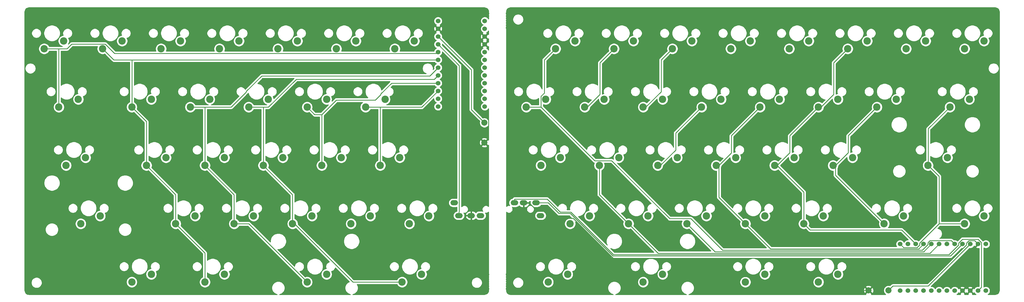
<source format=gbr>
%TF.GenerationSoftware,KiCad,Pcbnew,(5.1.9)-1*%
%TF.CreationDate,2021-02-13T03:00:00+09:00*%
%TF.ProjectId,yuiop63hhs,7975696f-7036-4336-9868-732e6b696361,1*%
%TF.SameCoordinates,Original*%
%TF.FileFunction,Copper,L1,Top*%
%TF.FilePolarity,Positive*%
%FSLAX46Y46*%
G04 Gerber Fmt 4.6, Leading zero omitted, Abs format (unit mm)*
G04 Created by KiCad (PCBNEW (5.1.9)-1) date 2021-02-13 03:00:00*
%MOMM*%
%LPD*%
G01*
G04 APERTURE LIST*
%TA.AperFunction,ComponentPad*%
%ADD10O,2.500000X1.700000*%
%TD*%
%TA.AperFunction,ComponentPad*%
%ADD11C,2.400000*%
%TD*%
%TA.AperFunction,ComponentPad*%
%ADD12C,2.000000*%
%TD*%
%TA.AperFunction,ComponentPad*%
%ADD13C,1.524000*%
%TD*%
%TA.AperFunction,ViaPad*%
%ADD14C,0.800000*%
%TD*%
%TA.AperFunction,Conductor*%
%ADD15C,0.250000*%
%TD*%
%TA.AperFunction,Conductor*%
%ADD16C,0.254000*%
%TD*%
%TA.AperFunction,Conductor*%
%ADD17C,0.100000*%
%TD*%
G04 APERTURE END LIST*
D10*
%TO.P,J2,A*%
%TO.N,Net-(J2-PadA)*%
X218800000Y-169100000D03*
%TO.P,J2,D*%
%TO.N,VDD*%
X217300000Y-164900000D03*
%TO.P,J2,C*%
%TO.N,GND1*%
X213300000Y-164900000D03*
%TO.P,J2,B*%
%TO.N,/CONN_R*%
X210300000Y-164900000D03*
%TD*%
D11*
%TO.P,SW63,1*%
%TO.N,/COL_R7*%
X309398000Y-190805000D03*
%TO.P,SW63,2*%
%TO.N,Net-(D63-Pad2)*%
X315748000Y-188265000D03*
%TD*%
%TO.P,SW62,1*%
%TO.N,/COL_R6*%
X285585000Y-190805000D03*
%TO.P,SW62,2*%
%TO.N,Net-(D62-Pad2)*%
X291935000Y-188265000D03*
%TD*%
%TO.P,SW61,1*%
%TO.N,/COL_R5*%
X252248000Y-190805000D03*
%TO.P,SW61,2*%
%TO.N,Net-(D61-Pad2)*%
X258598000Y-188265000D03*
%TD*%
%TO.P,SW60,1*%
%TO.N,/COL_R4*%
X221291000Y-190805000D03*
%TO.P,SW60,2*%
%TO.N,Net-(D60-Pad2)*%
X227641000Y-188265000D03*
%TD*%
%TO.P,SW59,1*%
%TO.N,/COL_L4*%
X173666000Y-190805000D03*
%TO.P,SW59,2*%
%TO.N,Net-(D59-Pad2)*%
X180016000Y-188265000D03*
%TD*%
%TO.P,SW58,1*%
%TO.N,/COL_L3*%
X142710000Y-190805000D03*
%TO.P,SW58,2*%
%TO.N,Net-(D58-Pad2)*%
X149060000Y-188265000D03*
%TD*%
%TO.P,SW57,1*%
%TO.N,/COL_L2*%
X109372000Y-190805000D03*
%TO.P,SW57,2*%
%TO.N,Net-(D57-Pad2)*%
X115722000Y-188265000D03*
%TD*%
%TO.P,SW56,1*%
%TO.N,/COL_L1*%
X85560000Y-190805000D03*
%TO.P,SW56,2*%
%TO.N,Net-(D56-Pad2)*%
X91910000Y-188265000D03*
%TD*%
%TO.P,SW55,1*%
%TO.N,/COL_R8*%
X357022000Y-171755000D03*
%TO.P,SW55,2*%
%TO.N,Net-(D55-Pad2)*%
X363372000Y-169215000D03*
%TD*%
%TO.P,SW54,1*%
%TO.N,/COL_R7*%
X330829000Y-171755000D03*
%TO.P,SW54,2*%
%TO.N,Net-(D54-Pad2)*%
X337179000Y-169215000D03*
%TD*%
%TO.P,SW53,1*%
%TO.N,/COL_R6*%
X304635000Y-171755000D03*
%TO.P,SW53,2*%
%TO.N,Net-(D53-Pad2)*%
X310985000Y-169215000D03*
%TD*%
%TO.P,SW52,1*%
%TO.N,/COL_R5*%
X285585000Y-171755000D03*
%TO.P,SW52,2*%
%TO.N,Net-(D52-Pad2)*%
X291935000Y-169215000D03*
%TD*%
%TO.P,SW51,1*%
%TO.N,/COL_R4*%
X266535000Y-171755000D03*
%TO.P,SW51,2*%
%TO.N,Net-(D51-Pad2)*%
X272885000Y-169215000D03*
%TD*%
%TO.P,SW50,1*%
%TO.N,/COL_R3*%
X247485000Y-171755000D03*
%TO.P,SW50,2*%
%TO.N,Net-(D50-Pad2)*%
X253835000Y-169215000D03*
%TD*%
%TO.P,SW49,1*%
%TO.N,/COL_R2*%
X228435000Y-171755000D03*
%TO.P,SW49,2*%
%TO.N,Net-(D49-Pad2)*%
X234785000Y-169215000D03*
%TD*%
%TO.P,SW48,1*%
%TO.N,/COL_L6*%
X176048000Y-171755000D03*
%TO.P,SW48,2*%
%TO.N,Net-(D48-Pad2)*%
X182398000Y-169215000D03*
%TD*%
%TO.P,SW47,1*%
%TO.N,/COL_L5*%
X156998000Y-171755000D03*
%TO.P,SW47,2*%
%TO.N,Net-(D47-Pad2)*%
X163348000Y-169215000D03*
%TD*%
%TO.P,SW46,1*%
%TO.N,/COL_L4*%
X137948000Y-171755000D03*
%TO.P,SW46,2*%
%TO.N,Net-(D46-Pad2)*%
X144298000Y-169215000D03*
%TD*%
%TO.P,SW45,1*%
%TO.N,/COL_L3*%
X118898000Y-171755000D03*
%TO.P,SW45,2*%
%TO.N,Net-(D45-Pad2)*%
X125248000Y-169215000D03*
%TD*%
%TO.P,SW44,1*%
%TO.N,/COL_L2*%
X99848000Y-171755000D03*
%TO.P,SW44,2*%
%TO.N,Net-(D44-Pad2)*%
X106198000Y-169215000D03*
%TD*%
%TO.P,SW43,1*%
%TO.N,/COL_L1*%
X68891200Y-171755000D03*
%TO.P,SW43,2*%
%TO.N,Net-(D43-Pad2)*%
X75241200Y-169215000D03*
%TD*%
%TO.P,SW42,1*%
%TO.N,/COL_R8*%
X345116000Y-152705000D03*
%TO.P,SW42,2*%
%TO.N,Net-(D42-Pad2)*%
X351466000Y-150165000D03*
%TD*%
%TO.P,SW41,1*%
%TO.N,/COL_R7*%
X314160000Y-152705000D03*
%TO.P,SW41,2*%
%TO.N,Net-(D41-Pad2)*%
X320510000Y-150165000D03*
%TD*%
%TO.P,SW40,1*%
%TO.N,/COL_R6*%
X295110000Y-152705000D03*
%TO.P,SW40,2*%
%TO.N,Net-(D40-Pad2)*%
X301460000Y-150165000D03*
%TD*%
%TO.P,SW39,1*%
%TO.N,/COL_R5*%
X276060000Y-152705000D03*
%TO.P,SW39,2*%
%TO.N,Net-(D39-Pad2)*%
X282410000Y-150165000D03*
%TD*%
%TO.P,SW38,1*%
%TO.N,/COL_R4*%
X257010000Y-152705000D03*
%TO.P,SW38,2*%
%TO.N,Net-(D38-Pad2)*%
X263360000Y-150165000D03*
%TD*%
%TO.P,SW37,1*%
%TO.N,/COL_R3*%
X237960000Y-152705000D03*
%TO.P,SW37,2*%
%TO.N,Net-(D37-Pad2)*%
X244310000Y-150165000D03*
%TD*%
%TO.P,SW36,1*%
%TO.N,/COL_R2*%
X218910000Y-152705000D03*
%TO.P,SW36,2*%
%TO.N,Net-(D36-Pad2)*%
X225260000Y-150165000D03*
%TD*%
%TO.P,SW35,1*%
%TO.N,/COL_L6*%
X166522000Y-152705000D03*
%TO.P,SW35,2*%
%TO.N,Net-(D35-Pad2)*%
X172872000Y-150165000D03*
%TD*%
%TO.P,SW34,1*%
%TO.N,/COL_L5*%
X147472000Y-152705000D03*
%TO.P,SW34,2*%
%TO.N,Net-(D34-Pad2)*%
X153822000Y-150165000D03*
%TD*%
%TO.P,SW33,1*%
%TO.N,/COL_L4*%
X128422000Y-152705000D03*
%TO.P,SW33,2*%
%TO.N,Net-(D33-Pad2)*%
X134772000Y-150165000D03*
%TD*%
%TO.P,SW32,1*%
%TO.N,/COL_L3*%
X109372000Y-152705000D03*
%TO.P,SW32,2*%
%TO.N,Net-(D32-Pad2)*%
X115722000Y-150165000D03*
%TD*%
%TO.P,SW31,1*%
%TO.N,/COL_L2*%
X90322500Y-152705000D03*
%TO.P,SW31,2*%
%TO.N,Net-(D31-Pad2)*%
X96672500Y-150165000D03*
%TD*%
%TO.P,SW30,1*%
%TO.N,/COL_L1*%
X64128800Y-152705000D03*
%TO.P,SW30,2*%
%TO.N,Net-(D30-Pad2)*%
X70478800Y-150165000D03*
%TD*%
%TO.P,SW29,1*%
%TO.N,/COL_R8*%
X352260000Y-133655000D03*
%TO.P,SW29,2*%
%TO.N,Net-(D29-Pad2)*%
X358610000Y-131115000D03*
%TD*%
%TO.P,SW28,1*%
%TO.N,/COL_R7*%
X328448000Y-133655000D03*
%TO.P,SW28,2*%
%TO.N,Net-(D28-Pad2)*%
X334798000Y-131115000D03*
%TD*%
%TO.P,SW27,1*%
%TO.N,/COL_R6*%
X309398000Y-133655000D03*
%TO.P,SW27,2*%
%TO.N,Net-(D27-Pad2)*%
X315748000Y-131115000D03*
%TD*%
%TO.P,SW26,1*%
%TO.N,/COL_R5*%
X290348000Y-133655000D03*
%TO.P,SW26,2*%
%TO.N,Net-(D26-Pad2)*%
X296698000Y-131115000D03*
%TD*%
%TO.P,SW25,1*%
%TO.N,/COL_R4*%
X271298000Y-133655000D03*
%TO.P,SW25,2*%
%TO.N,Net-(D25-Pad2)*%
X277648000Y-131115000D03*
%TD*%
%TO.P,SW24,1*%
%TO.N,/COL_R3*%
X252248000Y-133655000D03*
%TO.P,SW24,2*%
%TO.N,Net-(D24-Pad2)*%
X258598000Y-131115000D03*
%TD*%
%TO.P,SW23,1*%
%TO.N,/COL_R2*%
X233198000Y-133655000D03*
%TO.P,SW23,2*%
%TO.N,Net-(D23-Pad2)*%
X239548000Y-131115000D03*
%TD*%
%TO.P,SW22,1*%
%TO.N,/COL_R1*%
X214148000Y-133655000D03*
%TO.P,SW22,2*%
%TO.N,Net-(D22-Pad2)*%
X220498000Y-131115000D03*
%TD*%
%TO.P,SW21,1*%
%TO.N,/COL_L6*%
X161760000Y-133655000D03*
%TO.P,SW21,2*%
%TO.N,Net-(D21-Pad2)*%
X168110000Y-131115000D03*
%TD*%
%TO.P,SW20,1*%
%TO.N,/COL_L5*%
X142710000Y-133655000D03*
%TO.P,SW20,2*%
%TO.N,Net-(D20-Pad2)*%
X149060000Y-131115000D03*
%TD*%
%TO.P,SW19,1*%
%TO.N,/COL_L4*%
X123660000Y-133655000D03*
%TO.P,SW19,2*%
%TO.N,Net-(D19-Pad2)*%
X130010000Y-131115000D03*
%TD*%
%TO.P,SW18,1*%
%TO.N,/COL_L3*%
X104610000Y-133655000D03*
%TO.P,SW18,2*%
%TO.N,Net-(D18-Pad2)*%
X110960000Y-131115000D03*
%TD*%
%TO.P,SW17,1*%
%TO.N,/COL_L2*%
X85560000Y-133655000D03*
%TO.P,SW17,2*%
%TO.N,Net-(D17-Pad2)*%
X91910000Y-131115000D03*
%TD*%
%TO.P,SW16,1*%
%TO.N,/COL_L1*%
X61747500Y-133655000D03*
%TO.P,SW16,2*%
%TO.N,Net-(D16-Pad2)*%
X68097500Y-131115000D03*
%TD*%
%TO.P,SW15,1*%
%TO.N,/COL_R8*%
X357022000Y-114605000D03*
%TO.P,SW15,2*%
%TO.N,Net-(D15-Pad2)*%
X363372000Y-112065000D03*
%TD*%
%TO.P,SW14,1*%
%TO.N,/COL_R7*%
X337972000Y-114605000D03*
%TO.P,SW14,2*%
%TO.N,Net-(D14-Pad2)*%
X344322000Y-112065000D03*
%TD*%
%TO.P,SW13,1*%
%TO.N,/COL_R6*%
X318922000Y-114605000D03*
%TO.P,SW13,2*%
%TO.N,Net-(D13-Pad2)*%
X325272000Y-112065000D03*
%TD*%
%TO.P,SW12,1*%
%TO.N,/COL_R5*%
X299872000Y-114605000D03*
%TO.P,SW12,2*%
%TO.N,Net-(D12-Pad2)*%
X306222000Y-112065000D03*
%TD*%
%TO.P,SW11,1*%
%TO.N,/COL_R4*%
X280822000Y-114605000D03*
%TO.P,SW11,2*%
%TO.N,Net-(D11-Pad2)*%
X287172000Y-112065000D03*
%TD*%
%TO.P,SW10,1*%
%TO.N,/COL_R3*%
X261772000Y-114605000D03*
%TO.P,SW10,2*%
%TO.N,Net-(D10-Pad2)*%
X268122000Y-112065000D03*
%TD*%
%TO.P,SW9,1*%
%TO.N,/COL_R2*%
X242722000Y-114605000D03*
%TO.P,SW9,2*%
%TO.N,Net-(D9-Pad2)*%
X249072000Y-112065000D03*
%TD*%
%TO.P,SW8,1*%
%TO.N,/COL_R1*%
X223672000Y-114605000D03*
%TO.P,SW8,2*%
%TO.N,Net-(D8-Pad2)*%
X230022000Y-112065000D03*
%TD*%
%TO.P,SW7,1*%
%TO.N,/COL_L7*%
X171285000Y-114605000D03*
%TO.P,SW7,2*%
%TO.N,Net-(D7-Pad2)*%
X177635000Y-112065000D03*
%TD*%
%TO.P,SW6,1*%
%TO.N,/COL_L6*%
X152235000Y-114605000D03*
%TO.P,SW6,2*%
%TO.N,Net-(D6-Pad2)*%
X158585000Y-112065000D03*
%TD*%
%TO.P,SW5,1*%
%TO.N,/COL_L5*%
X133185000Y-114605000D03*
%TO.P,SW5,2*%
%TO.N,Net-(D5-Pad2)*%
X139535000Y-112065000D03*
%TD*%
%TO.P,SW4,1*%
%TO.N,/COL_L4*%
X114135000Y-114605000D03*
%TO.P,SW4,2*%
%TO.N,Net-(D4-Pad2)*%
X120485000Y-112065000D03*
%TD*%
%TO.P,SW3,1*%
%TO.N,/COL_L3*%
X95085000Y-114605000D03*
%TO.P,SW3,2*%
%TO.N,Net-(D3-Pad2)*%
X101435000Y-112065000D03*
%TD*%
%TO.P,SW2,1*%
%TO.N,/COL_L2*%
X76035000Y-114605000D03*
%TO.P,SW2,2*%
%TO.N,Net-(D2-Pad2)*%
X82385000Y-112065000D03*
%TD*%
%TO.P,SW1,1*%
%TO.N,/COL_L1*%
X56985000Y-114605000D03*
%TO.P,SW1,2*%
%TO.N,Net-(D1-Pad2)*%
X63335000Y-112065000D03*
%TD*%
D12*
%TO.P,SW_RST1,2*%
%TO.N,GND*%
X200500000Y-145250000D03*
%TO.P,SW_RST1,1*%
%TO.N,/RST_L*%
X200500000Y-138750000D03*
%TD*%
%TO.P,SW_RST2,1*%
%TO.N,/RST_R*%
X332250000Y-193500000D03*
%TO.P,SW_RST2,2*%
%TO.N,GND1*%
X325750000Y-193500000D03*
%TD*%
D13*
%TO.P,U1,24*%
%TO.N,Net-(U1-Pad24)*%
X185391400Y-105522000D03*
%TO.P,U1,23*%
%TO.N,GND*%
X185391400Y-108062000D03*
%TO.P,U1,22*%
%TO.N,/RST_L*%
X185391400Y-110602000D03*
%TO.P,U1,21*%
%TO.N,VCC*%
X185391400Y-113142000D03*
%TO.P,U1,20*%
%TO.N,/COL_L1*%
X185391400Y-115682000D03*
%TO.P,U1,19*%
%TO.N,/COL_L2*%
X185391400Y-118222000D03*
%TO.P,U1,18*%
%TO.N,/COL_L3*%
X185391400Y-120762000D03*
%TO.P,U1,17*%
%TO.N,/COL_L4*%
X185391400Y-123302000D03*
%TO.P,U1,16*%
%TO.N,/COL_L5*%
X185391400Y-125842000D03*
%TO.P,U1,15*%
%TO.N,/COL_L6*%
X185391400Y-128382000D03*
%TO.P,U1,14*%
%TO.N,/COL_L7*%
X185391400Y-130922000D03*
%TO.P,U1,13*%
%TO.N,Net-(U1-Pad13)*%
X185391400Y-133462000D03*
%TO.P,U1,12*%
%TO.N,/ROW_L5*%
X200611400Y-133462000D03*
%TO.P,U1,11*%
%TO.N,/ROW_L4*%
X200611400Y-130922000D03*
%TO.P,U1,10*%
%TO.N,/ROW_L3*%
X200611400Y-128382000D03*
%TO.P,U1,9*%
%TO.N,/ROW_L2*%
X200611400Y-125842000D03*
%TO.P,U1,8*%
%TO.N,/ROW_L1*%
X200611400Y-123302000D03*
%TO.P,U1,7*%
%TO.N,Net-(U1-Pad7)*%
X200611400Y-120762000D03*
%TO.P,U1,6*%
%TO.N,Net-(U1-Pad6)*%
X200611400Y-118222000D03*
%TO.P,U1,5*%
%TO.N,Net-(U1-Pad5)*%
X200611400Y-115682000D03*
%TO.P,U1,4*%
%TO.N,GND*%
X200611400Y-113142000D03*
%TO.P,U1,3*%
X200611400Y-110602000D03*
%TO.P,U1,2*%
%TO.N,/CONN_L*%
X200611400Y-108062000D03*
%TO.P,U1,1*%
%TO.N,Net-(U1-Pad1)*%
X200611400Y-105522000D03*
%TD*%
%TO.P,U2,1*%
%TO.N,Net-(U2-Pad1)*%
X363978000Y-193611400D03*
%TO.P,U2,2*%
%TO.N,/CONN_R*%
X361438000Y-193611400D03*
%TO.P,U2,3*%
%TO.N,GND1*%
X358898000Y-193611400D03*
%TO.P,U2,4*%
X356358000Y-193611400D03*
%TO.P,U2,5*%
%TO.N,Net-(U2-Pad5)*%
X353818000Y-193611400D03*
%TO.P,U2,6*%
%TO.N,Net-(U2-Pad6)*%
X351278000Y-193611400D03*
%TO.P,U2,7*%
%TO.N,Net-(U2-Pad7)*%
X348738000Y-193611400D03*
%TO.P,U2,8*%
%TO.N,/ROW_R1*%
X346198000Y-193611400D03*
%TO.P,U2,9*%
%TO.N,/ROW_R2*%
X343658000Y-193611400D03*
%TO.P,U2,10*%
%TO.N,/ROW_R3*%
X341118000Y-193611400D03*
%TO.P,U2,11*%
%TO.N,/ROW_R4*%
X338578000Y-193611400D03*
%TO.P,U2,12*%
%TO.N,/ROW_R5*%
X336038000Y-193611400D03*
%TO.P,U2,13*%
%TO.N,/COL_R8*%
X336038000Y-178391400D03*
%TO.P,U2,14*%
%TO.N,/COL_R7*%
X338578000Y-178391400D03*
%TO.P,U2,15*%
%TO.N,/COL_R6*%
X341118000Y-178391400D03*
%TO.P,U2,16*%
%TO.N,/COL_R5*%
X343658000Y-178391400D03*
%TO.P,U2,17*%
%TO.N,/COL_R4*%
X346198000Y-178391400D03*
%TO.P,U2,18*%
%TO.N,/COL_R3*%
X348738000Y-178391400D03*
%TO.P,U2,19*%
%TO.N,/COL_R2*%
X351278000Y-178391400D03*
%TO.P,U2,20*%
%TO.N,/COL_R1*%
X353818000Y-178391400D03*
%TO.P,U2,21*%
%TO.N,VDD*%
X356358000Y-178391400D03*
%TO.P,U2,22*%
%TO.N,/RST_R*%
X358898000Y-178391400D03*
%TO.P,U2,23*%
%TO.N,GND1*%
X361438000Y-178391400D03*
%TO.P,U2,24*%
%TO.N,Net-(U2-Pad24)*%
X363978000Y-178391400D03*
%TD*%
D10*
%TO.P,J1,B*%
%TO.N,/CONN_L*%
X199200000Y-169100000D03*
%TO.P,J1,C*%
%TO.N,GND*%
X196200000Y-169100000D03*
%TO.P,J1,D*%
%TO.N,VCC*%
X192200000Y-169100000D03*
%TO.P,J1,A*%
%TO.N,Net-(J1-PadA)*%
X190700000Y-164900000D03*
%TD*%
D14*
%TO.N,GND*%
X177000000Y-120500000D03*
X180000000Y-130000000D03*
%TO.N,GND1*%
X214000000Y-107500000D03*
X259500000Y-176500000D03*
X328500000Y-143500000D03*
X321500000Y-168000000D03*
X324500000Y-159500000D03*
X335000000Y-187500000D03*
X344000000Y-185000000D03*
%TD*%
D15*
%TO.N,/COL_R8*%
X345207300Y-152705000D02*
X345207300Y-140707700D01*
X345207300Y-140707700D02*
X352260000Y-133655000D01*
X348717400Y-171755000D02*
X348717400Y-156215100D01*
X348717400Y-156215100D02*
X345207300Y-152705000D01*
X345207300Y-152705000D02*
X345116000Y-152705000D01*
X348717400Y-171755000D02*
X342388000Y-178084400D01*
X342388000Y-178084400D02*
X342388000Y-178691400D01*
X342388000Y-178691400D02*
X341576000Y-179503400D01*
X341576000Y-179503400D02*
X337150000Y-179503400D01*
X337150000Y-179503400D02*
X336038000Y-178391400D01*
X348717400Y-171755000D02*
X357022000Y-171755000D01*
%TO.N,GND*%
X185391400Y-108062000D02*
X198451600Y-121122200D01*
X198451600Y-121122200D02*
X198451600Y-134501400D01*
X198451600Y-134501400D02*
X201848200Y-137898000D01*
X201848200Y-137898000D02*
X201848200Y-143901800D01*
X201848200Y-143901800D02*
X200500000Y-145250000D01*
%TO.N,VCC*%
X192200000Y-169100000D02*
X192200000Y-167924700D01*
X192200000Y-167924700D02*
X192313300Y-167811400D01*
X192313300Y-167811400D02*
X192313300Y-120063900D01*
X192313300Y-120063900D02*
X185391400Y-113142000D01*
%TO.N,/COL_L1*%
X61747500Y-114605000D02*
X56985000Y-114605000D01*
X185391400Y-115682000D02*
X184943000Y-116130400D01*
X184943000Y-116130400D02*
X79926600Y-116130400D01*
X79926600Y-116130400D02*
X76863700Y-113067500D01*
X76863700Y-113067500D02*
X65952700Y-113067500D01*
X65952700Y-113067500D02*
X64415200Y-114605000D01*
X64415200Y-114605000D02*
X61747500Y-114605000D01*
X61747500Y-114605000D02*
X61747500Y-133655000D01*
%TO.N,/COL_L2*%
X99848000Y-171755000D02*
X109372000Y-181279000D01*
X109372000Y-181279000D02*
X109372000Y-190805000D01*
X90322500Y-152705000D02*
X99848000Y-162230500D01*
X99848000Y-162230500D02*
X99848000Y-171755000D01*
X85560000Y-133655000D02*
X90322500Y-138417500D01*
X90322500Y-138417500D02*
X90322500Y-152705000D01*
X85560000Y-118222000D02*
X85560000Y-133655000D01*
X85560000Y-118222000D02*
X79652000Y-118222000D01*
X79652000Y-118222000D02*
X76035000Y-114605000D01*
X185391400Y-118222000D02*
X85560000Y-118222000D01*
%TO.N,/COL_L3*%
X185391400Y-120762000D02*
X182675600Y-123477800D01*
X182675600Y-123477800D02*
X127897700Y-123477800D01*
X127897700Y-123477800D02*
X122882300Y-128493200D01*
X122882300Y-128493200D02*
X122882300Y-128705700D01*
X122882300Y-128705700D02*
X117933000Y-133655000D01*
X117933000Y-133655000D02*
X109372000Y-133655000D01*
X118898000Y-171755000D02*
X123660000Y-171755000D01*
X123660000Y-171755000D02*
X142710000Y-190805000D01*
X109372000Y-152705000D02*
X118898000Y-162231000D01*
X118898000Y-162231000D02*
X118898000Y-171755000D01*
X109372000Y-133655000D02*
X109372000Y-152705000D01*
X109372000Y-133655000D02*
X104610000Y-133655000D01*
%TO.N,/COL_L4*%
X128422000Y-133655000D02*
X123660000Y-133655000D01*
X185391400Y-123302000D02*
X184148200Y-124545200D01*
X184148200Y-124545200D02*
X139180000Y-124545200D01*
X139180000Y-124545200D02*
X130070200Y-133655000D01*
X130070200Y-133655000D02*
X128422000Y-133655000D01*
X128422000Y-133655000D02*
X128422000Y-152705000D01*
X137948000Y-171755000D02*
X138568000Y-171755000D01*
X138568000Y-171755000D02*
X157618000Y-190805000D01*
X157618000Y-190805000D02*
X173666000Y-190805000D01*
X128422000Y-152705000D02*
X137948000Y-162231000D01*
X137948000Y-162231000D02*
X137948000Y-171755000D01*
%TO.N,/COL_L5*%
X147472000Y-136101200D02*
X152240000Y-131333200D01*
X152240000Y-131333200D02*
X164962300Y-131333200D01*
X164962300Y-131333200D02*
X166720000Y-129575500D01*
X166720000Y-129575500D02*
X166720000Y-129370100D01*
X166720000Y-129370100D02*
X170248100Y-125842000D01*
X170248100Y-125842000D02*
X185391400Y-125842000D01*
X142710000Y-133655000D02*
X145156200Y-136101200D01*
X145156200Y-136101200D02*
X147472000Y-136101200D01*
X147472000Y-136101200D02*
X147472000Y-152705000D01*
%TO.N,/COL_L6*%
X166522000Y-133655000D02*
X161760000Y-133655000D01*
X185391400Y-128382000D02*
X180118400Y-133655000D01*
X180118400Y-133655000D02*
X166522000Y-133655000D01*
X166522000Y-133655000D02*
X166522000Y-152705000D01*
%TO.N,/COL_R1*%
X353818000Y-178391400D02*
X352712200Y-177285600D01*
X352712200Y-177285600D02*
X345766100Y-177285600D01*
X345766100Y-177285600D02*
X345087400Y-177964300D01*
X345087400Y-177964300D02*
X345087400Y-178548600D01*
X345087400Y-178548600D02*
X343219400Y-180416600D01*
X343219400Y-180416600D02*
X278114300Y-180416600D01*
X278114300Y-180416600D02*
X267784400Y-170086700D01*
X267784400Y-170086700D02*
X260905300Y-170086700D01*
X260905300Y-170086700D02*
X241998200Y-151179600D01*
X241998200Y-151179600D02*
X236473600Y-151179600D01*
X236473600Y-151179600D02*
X218949000Y-133655000D01*
X218949000Y-133655000D02*
X214148000Y-133655000D01*
X218949000Y-133655000D02*
X218949000Y-130090100D01*
X218949000Y-130090100D02*
X220005800Y-129033300D01*
X220005800Y-129033300D02*
X220005800Y-118271200D01*
X220005800Y-118271200D02*
X223672000Y-114605000D01*
%TO.N,/COL_R2*%
X242722000Y-114605000D02*
X238158000Y-119169000D01*
X238158000Y-119169000D02*
X238158000Y-129514400D01*
X238158000Y-129514400D02*
X234017400Y-133655000D01*
X234017400Y-133655000D02*
X233198000Y-133655000D01*
%TO.N,/COL_R3*%
X252248000Y-133655000D02*
X253085700Y-133655000D01*
X253085700Y-133655000D02*
X258105800Y-128634900D01*
X258105800Y-128634900D02*
X258105800Y-118271200D01*
X258105800Y-118271200D02*
X261772000Y-114605000D01*
X348738000Y-178391400D02*
X345769800Y-181359600D01*
X345769800Y-181359600D02*
X257089600Y-181359600D01*
X257089600Y-181359600D02*
X247485000Y-171755000D01*
X247485000Y-171755000D02*
X237960000Y-162230000D01*
X237960000Y-162230000D02*
X237960000Y-152705000D01*
%TO.N,/COL_R4*%
X346198000Y-178391400D02*
X343722400Y-180867000D01*
X343722400Y-180867000D02*
X275647000Y-180867000D01*
X275647000Y-180867000D02*
X266535000Y-171755000D01*
X257010000Y-152705000D02*
X257847700Y-152705000D01*
X257847700Y-152705000D02*
X262867900Y-147684800D01*
X262867900Y-147684800D02*
X262867900Y-142085100D01*
X262867900Y-142085100D02*
X271298000Y-133655000D01*
%TO.N,/COL_R5*%
X285585000Y-171755000D02*
X276968900Y-163138900D01*
X276968900Y-163138900D02*
X276968900Y-152705000D01*
X343658000Y-178391400D02*
X342094800Y-179954600D01*
X342094800Y-179954600D02*
X293784600Y-179954600D01*
X293784600Y-179954600D02*
X285585000Y-171755000D01*
X276968900Y-152705000D02*
X276060000Y-152705000D01*
X290348000Y-133655000D02*
X281020000Y-142983000D01*
X281020000Y-142983000D02*
X281020000Y-148653900D01*
X281020000Y-148653900D02*
X276968900Y-152705000D01*
%TO.N,/COL_R6*%
X295929400Y-152705000D02*
X295110000Y-152705000D01*
X309398000Y-133655000D02*
X300070000Y-142983000D01*
X300070000Y-142983000D02*
X300070000Y-148564400D01*
X300070000Y-148564400D02*
X295929400Y-152705000D01*
X295929400Y-152705000D02*
X304635000Y-161410600D01*
X304635000Y-161410600D02*
X304635000Y-171755000D01*
X318922000Y-114605000D02*
X314358000Y-119169000D01*
X314358000Y-119169000D02*
X314358000Y-129514400D01*
X314358000Y-129514400D02*
X310217400Y-133655000D01*
X310217400Y-133655000D02*
X309398000Y-133655000D01*
X341118000Y-178391400D02*
X336515200Y-173788600D01*
X336515200Y-173788600D02*
X306668600Y-173788600D01*
X306668600Y-173788600D02*
X304635000Y-171755000D01*
%TO.N,/COL_R7*%
X314979400Y-152705000D02*
X314160000Y-152705000D01*
X328448000Y-133655000D02*
X319120000Y-142983000D01*
X319120000Y-142983000D02*
X319120000Y-148564400D01*
X319120000Y-148564400D02*
X314979400Y-152705000D01*
X330829000Y-171755000D02*
X314979400Y-155905400D01*
X314979400Y-155905400D02*
X314979400Y-152705000D01*
%TO.N,/RST_L*%
X185391400Y-110602000D02*
X196244900Y-121455500D01*
X196244900Y-121455500D02*
X196244900Y-134495000D01*
X196244900Y-134495000D02*
X196245000Y-134495000D01*
X196245000Y-134495000D02*
X200500000Y-138750000D01*
%TO.N,/RST_R*%
X358898000Y-178391400D02*
X345219100Y-192070300D01*
X345219100Y-192070300D02*
X333679700Y-192070300D01*
X333679700Y-192070300D02*
X332250000Y-193500000D01*
%TO.N,VDD*%
X217300000Y-164900000D02*
X221323400Y-164900000D01*
X221323400Y-164900000D02*
X224824100Y-168400700D01*
X224824100Y-168400700D02*
X228505000Y-168400700D01*
X228505000Y-168400700D02*
X242364600Y-182260300D01*
X242364600Y-182260300D02*
X352489100Y-182260300D01*
X352489100Y-182260300D02*
X356358000Y-178391400D01*
%TO.N,GND1*%
X213300000Y-164900000D02*
X215083700Y-164900000D01*
X215083700Y-164900000D02*
X217839600Y-167655900D01*
X217839600Y-167655900D02*
X222900100Y-167655900D01*
X222900100Y-167655900D02*
X225195300Y-169951100D01*
X225195300Y-169951100D02*
X229418500Y-169951100D01*
X229418500Y-169951100D02*
X242573400Y-183106000D01*
X242573400Y-183106000D02*
X277147600Y-183106000D01*
X277147600Y-183106000D02*
X283068600Y-189027000D01*
X283068600Y-189027000D02*
X289395500Y-189027000D01*
X289395500Y-189027000D02*
X293868500Y-193500000D01*
X293868500Y-193500000D02*
X325750000Y-193500000D01*
X361438000Y-178391400D02*
X360331700Y-177285100D01*
X360331700Y-177285100D02*
X358466100Y-177285100D01*
X358466100Y-177285100D02*
X357628000Y-178123200D01*
X357628000Y-178123200D02*
X357628000Y-178668300D01*
X357628000Y-178668300D02*
X345858200Y-190438100D01*
X345858200Y-190438100D02*
X328811800Y-190438100D01*
X328811800Y-190438100D02*
X328811800Y-190438200D01*
X328811800Y-190438200D02*
X325750000Y-193500000D01*
%TO.N,/CONN_R*%
X210300000Y-164900000D02*
X210300000Y-163724700D01*
X210300000Y-163724700D02*
X220962700Y-163724700D01*
X220962700Y-163724700D02*
X225188400Y-167950400D01*
X225188400Y-167950400D02*
X228691600Y-167950400D01*
X228691600Y-167950400D02*
X242551200Y-181810000D01*
X242551200Y-181810000D02*
X351969400Y-181810000D01*
X351969400Y-181810000D02*
X355088000Y-178691400D01*
X355088000Y-178691400D02*
X355088000Y-178082000D01*
X355088000Y-178082000D02*
X356349300Y-176820700D01*
X356349300Y-176820700D02*
X361468500Y-176820700D01*
X361468500Y-176820700D02*
X362553100Y-177905300D01*
X362553100Y-177905300D02*
X362553100Y-192496300D01*
X362553100Y-192496300D02*
X361438000Y-193611400D01*
%TD*%
D16*
%TO.N,GND*%
X200759659Y-101188625D02*
X201009429Y-101264035D01*
X201239792Y-101386522D01*
X201441980Y-101551422D01*
X201608286Y-101752450D01*
X201732378Y-101981954D01*
X201809531Y-102231195D01*
X201842835Y-102548057D01*
X201842728Y-102563308D01*
X201843627Y-102572479D01*
X201853827Y-102669527D01*
X201865861Y-102728152D01*
X201877064Y-102786884D01*
X201879728Y-102795706D01*
X201908584Y-102888925D01*
X201931767Y-102944075D01*
X201954175Y-102999537D01*
X201958502Y-103007673D01*
X201961787Y-103013748D01*
X201929813Y-103061601D01*
X201860045Y-103230035D01*
X201824478Y-103408844D01*
X201824478Y-103591156D01*
X201860045Y-103769965D01*
X201903552Y-103875000D01*
X201860045Y-103980035D01*
X201824478Y-104158844D01*
X201824478Y-104341156D01*
X201860045Y-104519965D01*
X201903552Y-104625000D01*
X201860045Y-104730035D01*
X201837641Y-104842667D01*
X201696520Y-104631465D01*
X201501935Y-104436880D01*
X201273127Y-104283995D01*
X201018890Y-104178686D01*
X200748992Y-104125000D01*
X200473808Y-104125000D01*
X200203910Y-104178686D01*
X199949673Y-104283995D01*
X199720865Y-104436880D01*
X199526280Y-104631465D01*
X199373395Y-104860273D01*
X199268086Y-105114510D01*
X199214400Y-105384408D01*
X199214400Y-105659592D01*
X199268086Y-105929490D01*
X199373395Y-106183727D01*
X199526280Y-106412535D01*
X199720865Y-106607120D01*
X199949673Y-106760005D01*
X200026915Y-106792000D01*
X199949673Y-106823995D01*
X199720865Y-106976880D01*
X199526280Y-107171465D01*
X199373395Y-107400273D01*
X199268086Y-107654510D01*
X199214400Y-107924408D01*
X199214400Y-108199592D01*
X199268086Y-108469490D01*
X199373395Y-108723727D01*
X199526280Y-108952535D01*
X199720865Y-109147120D01*
X199949673Y-109300005D01*
X200021343Y-109329692D01*
X200008377Y-109334364D01*
X199892420Y-109396344D01*
X199825440Y-109636435D01*
X200611400Y-110422395D01*
X201397360Y-109636435D01*
X201330380Y-109396344D01*
X201194640Y-109332515D01*
X201273127Y-109300005D01*
X201501935Y-109147120D01*
X201696520Y-108952535D01*
X201840000Y-108737803D01*
X201840000Y-109925945D01*
X201817056Y-109883020D01*
X201576965Y-109816040D01*
X200791005Y-110602000D01*
X201576965Y-111387960D01*
X201817056Y-111320980D01*
X201840000Y-111272187D01*
X201840000Y-112465946D01*
X201817056Y-112423020D01*
X201576965Y-112356040D01*
X200791005Y-113142000D01*
X201576965Y-113927960D01*
X201817056Y-113860980D01*
X201840000Y-113812187D01*
X201840000Y-115006198D01*
X201696520Y-114791465D01*
X201501935Y-114596880D01*
X201273127Y-114443995D01*
X201201457Y-114414308D01*
X201214423Y-114409636D01*
X201330380Y-114347656D01*
X201397360Y-114107565D01*
X200611400Y-113321605D01*
X199825440Y-114107565D01*
X199892420Y-114347656D01*
X200028160Y-114411485D01*
X199949673Y-114443995D01*
X199720865Y-114596880D01*
X199526280Y-114791465D01*
X199373395Y-115020273D01*
X199268086Y-115274510D01*
X199214400Y-115544408D01*
X199214400Y-115819592D01*
X199268086Y-116089490D01*
X199373395Y-116343727D01*
X199526280Y-116572535D01*
X199720865Y-116767120D01*
X199949673Y-116920005D01*
X200026915Y-116952000D01*
X199949673Y-116983995D01*
X199720865Y-117136880D01*
X199526280Y-117331465D01*
X199373395Y-117560273D01*
X199268086Y-117814510D01*
X199214400Y-118084408D01*
X199214400Y-118359592D01*
X199268086Y-118629490D01*
X199373395Y-118883727D01*
X199526280Y-119112535D01*
X199720865Y-119307120D01*
X199949673Y-119460005D01*
X200026915Y-119492000D01*
X199949673Y-119523995D01*
X199720865Y-119676880D01*
X199526280Y-119871465D01*
X199373395Y-120100273D01*
X199268086Y-120354510D01*
X199214400Y-120624408D01*
X199214400Y-120899592D01*
X199268086Y-121169490D01*
X199373395Y-121423727D01*
X199526280Y-121652535D01*
X199720865Y-121847120D01*
X199949673Y-122000005D01*
X200026915Y-122032000D01*
X199949673Y-122063995D01*
X199720865Y-122216880D01*
X199526280Y-122411465D01*
X199373395Y-122640273D01*
X199268086Y-122894510D01*
X199214400Y-123164408D01*
X199214400Y-123439592D01*
X199268086Y-123709490D01*
X199373395Y-123963727D01*
X199526280Y-124192535D01*
X199720865Y-124387120D01*
X199949673Y-124540005D01*
X200026915Y-124572000D01*
X199949673Y-124603995D01*
X199720865Y-124756880D01*
X199526280Y-124951465D01*
X199373395Y-125180273D01*
X199268086Y-125434510D01*
X199214400Y-125704408D01*
X199214400Y-125979592D01*
X199268086Y-126249490D01*
X199373395Y-126503727D01*
X199526280Y-126732535D01*
X199720865Y-126927120D01*
X199949673Y-127080005D01*
X200026915Y-127112000D01*
X199949673Y-127143995D01*
X199720865Y-127296880D01*
X199526280Y-127491465D01*
X199373395Y-127720273D01*
X199268086Y-127974510D01*
X199214400Y-128244408D01*
X199214400Y-128519592D01*
X199268086Y-128789490D01*
X199373395Y-129043727D01*
X199526280Y-129272535D01*
X199720865Y-129467120D01*
X199949673Y-129620005D01*
X200026915Y-129652000D01*
X199949673Y-129683995D01*
X199720865Y-129836880D01*
X199526280Y-130031465D01*
X199373395Y-130260273D01*
X199268086Y-130514510D01*
X199214400Y-130784408D01*
X199214400Y-131059592D01*
X199268086Y-131329490D01*
X199373395Y-131583727D01*
X199526280Y-131812535D01*
X199720865Y-132007120D01*
X199949673Y-132160005D01*
X200026915Y-132192000D01*
X199949673Y-132223995D01*
X199720865Y-132376880D01*
X199526280Y-132571465D01*
X199373395Y-132800273D01*
X199268086Y-133054510D01*
X199214400Y-133324408D01*
X199214400Y-133599592D01*
X199268086Y-133869490D01*
X199373395Y-134123727D01*
X199526280Y-134352535D01*
X199720865Y-134547120D01*
X199949673Y-134700005D01*
X200203910Y-134805314D01*
X200473808Y-134859000D01*
X200748992Y-134859000D01*
X201018890Y-134805314D01*
X201273127Y-134700005D01*
X201501935Y-134547120D01*
X201696520Y-134352535D01*
X201840000Y-134137802D01*
X201840000Y-137812530D01*
X201769987Y-137707748D01*
X201542252Y-137480013D01*
X201274463Y-137301082D01*
X200976912Y-137177832D01*
X200661033Y-137115000D01*
X200338967Y-137115000D01*
X200023088Y-137177832D01*
X200008625Y-137183823D01*
X197004900Y-134180099D01*
X197004900Y-121492823D01*
X197008576Y-121455500D01*
X197004900Y-121418177D01*
X197004900Y-121418167D01*
X196993903Y-121306514D01*
X196950446Y-121163253D01*
X196931456Y-121127725D01*
X196879874Y-121031223D01*
X196808699Y-120944497D01*
X196784901Y-120915499D01*
X196755904Y-120891702D01*
X189078219Y-113214017D01*
X199209490Y-113214017D01*
X199250478Y-113486133D01*
X199343764Y-113745023D01*
X199405744Y-113860980D01*
X199645835Y-113927960D01*
X200431795Y-113142000D01*
X199645835Y-112356040D01*
X199405744Y-112423020D01*
X199288644Y-112672048D01*
X199222377Y-112939135D01*
X199209490Y-113214017D01*
X189078219Y-113214017D01*
X187431767Y-111567565D01*
X199825440Y-111567565D01*
X199892420Y-111807656D01*
X200023044Y-111869079D01*
X200008377Y-111874364D01*
X199892420Y-111936344D01*
X199825440Y-112176435D01*
X200611400Y-112962395D01*
X201397360Y-112176435D01*
X201330380Y-111936344D01*
X201199756Y-111874921D01*
X201214423Y-111869636D01*
X201330380Y-111807656D01*
X201397360Y-111567565D01*
X200611400Y-110781605D01*
X199825440Y-111567565D01*
X187431767Y-111567565D01*
X186757772Y-110893571D01*
X186788400Y-110739592D01*
X186788400Y-110674017D01*
X199209490Y-110674017D01*
X199250478Y-110946133D01*
X199343764Y-111205023D01*
X199405744Y-111320980D01*
X199645835Y-111387960D01*
X200431795Y-110602000D01*
X199645835Y-109816040D01*
X199405744Y-109883020D01*
X199288644Y-110132048D01*
X199222377Y-110399135D01*
X199209490Y-110674017D01*
X186788400Y-110674017D01*
X186788400Y-110464408D01*
X186734714Y-110194510D01*
X186629405Y-109940273D01*
X186476520Y-109711465D01*
X186281935Y-109516880D01*
X186053127Y-109363995D01*
X185981457Y-109334308D01*
X185994423Y-109329636D01*
X186110380Y-109267656D01*
X186177360Y-109027565D01*
X185391400Y-108241605D01*
X184605440Y-109027565D01*
X184672420Y-109267656D01*
X184808160Y-109331485D01*
X184729673Y-109363995D01*
X184500865Y-109516880D01*
X184306280Y-109711465D01*
X184153395Y-109940273D01*
X184048086Y-110194510D01*
X183994400Y-110464408D01*
X183994400Y-110739592D01*
X184048086Y-111009490D01*
X184153395Y-111263727D01*
X184306280Y-111492535D01*
X184500865Y-111687120D01*
X184729673Y-111840005D01*
X184806915Y-111872000D01*
X184729673Y-111903995D01*
X184500865Y-112056880D01*
X184306280Y-112251465D01*
X184153395Y-112480273D01*
X184048086Y-112734510D01*
X183994400Y-113004408D01*
X183994400Y-113279592D01*
X184048086Y-113549490D01*
X184153395Y-113803727D01*
X184306280Y-114032535D01*
X184500865Y-114227120D01*
X184729673Y-114380005D01*
X184806915Y-114412000D01*
X184729673Y-114443995D01*
X184500865Y-114596880D01*
X184306280Y-114791465D01*
X184153395Y-115020273D01*
X184048086Y-115274510D01*
X184029012Y-115370400D01*
X172954151Y-115370400D01*
X173049482Y-115140250D01*
X173120000Y-114785732D01*
X173120000Y-114424268D01*
X173049482Y-114069750D01*
X172911156Y-113735801D01*
X172710338Y-113435256D01*
X172454744Y-113179662D01*
X172154199Y-112978844D01*
X171820250Y-112840518D01*
X171465732Y-112770000D01*
X171104268Y-112770000D01*
X170749750Y-112840518D01*
X170415801Y-112978844D01*
X170115256Y-113179662D01*
X169859662Y-113435256D01*
X169658844Y-113735801D01*
X169520518Y-114069750D01*
X169450000Y-114424268D01*
X169450000Y-114785732D01*
X169520518Y-115140250D01*
X169615849Y-115370400D01*
X153904151Y-115370400D01*
X153999482Y-115140250D01*
X154070000Y-114785732D01*
X154070000Y-114424268D01*
X153999482Y-114069750D01*
X153861156Y-113735801D01*
X153660338Y-113435256D01*
X153404744Y-113179662D01*
X153104199Y-112978844D01*
X152770250Y-112840518D01*
X152415732Y-112770000D01*
X152054268Y-112770000D01*
X151699750Y-112840518D01*
X151365801Y-112978844D01*
X151065256Y-113179662D01*
X150809662Y-113435256D01*
X150608844Y-113735801D01*
X150470518Y-114069750D01*
X150400000Y-114424268D01*
X150400000Y-114785732D01*
X150470518Y-115140250D01*
X150565849Y-115370400D01*
X134854151Y-115370400D01*
X134949482Y-115140250D01*
X135020000Y-114785732D01*
X135020000Y-114424268D01*
X134949482Y-114069750D01*
X134811156Y-113735801D01*
X134610338Y-113435256D01*
X134354744Y-113179662D01*
X134054199Y-112978844D01*
X133720250Y-112840518D01*
X133365732Y-112770000D01*
X133004268Y-112770000D01*
X132649750Y-112840518D01*
X132315801Y-112978844D01*
X132015256Y-113179662D01*
X131759662Y-113435256D01*
X131558844Y-113735801D01*
X131420518Y-114069750D01*
X131350000Y-114424268D01*
X131350000Y-114785732D01*
X131420518Y-115140250D01*
X131515849Y-115370400D01*
X115804151Y-115370400D01*
X115899482Y-115140250D01*
X115970000Y-114785732D01*
X115970000Y-114424268D01*
X115899482Y-114069750D01*
X115761156Y-113735801D01*
X115560338Y-113435256D01*
X115304744Y-113179662D01*
X115004199Y-112978844D01*
X114670250Y-112840518D01*
X114315732Y-112770000D01*
X113954268Y-112770000D01*
X113599750Y-112840518D01*
X113265801Y-112978844D01*
X112965256Y-113179662D01*
X112709662Y-113435256D01*
X112508844Y-113735801D01*
X112370518Y-114069750D01*
X112300000Y-114424268D01*
X112300000Y-114785732D01*
X112370518Y-115140250D01*
X112465849Y-115370400D01*
X96754151Y-115370400D01*
X96849482Y-115140250D01*
X96920000Y-114785732D01*
X96920000Y-114424268D01*
X96849482Y-114069750D01*
X96711156Y-113735801D01*
X96510338Y-113435256D01*
X96254744Y-113179662D01*
X95954199Y-112978844D01*
X95620250Y-112840518D01*
X95265732Y-112770000D01*
X94904268Y-112770000D01*
X94549750Y-112840518D01*
X94215801Y-112978844D01*
X93915256Y-113179662D01*
X93659662Y-113435256D01*
X93458844Y-113735801D01*
X93320518Y-114069750D01*
X93250000Y-114424268D01*
X93250000Y-114785732D01*
X93320518Y-115140250D01*
X93415849Y-115370400D01*
X80241402Y-115370400D01*
X77427504Y-112556503D01*
X77403701Y-112527499D01*
X77287976Y-112432526D01*
X77155947Y-112361954D01*
X77012686Y-112318497D01*
X76901033Y-112307500D01*
X76901022Y-112307500D01*
X76863700Y-112303824D01*
X76826378Y-112307500D01*
X65990022Y-112307500D01*
X65952699Y-112303824D01*
X65915376Y-112307500D01*
X65915367Y-112307500D01*
X65803714Y-112318497D01*
X65660453Y-112361954D01*
X65528424Y-112432526D01*
X65412699Y-112527499D01*
X65388901Y-112556497D01*
X64860385Y-113085014D01*
X64961156Y-112934199D01*
X65099482Y-112600250D01*
X65170000Y-112245732D01*
X65170000Y-111884268D01*
X65099482Y-111529750D01*
X64961156Y-111195801D01*
X64887082Y-111084942D01*
X65067327Y-111049089D01*
X65355779Y-110929609D01*
X65615379Y-110756150D01*
X65836150Y-110535379D01*
X66009609Y-110275779D01*
X66129089Y-109987327D01*
X66190000Y-109681109D01*
X66190000Y-109368891D01*
X71910000Y-109368891D01*
X71910000Y-109681109D01*
X71970911Y-109987327D01*
X72090391Y-110275779D01*
X72263850Y-110535379D01*
X72484621Y-110756150D01*
X72744221Y-110929609D01*
X73032673Y-111049089D01*
X73338891Y-111110000D01*
X73651109Y-111110000D01*
X73957327Y-111049089D01*
X74245779Y-110929609D01*
X74505379Y-110756150D01*
X74726150Y-110535379D01*
X74899609Y-110275779D01*
X75019089Y-109987327D01*
X75080000Y-109681109D01*
X75080000Y-109368891D01*
X75058450Y-109260551D01*
X75890000Y-109260551D01*
X75890000Y-109789449D01*
X75993183Y-110308186D01*
X76195583Y-110796825D01*
X76489424Y-111236588D01*
X76863412Y-111610576D01*
X77303175Y-111904417D01*
X77791814Y-112106817D01*
X78310551Y-112210000D01*
X78839449Y-112210000D01*
X79358186Y-112106817D01*
X79846825Y-111904417D01*
X79876980Y-111884268D01*
X80550000Y-111884268D01*
X80550000Y-112245732D01*
X80620518Y-112600250D01*
X80758844Y-112934199D01*
X80959662Y-113234744D01*
X81215256Y-113490338D01*
X81515801Y-113691156D01*
X81849750Y-113829482D01*
X82204268Y-113900000D01*
X82565732Y-113900000D01*
X82920250Y-113829482D01*
X83254199Y-113691156D01*
X83554744Y-113490338D01*
X83810338Y-113234744D01*
X84011156Y-112934199D01*
X84149482Y-112600250D01*
X84220000Y-112245732D01*
X84220000Y-111884268D01*
X84149482Y-111529750D01*
X84011156Y-111195801D01*
X83937082Y-111084942D01*
X84117327Y-111049089D01*
X84405779Y-110929609D01*
X84665379Y-110756150D01*
X84886150Y-110535379D01*
X85059609Y-110275779D01*
X85179089Y-109987327D01*
X85240000Y-109681109D01*
X85240000Y-109368891D01*
X90960000Y-109368891D01*
X90960000Y-109681109D01*
X91020911Y-109987327D01*
X91140391Y-110275779D01*
X91313850Y-110535379D01*
X91534621Y-110756150D01*
X91794221Y-110929609D01*
X92082673Y-111049089D01*
X92388891Y-111110000D01*
X92701109Y-111110000D01*
X93007327Y-111049089D01*
X93295779Y-110929609D01*
X93555379Y-110756150D01*
X93776150Y-110535379D01*
X93949609Y-110275779D01*
X94069089Y-109987327D01*
X94130000Y-109681109D01*
X94130000Y-109368891D01*
X94108450Y-109260551D01*
X94940000Y-109260551D01*
X94940000Y-109789449D01*
X95043183Y-110308186D01*
X95245583Y-110796825D01*
X95539424Y-111236588D01*
X95913412Y-111610576D01*
X96353175Y-111904417D01*
X96841814Y-112106817D01*
X97360551Y-112210000D01*
X97889449Y-112210000D01*
X98408186Y-112106817D01*
X98896825Y-111904417D01*
X98926980Y-111884268D01*
X99600000Y-111884268D01*
X99600000Y-112245732D01*
X99670518Y-112600250D01*
X99808844Y-112934199D01*
X100009662Y-113234744D01*
X100265256Y-113490338D01*
X100565801Y-113691156D01*
X100899750Y-113829482D01*
X101254268Y-113900000D01*
X101615732Y-113900000D01*
X101970250Y-113829482D01*
X102304199Y-113691156D01*
X102604744Y-113490338D01*
X102860338Y-113234744D01*
X103061156Y-112934199D01*
X103199482Y-112600250D01*
X103270000Y-112245732D01*
X103270000Y-111884268D01*
X103199482Y-111529750D01*
X103061156Y-111195801D01*
X102987082Y-111084942D01*
X103167327Y-111049089D01*
X103455779Y-110929609D01*
X103715379Y-110756150D01*
X103936150Y-110535379D01*
X104109609Y-110275779D01*
X104229089Y-109987327D01*
X104290000Y-109681109D01*
X104290000Y-109368891D01*
X110010000Y-109368891D01*
X110010000Y-109681109D01*
X110070911Y-109987327D01*
X110190391Y-110275779D01*
X110363850Y-110535379D01*
X110584621Y-110756150D01*
X110844221Y-110929609D01*
X111132673Y-111049089D01*
X111438891Y-111110000D01*
X111751109Y-111110000D01*
X112057327Y-111049089D01*
X112345779Y-110929609D01*
X112605379Y-110756150D01*
X112826150Y-110535379D01*
X112999609Y-110275779D01*
X113119089Y-109987327D01*
X113180000Y-109681109D01*
X113180000Y-109368891D01*
X113158450Y-109260551D01*
X113990000Y-109260551D01*
X113990000Y-109789449D01*
X114093183Y-110308186D01*
X114295583Y-110796825D01*
X114589424Y-111236588D01*
X114963412Y-111610576D01*
X115403175Y-111904417D01*
X115891814Y-112106817D01*
X116410551Y-112210000D01*
X116939449Y-112210000D01*
X117458186Y-112106817D01*
X117946825Y-111904417D01*
X117976980Y-111884268D01*
X118650000Y-111884268D01*
X118650000Y-112245732D01*
X118720518Y-112600250D01*
X118858844Y-112934199D01*
X119059662Y-113234744D01*
X119315256Y-113490338D01*
X119615801Y-113691156D01*
X119949750Y-113829482D01*
X120304268Y-113900000D01*
X120665732Y-113900000D01*
X121020250Y-113829482D01*
X121354199Y-113691156D01*
X121654744Y-113490338D01*
X121910338Y-113234744D01*
X122111156Y-112934199D01*
X122249482Y-112600250D01*
X122320000Y-112245732D01*
X122320000Y-111884268D01*
X122249482Y-111529750D01*
X122111156Y-111195801D01*
X122037082Y-111084942D01*
X122217327Y-111049089D01*
X122505779Y-110929609D01*
X122765379Y-110756150D01*
X122986150Y-110535379D01*
X123159609Y-110275779D01*
X123279089Y-109987327D01*
X123340000Y-109681109D01*
X123340000Y-109368891D01*
X129060000Y-109368891D01*
X129060000Y-109681109D01*
X129120911Y-109987327D01*
X129240391Y-110275779D01*
X129413850Y-110535379D01*
X129634621Y-110756150D01*
X129894221Y-110929609D01*
X130182673Y-111049089D01*
X130488891Y-111110000D01*
X130801109Y-111110000D01*
X131107327Y-111049089D01*
X131395779Y-110929609D01*
X131655379Y-110756150D01*
X131876150Y-110535379D01*
X132049609Y-110275779D01*
X132169089Y-109987327D01*
X132230000Y-109681109D01*
X132230000Y-109368891D01*
X132208450Y-109260551D01*
X133040000Y-109260551D01*
X133040000Y-109789449D01*
X133143183Y-110308186D01*
X133345583Y-110796825D01*
X133639424Y-111236588D01*
X134013412Y-111610576D01*
X134453175Y-111904417D01*
X134941814Y-112106817D01*
X135460551Y-112210000D01*
X135989449Y-112210000D01*
X136508186Y-112106817D01*
X136996825Y-111904417D01*
X137026980Y-111884268D01*
X137700000Y-111884268D01*
X137700000Y-112245732D01*
X137770518Y-112600250D01*
X137908844Y-112934199D01*
X138109662Y-113234744D01*
X138365256Y-113490338D01*
X138665801Y-113691156D01*
X138999750Y-113829482D01*
X139354268Y-113900000D01*
X139715732Y-113900000D01*
X140070250Y-113829482D01*
X140404199Y-113691156D01*
X140704744Y-113490338D01*
X140960338Y-113234744D01*
X141161156Y-112934199D01*
X141299482Y-112600250D01*
X141370000Y-112245732D01*
X141370000Y-111884268D01*
X141299482Y-111529750D01*
X141161156Y-111195801D01*
X141087082Y-111084942D01*
X141267327Y-111049089D01*
X141555779Y-110929609D01*
X141815379Y-110756150D01*
X142036150Y-110535379D01*
X142209609Y-110275779D01*
X142329089Y-109987327D01*
X142390000Y-109681109D01*
X142390000Y-109368891D01*
X148110000Y-109368891D01*
X148110000Y-109681109D01*
X148170911Y-109987327D01*
X148290391Y-110275779D01*
X148463850Y-110535379D01*
X148684621Y-110756150D01*
X148944221Y-110929609D01*
X149232673Y-111049089D01*
X149538891Y-111110000D01*
X149851109Y-111110000D01*
X150157327Y-111049089D01*
X150445779Y-110929609D01*
X150705379Y-110756150D01*
X150926150Y-110535379D01*
X151099609Y-110275779D01*
X151219089Y-109987327D01*
X151280000Y-109681109D01*
X151280000Y-109368891D01*
X151258450Y-109260551D01*
X152090000Y-109260551D01*
X152090000Y-109789449D01*
X152193183Y-110308186D01*
X152395583Y-110796825D01*
X152689424Y-111236588D01*
X153063412Y-111610576D01*
X153503175Y-111904417D01*
X153991814Y-112106817D01*
X154510551Y-112210000D01*
X155039449Y-112210000D01*
X155558186Y-112106817D01*
X156046825Y-111904417D01*
X156076980Y-111884268D01*
X156750000Y-111884268D01*
X156750000Y-112245732D01*
X156820518Y-112600250D01*
X156958844Y-112934199D01*
X157159662Y-113234744D01*
X157415256Y-113490338D01*
X157715801Y-113691156D01*
X158049750Y-113829482D01*
X158404268Y-113900000D01*
X158765732Y-113900000D01*
X159120250Y-113829482D01*
X159454199Y-113691156D01*
X159754744Y-113490338D01*
X160010338Y-113234744D01*
X160211156Y-112934199D01*
X160349482Y-112600250D01*
X160420000Y-112245732D01*
X160420000Y-111884268D01*
X160349482Y-111529750D01*
X160211156Y-111195801D01*
X160137082Y-111084942D01*
X160317327Y-111049089D01*
X160605779Y-110929609D01*
X160865379Y-110756150D01*
X161086150Y-110535379D01*
X161259609Y-110275779D01*
X161379089Y-109987327D01*
X161440000Y-109681109D01*
X161440000Y-109368891D01*
X167160000Y-109368891D01*
X167160000Y-109681109D01*
X167220911Y-109987327D01*
X167340391Y-110275779D01*
X167513850Y-110535379D01*
X167734621Y-110756150D01*
X167994221Y-110929609D01*
X168282673Y-111049089D01*
X168588891Y-111110000D01*
X168901109Y-111110000D01*
X169207327Y-111049089D01*
X169495779Y-110929609D01*
X169755379Y-110756150D01*
X169976150Y-110535379D01*
X170149609Y-110275779D01*
X170269089Y-109987327D01*
X170330000Y-109681109D01*
X170330000Y-109368891D01*
X170308450Y-109260551D01*
X171140000Y-109260551D01*
X171140000Y-109789449D01*
X171243183Y-110308186D01*
X171445583Y-110796825D01*
X171739424Y-111236588D01*
X172113412Y-111610576D01*
X172553175Y-111904417D01*
X173041814Y-112106817D01*
X173560551Y-112210000D01*
X174089449Y-112210000D01*
X174608186Y-112106817D01*
X175096825Y-111904417D01*
X175126980Y-111884268D01*
X175800000Y-111884268D01*
X175800000Y-112245732D01*
X175870518Y-112600250D01*
X176008844Y-112934199D01*
X176209662Y-113234744D01*
X176465256Y-113490338D01*
X176765801Y-113691156D01*
X177099750Y-113829482D01*
X177454268Y-113900000D01*
X177815732Y-113900000D01*
X178170250Y-113829482D01*
X178504199Y-113691156D01*
X178804744Y-113490338D01*
X179060338Y-113234744D01*
X179261156Y-112934199D01*
X179399482Y-112600250D01*
X179470000Y-112245732D01*
X179470000Y-111884268D01*
X179399482Y-111529750D01*
X179261156Y-111195801D01*
X179187082Y-111084942D01*
X179367327Y-111049089D01*
X179655779Y-110929609D01*
X179915379Y-110756150D01*
X180136150Y-110535379D01*
X180309609Y-110275779D01*
X180429089Y-109987327D01*
X180490000Y-109681109D01*
X180490000Y-109368891D01*
X180429089Y-109062673D01*
X180309609Y-108774221D01*
X180136150Y-108514621D01*
X179915379Y-108293850D01*
X179676172Y-108134017D01*
X183989490Y-108134017D01*
X184030478Y-108406133D01*
X184123764Y-108665023D01*
X184185744Y-108780980D01*
X184425835Y-108847960D01*
X185211795Y-108062000D01*
X185571005Y-108062000D01*
X186356965Y-108847960D01*
X186597056Y-108780980D01*
X186714156Y-108531952D01*
X186780423Y-108264865D01*
X186793310Y-107989983D01*
X186752322Y-107717867D01*
X186659036Y-107458977D01*
X186597056Y-107343020D01*
X186356965Y-107276040D01*
X185571005Y-108062000D01*
X185211795Y-108062000D01*
X184425835Y-107276040D01*
X184185744Y-107343020D01*
X184068644Y-107592048D01*
X184002377Y-107859135D01*
X183989490Y-108134017D01*
X179676172Y-108134017D01*
X179655779Y-108120391D01*
X179367327Y-108000911D01*
X179061109Y-107940000D01*
X178748891Y-107940000D01*
X178442673Y-108000911D01*
X178154221Y-108120391D01*
X177894621Y-108293850D01*
X177673850Y-108514621D01*
X177500391Y-108774221D01*
X177380911Y-109062673D01*
X177320000Y-109368891D01*
X177320000Y-109681109D01*
X177380911Y-109987327D01*
X177481429Y-110230000D01*
X177454268Y-110230000D01*
X177099750Y-110300518D01*
X176765801Y-110438844D01*
X176465256Y-110639662D01*
X176209662Y-110895256D01*
X176008844Y-111195801D01*
X175870518Y-111529750D01*
X175800000Y-111884268D01*
X175126980Y-111884268D01*
X175536588Y-111610576D01*
X175910576Y-111236588D01*
X176204417Y-110796825D01*
X176406817Y-110308186D01*
X176510000Y-109789449D01*
X176510000Y-109260551D01*
X176406817Y-108741814D01*
X176204417Y-108253175D01*
X175910576Y-107813412D01*
X175536588Y-107439424D01*
X175096825Y-107145583D01*
X174608186Y-106943183D01*
X174089449Y-106840000D01*
X173560551Y-106840000D01*
X173041814Y-106943183D01*
X172553175Y-107145583D01*
X172113412Y-107439424D01*
X171739424Y-107813412D01*
X171445583Y-108253175D01*
X171243183Y-108741814D01*
X171140000Y-109260551D01*
X170308450Y-109260551D01*
X170269089Y-109062673D01*
X170149609Y-108774221D01*
X169976150Y-108514621D01*
X169755379Y-108293850D01*
X169495779Y-108120391D01*
X169207327Y-108000911D01*
X168901109Y-107940000D01*
X168588891Y-107940000D01*
X168282673Y-108000911D01*
X167994221Y-108120391D01*
X167734621Y-108293850D01*
X167513850Y-108514621D01*
X167340391Y-108774221D01*
X167220911Y-109062673D01*
X167160000Y-109368891D01*
X161440000Y-109368891D01*
X161379089Y-109062673D01*
X161259609Y-108774221D01*
X161086150Y-108514621D01*
X160865379Y-108293850D01*
X160605779Y-108120391D01*
X160317327Y-108000911D01*
X160011109Y-107940000D01*
X159698891Y-107940000D01*
X159392673Y-108000911D01*
X159104221Y-108120391D01*
X158844621Y-108293850D01*
X158623850Y-108514621D01*
X158450391Y-108774221D01*
X158330911Y-109062673D01*
X158270000Y-109368891D01*
X158270000Y-109681109D01*
X158330911Y-109987327D01*
X158431429Y-110230000D01*
X158404268Y-110230000D01*
X158049750Y-110300518D01*
X157715801Y-110438844D01*
X157415256Y-110639662D01*
X157159662Y-110895256D01*
X156958844Y-111195801D01*
X156820518Y-111529750D01*
X156750000Y-111884268D01*
X156076980Y-111884268D01*
X156486588Y-111610576D01*
X156860576Y-111236588D01*
X157154417Y-110796825D01*
X157356817Y-110308186D01*
X157460000Y-109789449D01*
X157460000Y-109260551D01*
X157356817Y-108741814D01*
X157154417Y-108253175D01*
X156860576Y-107813412D01*
X156486588Y-107439424D01*
X156046825Y-107145583D01*
X155558186Y-106943183D01*
X155039449Y-106840000D01*
X154510551Y-106840000D01*
X153991814Y-106943183D01*
X153503175Y-107145583D01*
X153063412Y-107439424D01*
X152689424Y-107813412D01*
X152395583Y-108253175D01*
X152193183Y-108741814D01*
X152090000Y-109260551D01*
X151258450Y-109260551D01*
X151219089Y-109062673D01*
X151099609Y-108774221D01*
X150926150Y-108514621D01*
X150705379Y-108293850D01*
X150445779Y-108120391D01*
X150157327Y-108000911D01*
X149851109Y-107940000D01*
X149538891Y-107940000D01*
X149232673Y-108000911D01*
X148944221Y-108120391D01*
X148684621Y-108293850D01*
X148463850Y-108514621D01*
X148290391Y-108774221D01*
X148170911Y-109062673D01*
X148110000Y-109368891D01*
X142390000Y-109368891D01*
X142329089Y-109062673D01*
X142209609Y-108774221D01*
X142036150Y-108514621D01*
X141815379Y-108293850D01*
X141555779Y-108120391D01*
X141267327Y-108000911D01*
X140961109Y-107940000D01*
X140648891Y-107940000D01*
X140342673Y-108000911D01*
X140054221Y-108120391D01*
X139794621Y-108293850D01*
X139573850Y-108514621D01*
X139400391Y-108774221D01*
X139280911Y-109062673D01*
X139220000Y-109368891D01*
X139220000Y-109681109D01*
X139280911Y-109987327D01*
X139381429Y-110230000D01*
X139354268Y-110230000D01*
X138999750Y-110300518D01*
X138665801Y-110438844D01*
X138365256Y-110639662D01*
X138109662Y-110895256D01*
X137908844Y-111195801D01*
X137770518Y-111529750D01*
X137700000Y-111884268D01*
X137026980Y-111884268D01*
X137436588Y-111610576D01*
X137810576Y-111236588D01*
X138104417Y-110796825D01*
X138306817Y-110308186D01*
X138410000Y-109789449D01*
X138410000Y-109260551D01*
X138306817Y-108741814D01*
X138104417Y-108253175D01*
X137810576Y-107813412D01*
X137436588Y-107439424D01*
X136996825Y-107145583D01*
X136508186Y-106943183D01*
X135989449Y-106840000D01*
X135460551Y-106840000D01*
X134941814Y-106943183D01*
X134453175Y-107145583D01*
X134013412Y-107439424D01*
X133639424Y-107813412D01*
X133345583Y-108253175D01*
X133143183Y-108741814D01*
X133040000Y-109260551D01*
X132208450Y-109260551D01*
X132169089Y-109062673D01*
X132049609Y-108774221D01*
X131876150Y-108514621D01*
X131655379Y-108293850D01*
X131395779Y-108120391D01*
X131107327Y-108000911D01*
X130801109Y-107940000D01*
X130488891Y-107940000D01*
X130182673Y-108000911D01*
X129894221Y-108120391D01*
X129634621Y-108293850D01*
X129413850Y-108514621D01*
X129240391Y-108774221D01*
X129120911Y-109062673D01*
X129060000Y-109368891D01*
X123340000Y-109368891D01*
X123279089Y-109062673D01*
X123159609Y-108774221D01*
X122986150Y-108514621D01*
X122765379Y-108293850D01*
X122505779Y-108120391D01*
X122217327Y-108000911D01*
X121911109Y-107940000D01*
X121598891Y-107940000D01*
X121292673Y-108000911D01*
X121004221Y-108120391D01*
X120744621Y-108293850D01*
X120523850Y-108514621D01*
X120350391Y-108774221D01*
X120230911Y-109062673D01*
X120170000Y-109368891D01*
X120170000Y-109681109D01*
X120230911Y-109987327D01*
X120331429Y-110230000D01*
X120304268Y-110230000D01*
X119949750Y-110300518D01*
X119615801Y-110438844D01*
X119315256Y-110639662D01*
X119059662Y-110895256D01*
X118858844Y-111195801D01*
X118720518Y-111529750D01*
X118650000Y-111884268D01*
X117976980Y-111884268D01*
X118386588Y-111610576D01*
X118760576Y-111236588D01*
X119054417Y-110796825D01*
X119256817Y-110308186D01*
X119360000Y-109789449D01*
X119360000Y-109260551D01*
X119256817Y-108741814D01*
X119054417Y-108253175D01*
X118760576Y-107813412D01*
X118386588Y-107439424D01*
X117946825Y-107145583D01*
X117458186Y-106943183D01*
X116939449Y-106840000D01*
X116410551Y-106840000D01*
X115891814Y-106943183D01*
X115403175Y-107145583D01*
X114963412Y-107439424D01*
X114589424Y-107813412D01*
X114295583Y-108253175D01*
X114093183Y-108741814D01*
X113990000Y-109260551D01*
X113158450Y-109260551D01*
X113119089Y-109062673D01*
X112999609Y-108774221D01*
X112826150Y-108514621D01*
X112605379Y-108293850D01*
X112345779Y-108120391D01*
X112057327Y-108000911D01*
X111751109Y-107940000D01*
X111438891Y-107940000D01*
X111132673Y-108000911D01*
X110844221Y-108120391D01*
X110584621Y-108293850D01*
X110363850Y-108514621D01*
X110190391Y-108774221D01*
X110070911Y-109062673D01*
X110010000Y-109368891D01*
X104290000Y-109368891D01*
X104229089Y-109062673D01*
X104109609Y-108774221D01*
X103936150Y-108514621D01*
X103715379Y-108293850D01*
X103455779Y-108120391D01*
X103167327Y-108000911D01*
X102861109Y-107940000D01*
X102548891Y-107940000D01*
X102242673Y-108000911D01*
X101954221Y-108120391D01*
X101694621Y-108293850D01*
X101473850Y-108514621D01*
X101300391Y-108774221D01*
X101180911Y-109062673D01*
X101120000Y-109368891D01*
X101120000Y-109681109D01*
X101180911Y-109987327D01*
X101281429Y-110230000D01*
X101254268Y-110230000D01*
X100899750Y-110300518D01*
X100565801Y-110438844D01*
X100265256Y-110639662D01*
X100009662Y-110895256D01*
X99808844Y-111195801D01*
X99670518Y-111529750D01*
X99600000Y-111884268D01*
X98926980Y-111884268D01*
X99336588Y-111610576D01*
X99710576Y-111236588D01*
X100004417Y-110796825D01*
X100206817Y-110308186D01*
X100310000Y-109789449D01*
X100310000Y-109260551D01*
X100206817Y-108741814D01*
X100004417Y-108253175D01*
X99710576Y-107813412D01*
X99336588Y-107439424D01*
X98896825Y-107145583D01*
X98408186Y-106943183D01*
X97889449Y-106840000D01*
X97360551Y-106840000D01*
X96841814Y-106943183D01*
X96353175Y-107145583D01*
X95913412Y-107439424D01*
X95539424Y-107813412D01*
X95245583Y-108253175D01*
X95043183Y-108741814D01*
X94940000Y-109260551D01*
X94108450Y-109260551D01*
X94069089Y-109062673D01*
X93949609Y-108774221D01*
X93776150Y-108514621D01*
X93555379Y-108293850D01*
X93295779Y-108120391D01*
X93007327Y-108000911D01*
X92701109Y-107940000D01*
X92388891Y-107940000D01*
X92082673Y-108000911D01*
X91794221Y-108120391D01*
X91534621Y-108293850D01*
X91313850Y-108514621D01*
X91140391Y-108774221D01*
X91020911Y-109062673D01*
X90960000Y-109368891D01*
X85240000Y-109368891D01*
X85179089Y-109062673D01*
X85059609Y-108774221D01*
X84886150Y-108514621D01*
X84665379Y-108293850D01*
X84405779Y-108120391D01*
X84117327Y-108000911D01*
X83811109Y-107940000D01*
X83498891Y-107940000D01*
X83192673Y-108000911D01*
X82904221Y-108120391D01*
X82644621Y-108293850D01*
X82423850Y-108514621D01*
X82250391Y-108774221D01*
X82130911Y-109062673D01*
X82070000Y-109368891D01*
X82070000Y-109681109D01*
X82130911Y-109987327D01*
X82231429Y-110230000D01*
X82204268Y-110230000D01*
X81849750Y-110300518D01*
X81515801Y-110438844D01*
X81215256Y-110639662D01*
X80959662Y-110895256D01*
X80758844Y-111195801D01*
X80620518Y-111529750D01*
X80550000Y-111884268D01*
X79876980Y-111884268D01*
X80286588Y-111610576D01*
X80660576Y-111236588D01*
X80954417Y-110796825D01*
X81156817Y-110308186D01*
X81260000Y-109789449D01*
X81260000Y-109260551D01*
X81156817Y-108741814D01*
X80954417Y-108253175D01*
X80660576Y-107813412D01*
X80286588Y-107439424D01*
X79846825Y-107145583D01*
X79358186Y-106943183D01*
X78839449Y-106840000D01*
X78310551Y-106840000D01*
X77791814Y-106943183D01*
X77303175Y-107145583D01*
X76863412Y-107439424D01*
X76489424Y-107813412D01*
X76195583Y-108253175D01*
X75993183Y-108741814D01*
X75890000Y-109260551D01*
X75058450Y-109260551D01*
X75019089Y-109062673D01*
X74899609Y-108774221D01*
X74726150Y-108514621D01*
X74505379Y-108293850D01*
X74245779Y-108120391D01*
X73957327Y-108000911D01*
X73651109Y-107940000D01*
X73338891Y-107940000D01*
X73032673Y-108000911D01*
X72744221Y-108120391D01*
X72484621Y-108293850D01*
X72263850Y-108514621D01*
X72090391Y-108774221D01*
X71970911Y-109062673D01*
X71910000Y-109368891D01*
X66190000Y-109368891D01*
X66129089Y-109062673D01*
X66009609Y-108774221D01*
X65836150Y-108514621D01*
X65615379Y-108293850D01*
X65355779Y-108120391D01*
X65067327Y-108000911D01*
X64761109Y-107940000D01*
X64448891Y-107940000D01*
X64142673Y-108000911D01*
X63854221Y-108120391D01*
X63594621Y-108293850D01*
X63373850Y-108514621D01*
X63200391Y-108774221D01*
X63080911Y-109062673D01*
X63020000Y-109368891D01*
X63020000Y-109681109D01*
X63080911Y-109987327D01*
X63181429Y-110230000D01*
X63154268Y-110230000D01*
X62799750Y-110300518D01*
X62465801Y-110438844D01*
X62165256Y-110639662D01*
X61909662Y-110895256D01*
X61708844Y-111195801D01*
X61570518Y-111529750D01*
X61500000Y-111884268D01*
X61500000Y-112245732D01*
X61570518Y-112600250D01*
X61708844Y-112934199D01*
X61909662Y-113234744D01*
X62165256Y-113490338D01*
X62465801Y-113691156D01*
X62799750Y-113829482D01*
X62877764Y-113845000D01*
X61784833Y-113845000D01*
X61747500Y-113841323D01*
X61710167Y-113845000D01*
X58656388Y-113845000D01*
X58611156Y-113735801D01*
X58410338Y-113435256D01*
X58154744Y-113179662D01*
X57854199Y-112978844D01*
X57520250Y-112840518D01*
X57165732Y-112770000D01*
X56804268Y-112770000D01*
X56449750Y-112840518D01*
X56115801Y-112978844D01*
X55815256Y-113179662D01*
X55559662Y-113435256D01*
X55358844Y-113735801D01*
X55220518Y-114069750D01*
X55150000Y-114424268D01*
X55150000Y-114785732D01*
X55220518Y-115140250D01*
X55358844Y-115474199D01*
X55559662Y-115774744D01*
X55815256Y-116030338D01*
X56115801Y-116231156D01*
X56449750Y-116369482D01*
X56804268Y-116440000D01*
X57165732Y-116440000D01*
X57520250Y-116369482D01*
X57854199Y-116231156D01*
X58154744Y-116030338D01*
X58410338Y-115774744D01*
X58611156Y-115474199D01*
X58656388Y-115365000D01*
X60987500Y-115365000D01*
X60987501Y-131983612D01*
X60878301Y-132028844D01*
X60577756Y-132229662D01*
X60322162Y-132485256D01*
X60121344Y-132785801D01*
X59983018Y-133119750D01*
X59912500Y-133474268D01*
X59912500Y-133835732D01*
X59983018Y-134190250D01*
X60121344Y-134524199D01*
X60322162Y-134824744D01*
X60577756Y-135080338D01*
X60878301Y-135281156D01*
X61212250Y-135419482D01*
X61566768Y-135490000D01*
X61928232Y-135490000D01*
X62282750Y-135419482D01*
X62616699Y-135281156D01*
X62917244Y-135080338D01*
X63172838Y-134824744D01*
X63373656Y-134524199D01*
X63511982Y-134190250D01*
X63582500Y-133835732D01*
X63582500Y-133474268D01*
X63511982Y-133119750D01*
X63373656Y-132785801D01*
X63172838Y-132485256D01*
X62917244Y-132229662D01*
X62616699Y-132028844D01*
X62507500Y-131983612D01*
X62507500Y-130592164D01*
X62575912Y-130660576D01*
X63015675Y-130954417D01*
X63504314Y-131156817D01*
X64023051Y-131260000D01*
X64551949Y-131260000D01*
X65070686Y-131156817D01*
X65559325Y-130954417D01*
X65589480Y-130934268D01*
X66262500Y-130934268D01*
X66262500Y-131295732D01*
X66333018Y-131650250D01*
X66471344Y-131984199D01*
X66672162Y-132284744D01*
X66927756Y-132540338D01*
X67228301Y-132741156D01*
X67562250Y-132879482D01*
X67916768Y-132950000D01*
X68278232Y-132950000D01*
X68632750Y-132879482D01*
X68966699Y-132741156D01*
X69267244Y-132540338D01*
X69522838Y-132284744D01*
X69723656Y-131984199D01*
X69861982Y-131650250D01*
X69932500Y-131295732D01*
X69932500Y-130934268D01*
X69861982Y-130579750D01*
X69723656Y-130245801D01*
X69649582Y-130134942D01*
X69829827Y-130099089D01*
X70118279Y-129979609D01*
X70377879Y-129806150D01*
X70598650Y-129585379D01*
X70772109Y-129325779D01*
X70891589Y-129037327D01*
X70952500Y-128731109D01*
X70952500Y-128418891D01*
X81435000Y-128418891D01*
X81435000Y-128731109D01*
X81495911Y-129037327D01*
X81615391Y-129325779D01*
X81788850Y-129585379D01*
X82009621Y-129806150D01*
X82269221Y-129979609D01*
X82557673Y-130099089D01*
X82863891Y-130160000D01*
X83176109Y-130160000D01*
X83482327Y-130099089D01*
X83770779Y-129979609D01*
X84030379Y-129806150D01*
X84251150Y-129585379D01*
X84424609Y-129325779D01*
X84544089Y-129037327D01*
X84605000Y-128731109D01*
X84605000Y-128418891D01*
X84544089Y-128112673D01*
X84424609Y-127824221D01*
X84251150Y-127564621D01*
X84030379Y-127343850D01*
X83770779Y-127170391D01*
X83482327Y-127050911D01*
X83176109Y-126990000D01*
X82863891Y-126990000D01*
X82557673Y-127050911D01*
X82269221Y-127170391D01*
X82009621Y-127343850D01*
X81788850Y-127564621D01*
X81615391Y-127824221D01*
X81495911Y-128112673D01*
X81435000Y-128418891D01*
X70952500Y-128418891D01*
X70891589Y-128112673D01*
X70772109Y-127824221D01*
X70598650Y-127564621D01*
X70377879Y-127343850D01*
X70118279Y-127170391D01*
X69829827Y-127050911D01*
X69523609Y-126990000D01*
X69211391Y-126990000D01*
X68905173Y-127050911D01*
X68616721Y-127170391D01*
X68357121Y-127343850D01*
X68136350Y-127564621D01*
X67962891Y-127824221D01*
X67843411Y-128112673D01*
X67782500Y-128418891D01*
X67782500Y-128731109D01*
X67843411Y-129037327D01*
X67943929Y-129280000D01*
X67916768Y-129280000D01*
X67562250Y-129350518D01*
X67228301Y-129488844D01*
X66927756Y-129689662D01*
X66672162Y-129945256D01*
X66471344Y-130245801D01*
X66333018Y-130579750D01*
X66262500Y-130934268D01*
X65589480Y-130934268D01*
X65999088Y-130660576D01*
X66373076Y-130286588D01*
X66666917Y-129846825D01*
X66869317Y-129358186D01*
X66972500Y-128839449D01*
X66972500Y-128310551D01*
X66869317Y-127791814D01*
X66666917Y-127303175D01*
X66373076Y-126863412D01*
X65999088Y-126489424D01*
X65559325Y-126195583D01*
X65070686Y-125993183D01*
X64551949Y-125890000D01*
X64023051Y-125890000D01*
X63504314Y-125993183D01*
X63015675Y-126195583D01*
X62575912Y-126489424D01*
X62507500Y-126557836D01*
X62507500Y-115365000D01*
X64377878Y-115365000D01*
X64415200Y-115368676D01*
X64452522Y-115365000D01*
X64452533Y-115365000D01*
X64564186Y-115354003D01*
X64707447Y-115310546D01*
X64839476Y-115239974D01*
X64955201Y-115145001D01*
X64979004Y-115115997D01*
X66267502Y-113827500D01*
X74370861Y-113827500D01*
X74270518Y-114069750D01*
X74200000Y-114424268D01*
X74200000Y-114785732D01*
X74270518Y-115140250D01*
X74408844Y-115474199D01*
X74609662Y-115774744D01*
X74865256Y-116030338D01*
X75165801Y-116231156D01*
X75499750Y-116369482D01*
X75854268Y-116440000D01*
X76215732Y-116440000D01*
X76570250Y-116369482D01*
X76679449Y-116324250D01*
X79088205Y-118733008D01*
X79111999Y-118762001D01*
X79140992Y-118785795D01*
X79140996Y-118785799D01*
X79211685Y-118843811D01*
X79227724Y-118856974D01*
X79359753Y-118927546D01*
X79503014Y-118971003D01*
X79614667Y-118982000D01*
X79614676Y-118982000D01*
X79651999Y-118985676D01*
X79689322Y-118982000D01*
X84800000Y-118982000D01*
X84800001Y-131983612D01*
X84690801Y-132028844D01*
X84390256Y-132229662D01*
X84134662Y-132485256D01*
X83933844Y-132785801D01*
X83795518Y-133119750D01*
X83725000Y-133474268D01*
X83725000Y-133835732D01*
X83795518Y-134190250D01*
X83933844Y-134524199D01*
X84134662Y-134824744D01*
X84390256Y-135080338D01*
X84690801Y-135281156D01*
X85024750Y-135419482D01*
X85379268Y-135490000D01*
X85740732Y-135490000D01*
X86095250Y-135419482D01*
X86204449Y-135374250D01*
X89562500Y-138732302D01*
X89562501Y-151033612D01*
X89453301Y-151078844D01*
X89152756Y-151279662D01*
X88897162Y-151535256D01*
X88696344Y-151835801D01*
X88558018Y-152169750D01*
X88487500Y-152524268D01*
X88487500Y-152885732D01*
X88558018Y-153240250D01*
X88696344Y-153574199D01*
X88897162Y-153874744D01*
X89152756Y-154130338D01*
X89453301Y-154331156D01*
X89787250Y-154469482D01*
X90141768Y-154540000D01*
X90503232Y-154540000D01*
X90857750Y-154469482D01*
X90966949Y-154424250D01*
X99088000Y-162545302D01*
X99088001Y-170083612D01*
X98978801Y-170128844D01*
X98678256Y-170329662D01*
X98422662Y-170585256D01*
X98221844Y-170885801D01*
X98083518Y-171219750D01*
X98013000Y-171574268D01*
X98013000Y-171935732D01*
X98083518Y-172290250D01*
X98221844Y-172624199D01*
X98422662Y-172924744D01*
X98678256Y-173180338D01*
X98978801Y-173381156D01*
X99312750Y-173519482D01*
X99667268Y-173590000D01*
X100028732Y-173590000D01*
X100383250Y-173519482D01*
X100492449Y-173474250D01*
X108612000Y-181593802D01*
X108612001Y-189133612D01*
X108502801Y-189178844D01*
X108202256Y-189379662D01*
X107946662Y-189635256D01*
X107745844Y-189935801D01*
X107607518Y-190269750D01*
X107537000Y-190624268D01*
X107537000Y-190985732D01*
X107607518Y-191340250D01*
X107745844Y-191674199D01*
X107946662Y-191974744D01*
X108202256Y-192230338D01*
X108502801Y-192431156D01*
X108836750Y-192569482D01*
X109191268Y-192640000D01*
X109552732Y-192640000D01*
X109907250Y-192569482D01*
X110241199Y-192431156D01*
X110541744Y-192230338D01*
X110797338Y-191974744D01*
X110998156Y-191674199D01*
X111136482Y-191340250D01*
X111207000Y-190985732D01*
X111207000Y-190624268D01*
X111136482Y-190269750D01*
X110998156Y-189935801D01*
X110797338Y-189635256D01*
X110541744Y-189379662D01*
X110241199Y-189178844D01*
X110132000Y-189133612D01*
X110132000Y-187742164D01*
X110200412Y-187810576D01*
X110640175Y-188104417D01*
X111128814Y-188306817D01*
X111647551Y-188410000D01*
X112176449Y-188410000D01*
X112695186Y-188306817D01*
X113183825Y-188104417D01*
X113213980Y-188084268D01*
X113887000Y-188084268D01*
X113887000Y-188445732D01*
X113957518Y-188800250D01*
X114095844Y-189134199D01*
X114296662Y-189434744D01*
X114552256Y-189690338D01*
X114852801Y-189891156D01*
X115186750Y-190029482D01*
X115541268Y-190100000D01*
X115902732Y-190100000D01*
X116257250Y-190029482D01*
X116591199Y-189891156D01*
X116891744Y-189690338D01*
X117147338Y-189434744D01*
X117348156Y-189134199D01*
X117486482Y-188800250D01*
X117557000Y-188445732D01*
X117557000Y-188084268D01*
X117486482Y-187729750D01*
X117348156Y-187395801D01*
X117274082Y-187284942D01*
X117454327Y-187249089D01*
X117742779Y-187129609D01*
X118002379Y-186956150D01*
X118223150Y-186735379D01*
X118396609Y-186475779D01*
X118516089Y-186187327D01*
X118577000Y-185881109D01*
X118577000Y-185568891D01*
X118516089Y-185262673D01*
X118396609Y-184974221D01*
X118223150Y-184714621D01*
X118002379Y-184493850D01*
X117742779Y-184320391D01*
X117454327Y-184200911D01*
X117148109Y-184140000D01*
X116835891Y-184140000D01*
X116529673Y-184200911D01*
X116241221Y-184320391D01*
X115981621Y-184493850D01*
X115760850Y-184714621D01*
X115587391Y-184974221D01*
X115467911Y-185262673D01*
X115407000Y-185568891D01*
X115407000Y-185881109D01*
X115467911Y-186187327D01*
X115568429Y-186430000D01*
X115541268Y-186430000D01*
X115186750Y-186500518D01*
X114852801Y-186638844D01*
X114552256Y-186839662D01*
X114296662Y-187095256D01*
X114095844Y-187395801D01*
X113957518Y-187729750D01*
X113887000Y-188084268D01*
X113213980Y-188084268D01*
X113623588Y-187810576D01*
X113997576Y-187436588D01*
X114291417Y-186996825D01*
X114493817Y-186508186D01*
X114597000Y-185989449D01*
X114597000Y-185460551D01*
X114493817Y-184941814D01*
X114291417Y-184453175D01*
X113997576Y-184013412D01*
X113623588Y-183639424D01*
X113183825Y-183345583D01*
X112695186Y-183143183D01*
X112176449Y-183040000D01*
X111647551Y-183040000D01*
X111128814Y-183143183D01*
X110640175Y-183345583D01*
X110200412Y-183639424D01*
X110132000Y-183707836D01*
X110132000Y-181316323D01*
X110135676Y-181279000D01*
X110132000Y-181241677D01*
X110132000Y-181241667D01*
X110121003Y-181130014D01*
X110077546Y-180986753D01*
X110006975Y-180854725D01*
X110006974Y-180854723D01*
X109935799Y-180767997D01*
X109912001Y-180738999D01*
X109883004Y-180715202D01*
X101567250Y-172399449D01*
X101612482Y-172290250D01*
X101683000Y-171935732D01*
X101683000Y-171574268D01*
X101612482Y-171219750D01*
X101474156Y-170885801D01*
X101273338Y-170585256D01*
X101017744Y-170329662D01*
X100717199Y-170128844D01*
X100608000Y-170083612D01*
X100608000Y-168692164D01*
X100676412Y-168760576D01*
X101116175Y-169054417D01*
X101604814Y-169256817D01*
X102123551Y-169360000D01*
X102652449Y-169360000D01*
X103171186Y-169256817D01*
X103659825Y-169054417D01*
X103689980Y-169034268D01*
X104363000Y-169034268D01*
X104363000Y-169395732D01*
X104433518Y-169750250D01*
X104571844Y-170084199D01*
X104772662Y-170384744D01*
X105028256Y-170640338D01*
X105328801Y-170841156D01*
X105662750Y-170979482D01*
X106017268Y-171050000D01*
X106378732Y-171050000D01*
X106733250Y-170979482D01*
X107067199Y-170841156D01*
X107367744Y-170640338D01*
X107623338Y-170384744D01*
X107824156Y-170084199D01*
X107962482Y-169750250D01*
X108033000Y-169395732D01*
X108033000Y-169034268D01*
X107962482Y-168679750D01*
X107824156Y-168345801D01*
X107750082Y-168234942D01*
X107930327Y-168199089D01*
X108218779Y-168079609D01*
X108478379Y-167906150D01*
X108699150Y-167685379D01*
X108872609Y-167425779D01*
X108992089Y-167137327D01*
X109053000Y-166831109D01*
X109053000Y-166518891D01*
X114773000Y-166518891D01*
X114773000Y-166831109D01*
X114833911Y-167137327D01*
X114953391Y-167425779D01*
X115126850Y-167685379D01*
X115347621Y-167906150D01*
X115607221Y-168079609D01*
X115895673Y-168199089D01*
X116201891Y-168260000D01*
X116514109Y-168260000D01*
X116820327Y-168199089D01*
X117108779Y-168079609D01*
X117368379Y-167906150D01*
X117589150Y-167685379D01*
X117762609Y-167425779D01*
X117882089Y-167137327D01*
X117943000Y-166831109D01*
X117943000Y-166518891D01*
X117882089Y-166212673D01*
X117762609Y-165924221D01*
X117589150Y-165664621D01*
X117368379Y-165443850D01*
X117108779Y-165270391D01*
X116820327Y-165150911D01*
X116514109Y-165090000D01*
X116201891Y-165090000D01*
X115895673Y-165150911D01*
X115607221Y-165270391D01*
X115347621Y-165443850D01*
X115126850Y-165664621D01*
X114953391Y-165924221D01*
X114833911Y-166212673D01*
X114773000Y-166518891D01*
X109053000Y-166518891D01*
X108992089Y-166212673D01*
X108872609Y-165924221D01*
X108699150Y-165664621D01*
X108478379Y-165443850D01*
X108218779Y-165270391D01*
X107930327Y-165150911D01*
X107624109Y-165090000D01*
X107311891Y-165090000D01*
X107005673Y-165150911D01*
X106717221Y-165270391D01*
X106457621Y-165443850D01*
X106236850Y-165664621D01*
X106063391Y-165924221D01*
X105943911Y-166212673D01*
X105883000Y-166518891D01*
X105883000Y-166831109D01*
X105943911Y-167137327D01*
X106044429Y-167380000D01*
X106017268Y-167380000D01*
X105662750Y-167450518D01*
X105328801Y-167588844D01*
X105028256Y-167789662D01*
X104772662Y-168045256D01*
X104571844Y-168345801D01*
X104433518Y-168679750D01*
X104363000Y-169034268D01*
X103689980Y-169034268D01*
X104099588Y-168760576D01*
X104473576Y-168386588D01*
X104767417Y-167946825D01*
X104969817Y-167458186D01*
X105073000Y-166939449D01*
X105073000Y-166410551D01*
X104969817Y-165891814D01*
X104767417Y-165403175D01*
X104473576Y-164963412D01*
X104099588Y-164589424D01*
X103659825Y-164295583D01*
X103171186Y-164093183D01*
X102652449Y-163990000D01*
X102123551Y-163990000D01*
X101604814Y-164093183D01*
X101116175Y-164295583D01*
X100676412Y-164589424D01*
X100608000Y-164657836D01*
X100608000Y-162267822D01*
X100611676Y-162230499D01*
X100608000Y-162193176D01*
X100608000Y-162193167D01*
X100597003Y-162081514D01*
X100553546Y-161938253D01*
X100482974Y-161806224D01*
X100388001Y-161690499D01*
X100359004Y-161666702D01*
X92041750Y-153349449D01*
X92086982Y-153240250D01*
X92157500Y-152885732D01*
X92157500Y-152524268D01*
X92086982Y-152169750D01*
X91948656Y-151835801D01*
X91747838Y-151535256D01*
X91492244Y-151279662D01*
X91191699Y-151078844D01*
X91082500Y-151033612D01*
X91082500Y-149642164D01*
X91150912Y-149710576D01*
X91590675Y-150004417D01*
X92079314Y-150206817D01*
X92598051Y-150310000D01*
X93126949Y-150310000D01*
X93645686Y-150206817D01*
X94134325Y-150004417D01*
X94164480Y-149984268D01*
X94837500Y-149984268D01*
X94837500Y-150345732D01*
X94908018Y-150700250D01*
X95046344Y-151034199D01*
X95247162Y-151334744D01*
X95502756Y-151590338D01*
X95803301Y-151791156D01*
X96137250Y-151929482D01*
X96491768Y-152000000D01*
X96853232Y-152000000D01*
X97207750Y-151929482D01*
X97541699Y-151791156D01*
X97842244Y-151590338D01*
X98097838Y-151334744D01*
X98298656Y-151034199D01*
X98436982Y-150700250D01*
X98507500Y-150345732D01*
X98507500Y-149984268D01*
X98436982Y-149629750D01*
X98298656Y-149295801D01*
X98224582Y-149184942D01*
X98404827Y-149149089D01*
X98693279Y-149029609D01*
X98952879Y-148856150D01*
X99173650Y-148635379D01*
X99347109Y-148375779D01*
X99466589Y-148087327D01*
X99527500Y-147781109D01*
X99527500Y-147468891D01*
X105247000Y-147468891D01*
X105247000Y-147781109D01*
X105307911Y-148087327D01*
X105427391Y-148375779D01*
X105600850Y-148635379D01*
X105821621Y-148856150D01*
X106081221Y-149029609D01*
X106369673Y-149149089D01*
X106675891Y-149210000D01*
X106988109Y-149210000D01*
X107294327Y-149149089D01*
X107582779Y-149029609D01*
X107842379Y-148856150D01*
X108063150Y-148635379D01*
X108236609Y-148375779D01*
X108356089Y-148087327D01*
X108417000Y-147781109D01*
X108417000Y-147468891D01*
X108356089Y-147162673D01*
X108236609Y-146874221D01*
X108063150Y-146614621D01*
X107842379Y-146393850D01*
X107582779Y-146220391D01*
X107294327Y-146100911D01*
X106988109Y-146040000D01*
X106675891Y-146040000D01*
X106369673Y-146100911D01*
X106081221Y-146220391D01*
X105821621Y-146393850D01*
X105600850Y-146614621D01*
X105427391Y-146874221D01*
X105307911Y-147162673D01*
X105247000Y-147468891D01*
X99527500Y-147468891D01*
X99466589Y-147162673D01*
X99347109Y-146874221D01*
X99173650Y-146614621D01*
X98952879Y-146393850D01*
X98693279Y-146220391D01*
X98404827Y-146100911D01*
X98098609Y-146040000D01*
X97786391Y-146040000D01*
X97480173Y-146100911D01*
X97191721Y-146220391D01*
X96932121Y-146393850D01*
X96711350Y-146614621D01*
X96537891Y-146874221D01*
X96418411Y-147162673D01*
X96357500Y-147468891D01*
X96357500Y-147781109D01*
X96418411Y-148087327D01*
X96518929Y-148330000D01*
X96491768Y-148330000D01*
X96137250Y-148400518D01*
X95803301Y-148538844D01*
X95502756Y-148739662D01*
X95247162Y-148995256D01*
X95046344Y-149295801D01*
X94908018Y-149629750D01*
X94837500Y-149984268D01*
X94164480Y-149984268D01*
X94574088Y-149710576D01*
X94948076Y-149336588D01*
X95241917Y-148896825D01*
X95444317Y-148408186D01*
X95547500Y-147889449D01*
X95547500Y-147360551D01*
X95444317Y-146841814D01*
X95241917Y-146353175D01*
X94948076Y-145913412D01*
X94574088Y-145539424D01*
X94134325Y-145245583D01*
X93645686Y-145043183D01*
X93126949Y-144940000D01*
X92598051Y-144940000D01*
X92079314Y-145043183D01*
X91590675Y-145245583D01*
X91150912Y-145539424D01*
X91082500Y-145607836D01*
X91082500Y-138454822D01*
X91086176Y-138417499D01*
X91082500Y-138380176D01*
X91082500Y-138380167D01*
X91071503Y-138268514D01*
X91028046Y-138125253D01*
X90957475Y-137993225D01*
X90957474Y-137993223D01*
X90886299Y-137906497D01*
X90862501Y-137877499D01*
X90833504Y-137853702D01*
X87279250Y-134299449D01*
X87324482Y-134190250D01*
X87395000Y-133835732D01*
X87395000Y-133474268D01*
X87324482Y-133119750D01*
X87186156Y-132785801D01*
X86985338Y-132485256D01*
X86729744Y-132229662D01*
X86429199Y-132028844D01*
X86320000Y-131983612D01*
X86320000Y-130592164D01*
X86388412Y-130660576D01*
X86828175Y-130954417D01*
X87316814Y-131156817D01*
X87835551Y-131260000D01*
X88364449Y-131260000D01*
X88883186Y-131156817D01*
X89371825Y-130954417D01*
X89401980Y-130934268D01*
X90075000Y-130934268D01*
X90075000Y-131295732D01*
X90145518Y-131650250D01*
X90283844Y-131984199D01*
X90484662Y-132284744D01*
X90740256Y-132540338D01*
X91040801Y-132741156D01*
X91374750Y-132879482D01*
X91729268Y-132950000D01*
X92090732Y-132950000D01*
X92445250Y-132879482D01*
X92779199Y-132741156D01*
X93079744Y-132540338D01*
X93335338Y-132284744D01*
X93536156Y-131984199D01*
X93674482Y-131650250D01*
X93745000Y-131295732D01*
X93745000Y-130934268D01*
X93674482Y-130579750D01*
X93536156Y-130245801D01*
X93462082Y-130134942D01*
X93642327Y-130099089D01*
X93930779Y-129979609D01*
X94190379Y-129806150D01*
X94411150Y-129585379D01*
X94584609Y-129325779D01*
X94704089Y-129037327D01*
X94765000Y-128731109D01*
X94765000Y-128418891D01*
X100485000Y-128418891D01*
X100485000Y-128731109D01*
X100545911Y-129037327D01*
X100665391Y-129325779D01*
X100838850Y-129585379D01*
X101059621Y-129806150D01*
X101319221Y-129979609D01*
X101607673Y-130099089D01*
X101913891Y-130160000D01*
X102226109Y-130160000D01*
X102532327Y-130099089D01*
X102820779Y-129979609D01*
X103080379Y-129806150D01*
X103301150Y-129585379D01*
X103474609Y-129325779D01*
X103594089Y-129037327D01*
X103655000Y-128731109D01*
X103655000Y-128418891D01*
X103633450Y-128310551D01*
X104465000Y-128310551D01*
X104465000Y-128839449D01*
X104568183Y-129358186D01*
X104770583Y-129846825D01*
X105064424Y-130286588D01*
X105438412Y-130660576D01*
X105878175Y-130954417D01*
X106366814Y-131156817D01*
X106885551Y-131260000D01*
X107414449Y-131260000D01*
X107933186Y-131156817D01*
X108421825Y-130954417D01*
X108861588Y-130660576D01*
X109235576Y-130286588D01*
X109529417Y-129846825D01*
X109731817Y-129358186D01*
X109835000Y-128839449D01*
X109835000Y-128310551D01*
X109731817Y-127791814D01*
X109529417Y-127303175D01*
X109235576Y-126863412D01*
X108861588Y-126489424D01*
X108421825Y-126195583D01*
X107933186Y-125993183D01*
X107414449Y-125890000D01*
X106885551Y-125890000D01*
X106366814Y-125993183D01*
X105878175Y-126195583D01*
X105438412Y-126489424D01*
X105064424Y-126863412D01*
X104770583Y-127303175D01*
X104568183Y-127791814D01*
X104465000Y-128310551D01*
X103633450Y-128310551D01*
X103594089Y-128112673D01*
X103474609Y-127824221D01*
X103301150Y-127564621D01*
X103080379Y-127343850D01*
X102820779Y-127170391D01*
X102532327Y-127050911D01*
X102226109Y-126990000D01*
X101913891Y-126990000D01*
X101607673Y-127050911D01*
X101319221Y-127170391D01*
X101059621Y-127343850D01*
X100838850Y-127564621D01*
X100665391Y-127824221D01*
X100545911Y-128112673D01*
X100485000Y-128418891D01*
X94765000Y-128418891D01*
X94704089Y-128112673D01*
X94584609Y-127824221D01*
X94411150Y-127564621D01*
X94190379Y-127343850D01*
X93930779Y-127170391D01*
X93642327Y-127050911D01*
X93336109Y-126990000D01*
X93023891Y-126990000D01*
X92717673Y-127050911D01*
X92429221Y-127170391D01*
X92169621Y-127343850D01*
X91948850Y-127564621D01*
X91775391Y-127824221D01*
X91655911Y-128112673D01*
X91595000Y-128418891D01*
X91595000Y-128731109D01*
X91655911Y-129037327D01*
X91756429Y-129280000D01*
X91729268Y-129280000D01*
X91374750Y-129350518D01*
X91040801Y-129488844D01*
X90740256Y-129689662D01*
X90484662Y-129945256D01*
X90283844Y-130245801D01*
X90145518Y-130579750D01*
X90075000Y-130934268D01*
X89401980Y-130934268D01*
X89811588Y-130660576D01*
X90185576Y-130286588D01*
X90479417Y-129846825D01*
X90681817Y-129358186D01*
X90785000Y-128839449D01*
X90785000Y-128310551D01*
X90681817Y-127791814D01*
X90479417Y-127303175D01*
X90185576Y-126863412D01*
X89811588Y-126489424D01*
X89371825Y-126195583D01*
X88883186Y-125993183D01*
X88364449Y-125890000D01*
X87835551Y-125890000D01*
X87316814Y-125993183D01*
X86828175Y-126195583D01*
X86388412Y-126489424D01*
X86320000Y-126557836D01*
X86320000Y-118982000D01*
X184219059Y-118982000D01*
X184306280Y-119112535D01*
X184500865Y-119307120D01*
X184729673Y-119460005D01*
X184806915Y-119492000D01*
X184729673Y-119523995D01*
X184500865Y-119676880D01*
X184306280Y-119871465D01*
X184153395Y-120100273D01*
X184048086Y-120354510D01*
X183994400Y-120624408D01*
X183994400Y-120899592D01*
X184025028Y-121053570D01*
X183738480Y-121340119D01*
X183771429Y-121174471D01*
X183771429Y-120825529D01*
X183703354Y-120483293D01*
X183569820Y-120160914D01*
X183375959Y-119870780D01*
X183129220Y-119624041D01*
X182839086Y-119430180D01*
X182516707Y-119296646D01*
X182174471Y-119228571D01*
X181825529Y-119228571D01*
X181483293Y-119296646D01*
X181160914Y-119430180D01*
X180870780Y-119624041D01*
X180624041Y-119870780D01*
X180430180Y-120160914D01*
X180296646Y-120483293D01*
X180228571Y-120825529D01*
X180228571Y-121174471D01*
X180296646Y-121516707D01*
X180430180Y-121839086D01*
X180624041Y-122129220D01*
X180870780Y-122375959D01*
X181160914Y-122569820D01*
X181483293Y-122703354D01*
X181555918Y-122717800D01*
X127935025Y-122717800D01*
X127897700Y-122714124D01*
X127860375Y-122717800D01*
X127860367Y-122717800D01*
X127748714Y-122728797D01*
X127605453Y-122772254D01*
X127473424Y-122842826D01*
X127357699Y-122937799D01*
X127333901Y-122966797D01*
X122505330Y-127795369D01*
X122351150Y-127564621D01*
X122130379Y-127343850D01*
X121870779Y-127170391D01*
X121582327Y-127050911D01*
X121276109Y-126990000D01*
X120963891Y-126990000D01*
X120657673Y-127050911D01*
X120369221Y-127170391D01*
X120109621Y-127343850D01*
X119888850Y-127564621D01*
X119715391Y-127824221D01*
X119595911Y-128112673D01*
X119535000Y-128418891D01*
X119535000Y-128731109D01*
X119595911Y-129037327D01*
X119715391Y-129325779D01*
X119888850Y-129585379D01*
X120109621Y-129806150D01*
X120369221Y-129979609D01*
X120485447Y-130027751D01*
X117618199Y-132895000D01*
X111417236Y-132895000D01*
X111495250Y-132879482D01*
X111829199Y-132741156D01*
X112129744Y-132540338D01*
X112385338Y-132284744D01*
X112586156Y-131984199D01*
X112724482Y-131650250D01*
X112795000Y-131295732D01*
X112795000Y-130934268D01*
X112724482Y-130579750D01*
X112586156Y-130245801D01*
X112512082Y-130134942D01*
X112692327Y-130099089D01*
X112980779Y-129979609D01*
X113240379Y-129806150D01*
X113461150Y-129585379D01*
X113634609Y-129325779D01*
X113754089Y-129037327D01*
X113815000Y-128731109D01*
X113815000Y-128418891D01*
X113754089Y-128112673D01*
X113634609Y-127824221D01*
X113461150Y-127564621D01*
X113240379Y-127343850D01*
X112980779Y-127170391D01*
X112692327Y-127050911D01*
X112386109Y-126990000D01*
X112073891Y-126990000D01*
X111767673Y-127050911D01*
X111479221Y-127170391D01*
X111219621Y-127343850D01*
X110998850Y-127564621D01*
X110825391Y-127824221D01*
X110705911Y-128112673D01*
X110645000Y-128418891D01*
X110645000Y-128731109D01*
X110705911Y-129037327D01*
X110806429Y-129280000D01*
X110779268Y-129280000D01*
X110424750Y-129350518D01*
X110090801Y-129488844D01*
X109790256Y-129689662D01*
X109534662Y-129945256D01*
X109333844Y-130245801D01*
X109195518Y-130579750D01*
X109125000Y-130934268D01*
X109125000Y-131295732D01*
X109195518Y-131650250D01*
X109333844Y-131984199D01*
X109534662Y-132284744D01*
X109790256Y-132540338D01*
X110090801Y-132741156D01*
X110424750Y-132879482D01*
X110502764Y-132895000D01*
X109409333Y-132895000D01*
X109372000Y-132891323D01*
X109334667Y-132895000D01*
X106281388Y-132895000D01*
X106236156Y-132785801D01*
X106035338Y-132485256D01*
X105779744Y-132229662D01*
X105479199Y-132028844D01*
X105145250Y-131890518D01*
X104790732Y-131820000D01*
X104429268Y-131820000D01*
X104074750Y-131890518D01*
X103740801Y-132028844D01*
X103440256Y-132229662D01*
X103184662Y-132485256D01*
X102983844Y-132785801D01*
X102845518Y-133119750D01*
X102775000Y-133474268D01*
X102775000Y-133835732D01*
X102845518Y-134190250D01*
X102983844Y-134524199D01*
X103184662Y-134824744D01*
X103440256Y-135080338D01*
X103740801Y-135281156D01*
X104074750Y-135419482D01*
X104429268Y-135490000D01*
X104790732Y-135490000D01*
X105145250Y-135419482D01*
X105479199Y-135281156D01*
X105779744Y-135080338D01*
X106035338Y-134824744D01*
X106236156Y-134524199D01*
X106281388Y-134415000D01*
X108612000Y-134415000D01*
X108612001Y-151033612D01*
X108502801Y-151078844D01*
X108202256Y-151279662D01*
X107946662Y-151535256D01*
X107745844Y-151835801D01*
X107607518Y-152169750D01*
X107537000Y-152524268D01*
X107537000Y-152885732D01*
X107607518Y-153240250D01*
X107745844Y-153574199D01*
X107946662Y-153874744D01*
X108202256Y-154130338D01*
X108502801Y-154331156D01*
X108836750Y-154469482D01*
X109191268Y-154540000D01*
X109552732Y-154540000D01*
X109907250Y-154469482D01*
X110016449Y-154424250D01*
X118138000Y-162545803D01*
X118138001Y-170083612D01*
X118028801Y-170128844D01*
X117728256Y-170329662D01*
X117472662Y-170585256D01*
X117271844Y-170885801D01*
X117133518Y-171219750D01*
X117063000Y-171574268D01*
X117063000Y-171935732D01*
X117133518Y-172290250D01*
X117271844Y-172624199D01*
X117472662Y-172924744D01*
X117728256Y-173180338D01*
X118028801Y-173381156D01*
X118362750Y-173519482D01*
X118717268Y-173590000D01*
X119078732Y-173590000D01*
X119433250Y-173519482D01*
X119767199Y-173381156D01*
X120067744Y-173180338D01*
X120323338Y-172924744D01*
X120524156Y-172624199D01*
X120569388Y-172515000D01*
X123345199Y-172515000D01*
X140990749Y-190160551D01*
X140945518Y-190269750D01*
X140875000Y-190624268D01*
X140875000Y-190985732D01*
X140945518Y-191340250D01*
X141083844Y-191674199D01*
X141284662Y-191974744D01*
X141540256Y-192230338D01*
X141840801Y-192431156D01*
X142174750Y-192569482D01*
X142529268Y-192640000D01*
X142890732Y-192640000D01*
X143245250Y-192569482D01*
X143579199Y-192431156D01*
X143879744Y-192230338D01*
X144135338Y-191974744D01*
X144336156Y-191674199D01*
X144474482Y-191340250D01*
X144545000Y-190985732D01*
X144545000Y-190624268D01*
X144474482Y-190269750D01*
X144336156Y-189935801D01*
X144135338Y-189635256D01*
X143879744Y-189379662D01*
X143579199Y-189178844D01*
X143245250Y-189040518D01*
X142890732Y-188970000D01*
X142529268Y-188970000D01*
X142174750Y-189040518D01*
X142065551Y-189085749D01*
X140289802Y-187310000D01*
X140326109Y-187310000D01*
X140632327Y-187249089D01*
X140920779Y-187129609D01*
X141180379Y-186956150D01*
X141401150Y-186735379D01*
X141574609Y-186475779D01*
X141694089Y-186187327D01*
X141755000Y-185881109D01*
X141755000Y-185568891D01*
X141733450Y-185460551D01*
X142565000Y-185460551D01*
X142565000Y-185989449D01*
X142668183Y-186508186D01*
X142870583Y-186996825D01*
X143164424Y-187436588D01*
X143538412Y-187810576D01*
X143978175Y-188104417D01*
X144466814Y-188306817D01*
X144985551Y-188410000D01*
X145514449Y-188410000D01*
X146033186Y-188306817D01*
X146521825Y-188104417D01*
X146961588Y-187810576D01*
X147335576Y-187436588D01*
X147629417Y-186996825D01*
X147831817Y-186508186D01*
X147935000Y-185989449D01*
X147935000Y-185460551D01*
X147831817Y-184941814D01*
X147629417Y-184453175D01*
X147335576Y-184013412D01*
X146961588Y-183639424D01*
X146521825Y-183345583D01*
X146033186Y-183143183D01*
X145514449Y-183040000D01*
X144985551Y-183040000D01*
X144466814Y-183143183D01*
X143978175Y-183345583D01*
X143538412Y-183639424D01*
X143164424Y-184013412D01*
X142870583Y-184453175D01*
X142668183Y-184941814D01*
X142565000Y-185460551D01*
X141733450Y-185460551D01*
X141694089Y-185262673D01*
X141574609Y-184974221D01*
X141401150Y-184714621D01*
X141180379Y-184493850D01*
X140920779Y-184320391D01*
X140632327Y-184200911D01*
X140326109Y-184140000D01*
X140013891Y-184140000D01*
X139707673Y-184200911D01*
X139419221Y-184320391D01*
X139159621Y-184493850D01*
X138938850Y-184714621D01*
X138765391Y-184974221D01*
X138645911Y-185262673D01*
X138585000Y-185568891D01*
X138585000Y-185605198D01*
X133078701Y-180098900D01*
X133570924Y-180098900D01*
X134078822Y-179997873D01*
X134557251Y-179799701D01*
X134987826Y-179512000D01*
X135354000Y-179145826D01*
X135641701Y-178715251D01*
X135839873Y-178236822D01*
X135940900Y-177728924D01*
X135940900Y-177211076D01*
X135839873Y-176703178D01*
X135641701Y-176224749D01*
X135354000Y-175794174D01*
X134987826Y-175428000D01*
X134557251Y-175140299D01*
X134078822Y-174942127D01*
X133570924Y-174841100D01*
X133053076Y-174841100D01*
X132545178Y-174942127D01*
X132066749Y-175140299D01*
X131636174Y-175428000D01*
X131270000Y-175794174D01*
X130982299Y-176224749D01*
X130784127Y-176703178D01*
X130683100Y-177211076D01*
X130683100Y-177703299D01*
X124223804Y-171244003D01*
X124200001Y-171214999D01*
X124084276Y-171120026D01*
X123952247Y-171049454D01*
X123808986Y-171005997D01*
X123697333Y-170995000D01*
X123697322Y-170995000D01*
X123660000Y-170991324D01*
X123622678Y-170995000D01*
X120569388Y-170995000D01*
X120524156Y-170885801D01*
X120323338Y-170585256D01*
X120067744Y-170329662D01*
X119767199Y-170128844D01*
X119658000Y-170083612D01*
X119658000Y-168692164D01*
X119726412Y-168760576D01*
X120166175Y-169054417D01*
X120654814Y-169256817D01*
X121173551Y-169360000D01*
X121702449Y-169360000D01*
X122221186Y-169256817D01*
X122709825Y-169054417D01*
X122739980Y-169034268D01*
X123413000Y-169034268D01*
X123413000Y-169395732D01*
X123483518Y-169750250D01*
X123621844Y-170084199D01*
X123822662Y-170384744D01*
X124078256Y-170640338D01*
X124378801Y-170841156D01*
X124712750Y-170979482D01*
X125067268Y-171050000D01*
X125428732Y-171050000D01*
X125783250Y-170979482D01*
X126117199Y-170841156D01*
X126417744Y-170640338D01*
X126673338Y-170384744D01*
X126874156Y-170084199D01*
X127012482Y-169750250D01*
X127083000Y-169395732D01*
X127083000Y-169034268D01*
X127012482Y-168679750D01*
X126874156Y-168345801D01*
X126800082Y-168234942D01*
X126980327Y-168199089D01*
X127268779Y-168079609D01*
X127528379Y-167906150D01*
X127749150Y-167685379D01*
X127922609Y-167425779D01*
X128042089Y-167137327D01*
X128103000Y-166831109D01*
X128103000Y-166518891D01*
X133823000Y-166518891D01*
X133823000Y-166831109D01*
X133883911Y-167137327D01*
X134003391Y-167425779D01*
X134176850Y-167685379D01*
X134397621Y-167906150D01*
X134657221Y-168079609D01*
X134945673Y-168199089D01*
X135251891Y-168260000D01*
X135564109Y-168260000D01*
X135870327Y-168199089D01*
X136158779Y-168079609D01*
X136418379Y-167906150D01*
X136639150Y-167685379D01*
X136812609Y-167425779D01*
X136932089Y-167137327D01*
X136993000Y-166831109D01*
X136993000Y-166518891D01*
X136932089Y-166212673D01*
X136812609Y-165924221D01*
X136639150Y-165664621D01*
X136418379Y-165443850D01*
X136158779Y-165270391D01*
X135870327Y-165150911D01*
X135564109Y-165090000D01*
X135251891Y-165090000D01*
X134945673Y-165150911D01*
X134657221Y-165270391D01*
X134397621Y-165443850D01*
X134176850Y-165664621D01*
X134003391Y-165924221D01*
X133883911Y-166212673D01*
X133823000Y-166518891D01*
X128103000Y-166518891D01*
X128042089Y-166212673D01*
X127922609Y-165924221D01*
X127749150Y-165664621D01*
X127528379Y-165443850D01*
X127268779Y-165270391D01*
X126980327Y-165150911D01*
X126674109Y-165090000D01*
X126361891Y-165090000D01*
X126055673Y-165150911D01*
X125767221Y-165270391D01*
X125507621Y-165443850D01*
X125286850Y-165664621D01*
X125113391Y-165924221D01*
X124993911Y-166212673D01*
X124933000Y-166518891D01*
X124933000Y-166831109D01*
X124993911Y-167137327D01*
X125094429Y-167380000D01*
X125067268Y-167380000D01*
X124712750Y-167450518D01*
X124378801Y-167588844D01*
X124078256Y-167789662D01*
X123822662Y-168045256D01*
X123621844Y-168345801D01*
X123483518Y-168679750D01*
X123413000Y-169034268D01*
X122739980Y-169034268D01*
X123149588Y-168760576D01*
X123523576Y-168386588D01*
X123817417Y-167946825D01*
X124019817Y-167458186D01*
X124123000Y-166939449D01*
X124123000Y-166410551D01*
X124019817Y-165891814D01*
X123817417Y-165403175D01*
X123523576Y-164963412D01*
X123149588Y-164589424D01*
X122709825Y-164295583D01*
X122221186Y-164093183D01*
X121702449Y-163990000D01*
X121173551Y-163990000D01*
X120654814Y-164093183D01*
X120166175Y-164295583D01*
X119726412Y-164589424D01*
X119658000Y-164657836D01*
X119658000Y-162268322D01*
X119661676Y-162230999D01*
X119658000Y-162193676D01*
X119658000Y-162193667D01*
X119647003Y-162082014D01*
X119603546Y-161938753D01*
X119532974Y-161806724D01*
X119519811Y-161790685D01*
X119461799Y-161719996D01*
X119461795Y-161719992D01*
X119438001Y-161690999D01*
X119409009Y-161667207D01*
X111091250Y-153349449D01*
X111136482Y-153240250D01*
X111207000Y-152885732D01*
X111207000Y-152524268D01*
X111136482Y-152169750D01*
X110998156Y-151835801D01*
X110797338Y-151535256D01*
X110541744Y-151279662D01*
X110241199Y-151078844D01*
X110132000Y-151033612D01*
X110132000Y-149642164D01*
X110200412Y-149710576D01*
X110640175Y-150004417D01*
X111128814Y-150206817D01*
X111647551Y-150310000D01*
X112176449Y-150310000D01*
X112695186Y-150206817D01*
X113183825Y-150004417D01*
X113213980Y-149984268D01*
X113887000Y-149984268D01*
X113887000Y-150345732D01*
X113957518Y-150700250D01*
X114095844Y-151034199D01*
X114296662Y-151334744D01*
X114552256Y-151590338D01*
X114852801Y-151791156D01*
X115186750Y-151929482D01*
X115541268Y-152000000D01*
X115902732Y-152000000D01*
X116257250Y-151929482D01*
X116591199Y-151791156D01*
X116891744Y-151590338D01*
X117147338Y-151334744D01*
X117348156Y-151034199D01*
X117486482Y-150700250D01*
X117557000Y-150345732D01*
X117557000Y-149984268D01*
X117486482Y-149629750D01*
X117348156Y-149295801D01*
X117274082Y-149184942D01*
X117454327Y-149149089D01*
X117742779Y-149029609D01*
X118002379Y-148856150D01*
X118223150Y-148635379D01*
X118396609Y-148375779D01*
X118516089Y-148087327D01*
X118577000Y-147781109D01*
X118577000Y-147468891D01*
X124297000Y-147468891D01*
X124297000Y-147781109D01*
X124357911Y-148087327D01*
X124477391Y-148375779D01*
X124650850Y-148635379D01*
X124871621Y-148856150D01*
X125131221Y-149029609D01*
X125419673Y-149149089D01*
X125725891Y-149210000D01*
X126038109Y-149210000D01*
X126344327Y-149149089D01*
X126632779Y-149029609D01*
X126892379Y-148856150D01*
X127113150Y-148635379D01*
X127286609Y-148375779D01*
X127406089Y-148087327D01*
X127467000Y-147781109D01*
X127467000Y-147468891D01*
X127406089Y-147162673D01*
X127286609Y-146874221D01*
X127113150Y-146614621D01*
X126892379Y-146393850D01*
X126632779Y-146220391D01*
X126344327Y-146100911D01*
X126038109Y-146040000D01*
X125725891Y-146040000D01*
X125419673Y-146100911D01*
X125131221Y-146220391D01*
X124871621Y-146393850D01*
X124650850Y-146614621D01*
X124477391Y-146874221D01*
X124357911Y-147162673D01*
X124297000Y-147468891D01*
X118577000Y-147468891D01*
X118516089Y-147162673D01*
X118396609Y-146874221D01*
X118223150Y-146614621D01*
X118002379Y-146393850D01*
X117742779Y-146220391D01*
X117454327Y-146100911D01*
X117148109Y-146040000D01*
X116835891Y-146040000D01*
X116529673Y-146100911D01*
X116241221Y-146220391D01*
X115981621Y-146393850D01*
X115760850Y-146614621D01*
X115587391Y-146874221D01*
X115467911Y-147162673D01*
X115407000Y-147468891D01*
X115407000Y-147781109D01*
X115467911Y-148087327D01*
X115568429Y-148330000D01*
X115541268Y-148330000D01*
X115186750Y-148400518D01*
X114852801Y-148538844D01*
X114552256Y-148739662D01*
X114296662Y-148995256D01*
X114095844Y-149295801D01*
X113957518Y-149629750D01*
X113887000Y-149984268D01*
X113213980Y-149984268D01*
X113623588Y-149710576D01*
X113997576Y-149336588D01*
X114291417Y-148896825D01*
X114493817Y-148408186D01*
X114597000Y-147889449D01*
X114597000Y-147360551D01*
X114493817Y-146841814D01*
X114291417Y-146353175D01*
X113997576Y-145913412D01*
X113623588Y-145539424D01*
X113183825Y-145245583D01*
X112695186Y-145043183D01*
X112176449Y-144940000D01*
X111647551Y-144940000D01*
X111128814Y-145043183D01*
X110640175Y-145245583D01*
X110200412Y-145539424D01*
X110132000Y-145607836D01*
X110132000Y-134415000D01*
X117895678Y-134415000D01*
X117933000Y-134418676D01*
X117970322Y-134415000D01*
X117970333Y-134415000D01*
X118081986Y-134404003D01*
X118225247Y-134360546D01*
X118357276Y-134289974D01*
X118473001Y-134195001D01*
X118496804Y-134165997D01*
X123393303Y-129269499D01*
X123422301Y-129245701D01*
X123517274Y-129129976D01*
X123556281Y-129056999D01*
X123557733Y-129054283D01*
X123618183Y-129358186D01*
X123820583Y-129846825D01*
X124114424Y-130286588D01*
X124488412Y-130660576D01*
X124928175Y-130954417D01*
X125416814Y-131156817D01*
X125935551Y-131260000D01*
X126464449Y-131260000D01*
X126983186Y-131156817D01*
X127471825Y-130954417D01*
X127911588Y-130660576D01*
X128285576Y-130286588D01*
X128579417Y-129846825D01*
X128781817Y-129358186D01*
X128885000Y-128839449D01*
X128885000Y-128310551D01*
X128781817Y-127791814D01*
X128579417Y-127303175D01*
X128285576Y-126863412D01*
X127911588Y-126489424D01*
X127471825Y-126195583D01*
X126983186Y-125993183D01*
X126544399Y-125905903D01*
X128212502Y-124237800D01*
X138412598Y-124237800D01*
X131823619Y-130826780D01*
X131774482Y-130579750D01*
X131636156Y-130245801D01*
X131562082Y-130134942D01*
X131742327Y-130099089D01*
X132030779Y-129979609D01*
X132290379Y-129806150D01*
X132511150Y-129585379D01*
X132684609Y-129325779D01*
X132804089Y-129037327D01*
X132865000Y-128731109D01*
X132865000Y-128418891D01*
X132804089Y-128112673D01*
X132684609Y-127824221D01*
X132511150Y-127564621D01*
X132290379Y-127343850D01*
X132030779Y-127170391D01*
X131742327Y-127050911D01*
X131436109Y-126990000D01*
X131123891Y-126990000D01*
X130817673Y-127050911D01*
X130529221Y-127170391D01*
X130269621Y-127343850D01*
X130048850Y-127564621D01*
X129875391Y-127824221D01*
X129755911Y-128112673D01*
X129695000Y-128418891D01*
X129695000Y-128731109D01*
X129755911Y-129037327D01*
X129856429Y-129280000D01*
X129829268Y-129280000D01*
X129474750Y-129350518D01*
X129140801Y-129488844D01*
X128840256Y-129689662D01*
X128584662Y-129945256D01*
X128383844Y-130245801D01*
X128245518Y-130579750D01*
X128175000Y-130934268D01*
X128175000Y-131295732D01*
X128245518Y-131650250D01*
X128383844Y-131984199D01*
X128584662Y-132284744D01*
X128840256Y-132540338D01*
X129140801Y-132741156D01*
X129474750Y-132879482D01*
X129552764Y-132895000D01*
X128459333Y-132895000D01*
X128422000Y-132891323D01*
X128384667Y-132895000D01*
X125331388Y-132895000D01*
X125286156Y-132785801D01*
X125085338Y-132485256D01*
X124829744Y-132229662D01*
X124529199Y-132028844D01*
X124195250Y-131890518D01*
X123840732Y-131820000D01*
X123479268Y-131820000D01*
X123124750Y-131890518D01*
X122790801Y-132028844D01*
X122490256Y-132229662D01*
X122234662Y-132485256D01*
X122033844Y-132785801D01*
X121895518Y-133119750D01*
X121825000Y-133474268D01*
X121825000Y-133835732D01*
X121895518Y-134190250D01*
X122033844Y-134524199D01*
X122234662Y-134824744D01*
X122490256Y-135080338D01*
X122790801Y-135281156D01*
X123124750Y-135419482D01*
X123479268Y-135490000D01*
X123840732Y-135490000D01*
X124195250Y-135419482D01*
X124529199Y-135281156D01*
X124829744Y-135080338D01*
X125085338Y-134824744D01*
X125286156Y-134524199D01*
X125331388Y-134415000D01*
X127662000Y-134415000D01*
X127662001Y-151033612D01*
X127552801Y-151078844D01*
X127252256Y-151279662D01*
X126996662Y-151535256D01*
X126795844Y-151835801D01*
X126657518Y-152169750D01*
X126587000Y-152524268D01*
X126587000Y-152885732D01*
X126657518Y-153240250D01*
X126795844Y-153574199D01*
X126996662Y-153874744D01*
X127252256Y-154130338D01*
X127552801Y-154331156D01*
X127886750Y-154469482D01*
X128241268Y-154540000D01*
X128602732Y-154540000D01*
X128957250Y-154469482D01*
X129066449Y-154424250D01*
X137188000Y-162545803D01*
X137188001Y-170083612D01*
X137078801Y-170128844D01*
X136778256Y-170329662D01*
X136522662Y-170585256D01*
X136321844Y-170885801D01*
X136183518Y-171219750D01*
X136113000Y-171574268D01*
X136113000Y-171935732D01*
X136183518Y-172290250D01*
X136321844Y-172624199D01*
X136522662Y-172924744D01*
X136778256Y-173180338D01*
X137078801Y-173381156D01*
X137412750Y-173519482D01*
X137767268Y-173590000D01*
X138128732Y-173590000D01*
X138483250Y-173519482D01*
X138817199Y-173381156D01*
X138998328Y-173260129D01*
X149927257Y-184189059D01*
X149867673Y-184200911D01*
X149579221Y-184320391D01*
X149319621Y-184493850D01*
X149098850Y-184714621D01*
X148925391Y-184974221D01*
X148805911Y-185262673D01*
X148745000Y-185568891D01*
X148745000Y-185881109D01*
X148805911Y-186187327D01*
X148906429Y-186430000D01*
X148879268Y-186430000D01*
X148524750Y-186500518D01*
X148190801Y-186638844D01*
X147890256Y-186839662D01*
X147634662Y-187095256D01*
X147433844Y-187395801D01*
X147295518Y-187729750D01*
X147225000Y-188084268D01*
X147225000Y-188445732D01*
X147295518Y-188800250D01*
X147433844Y-189134199D01*
X147634662Y-189434744D01*
X147890256Y-189690338D01*
X148190801Y-189891156D01*
X148524750Y-190029482D01*
X148879268Y-190100000D01*
X149240732Y-190100000D01*
X149595250Y-190029482D01*
X149929199Y-189891156D01*
X150229744Y-189690338D01*
X150485338Y-189434744D01*
X150686156Y-189134199D01*
X150824482Y-188800250D01*
X150895000Y-188445732D01*
X150895000Y-188084268D01*
X150824482Y-187729750D01*
X150686156Y-187395801D01*
X150612082Y-187284942D01*
X150792327Y-187249089D01*
X151080779Y-187129609D01*
X151340379Y-186956150D01*
X151561150Y-186735379D01*
X151734609Y-186475779D01*
X151854089Y-186187327D01*
X151865941Y-186127743D01*
X156426668Y-190688470D01*
X156165330Y-190796719D01*
X155811718Y-191032996D01*
X155510996Y-191333718D01*
X155274719Y-191687330D01*
X155111970Y-192080243D01*
X155029000Y-192497357D01*
X155029000Y-192922643D01*
X155111970Y-193339757D01*
X155274719Y-193732670D01*
X155510996Y-194086282D01*
X155811718Y-194387004D01*
X156165330Y-194623281D01*
X156558243Y-194786030D01*
X156829566Y-194840000D01*
X133670434Y-194840000D01*
X133941757Y-194786030D01*
X134334670Y-194623281D01*
X134688282Y-194387004D01*
X134989004Y-194086282D01*
X135225281Y-193732670D01*
X135388030Y-193339757D01*
X135471000Y-192922643D01*
X135471000Y-192497357D01*
X135388030Y-192080243D01*
X135225281Y-191687330D01*
X134989004Y-191333718D01*
X134688282Y-191032996D01*
X134334670Y-190796719D01*
X133941757Y-190633970D01*
X133524643Y-190551000D01*
X133099357Y-190551000D01*
X132682243Y-190633970D01*
X132289330Y-190796719D01*
X131935718Y-191032996D01*
X131634996Y-191333718D01*
X131398719Y-191687330D01*
X131235970Y-192080243D01*
X131153000Y-192497357D01*
X131153000Y-192922643D01*
X131235970Y-193339757D01*
X131398719Y-193732670D01*
X131634996Y-194086282D01*
X131935718Y-194387004D01*
X132289330Y-194623281D01*
X132682243Y-194786030D01*
X132953566Y-194840000D01*
X52032279Y-194840000D01*
X51740340Y-194811375D01*
X51490571Y-194735965D01*
X51260206Y-194613477D01*
X51058021Y-194448579D01*
X50891712Y-194247546D01*
X50767622Y-194018046D01*
X50690469Y-193768805D01*
X50660000Y-193478911D01*
X50660000Y-190825529D01*
X52728571Y-190825529D01*
X52728571Y-191174471D01*
X52796646Y-191516707D01*
X52930180Y-191839086D01*
X53124041Y-192129220D01*
X53370780Y-192375959D01*
X53660914Y-192569820D01*
X53983293Y-192703354D01*
X54325529Y-192771429D01*
X54674471Y-192771429D01*
X55016707Y-192703354D01*
X55339086Y-192569820D01*
X55629220Y-192375959D01*
X55875959Y-192129220D01*
X56069820Y-191839086D01*
X56203354Y-191516707D01*
X56271429Y-191174471D01*
X56271429Y-190825529D01*
X56231396Y-190624268D01*
X83725000Y-190624268D01*
X83725000Y-190985732D01*
X83795518Y-191340250D01*
X83933844Y-191674199D01*
X84134662Y-191974744D01*
X84390256Y-192230338D01*
X84690801Y-192431156D01*
X85024750Y-192569482D01*
X85379268Y-192640000D01*
X85740732Y-192640000D01*
X86095250Y-192569482D01*
X86429199Y-192431156D01*
X86729744Y-192230338D01*
X86985338Y-191974744D01*
X87186156Y-191674199D01*
X87324482Y-191340250D01*
X87395000Y-190985732D01*
X87395000Y-190624268D01*
X87324482Y-190269750D01*
X87186156Y-189935801D01*
X86985338Y-189635256D01*
X86729744Y-189379662D01*
X86429199Y-189178844D01*
X86095250Y-189040518D01*
X85740732Y-188970000D01*
X85379268Y-188970000D01*
X85024750Y-189040518D01*
X84690801Y-189178844D01*
X84390256Y-189379662D01*
X84134662Y-189635256D01*
X83933844Y-189935801D01*
X83795518Y-190269750D01*
X83725000Y-190624268D01*
X56231396Y-190624268D01*
X56203354Y-190483293D01*
X56069820Y-190160914D01*
X55875959Y-189870780D01*
X55629220Y-189624041D01*
X55339086Y-189430180D01*
X55016707Y-189296646D01*
X54674471Y-189228571D01*
X54325529Y-189228571D01*
X53983293Y-189296646D01*
X53660914Y-189430180D01*
X53370780Y-189624041D01*
X53124041Y-189870780D01*
X52930180Y-190160914D01*
X52796646Y-190483293D01*
X52728571Y-190825529D01*
X50660000Y-190825529D01*
X50660000Y-185568891D01*
X81435000Y-185568891D01*
X81435000Y-185881109D01*
X81495911Y-186187327D01*
X81615391Y-186475779D01*
X81788850Y-186735379D01*
X82009621Y-186956150D01*
X82269221Y-187129609D01*
X82557673Y-187249089D01*
X82863891Y-187310000D01*
X83176109Y-187310000D01*
X83482327Y-187249089D01*
X83770779Y-187129609D01*
X84030379Y-186956150D01*
X84251150Y-186735379D01*
X84424609Y-186475779D01*
X84544089Y-186187327D01*
X84605000Y-185881109D01*
X84605000Y-185568891D01*
X84583450Y-185460551D01*
X85415000Y-185460551D01*
X85415000Y-185989449D01*
X85518183Y-186508186D01*
X85720583Y-186996825D01*
X86014424Y-187436588D01*
X86388412Y-187810576D01*
X86828175Y-188104417D01*
X87316814Y-188306817D01*
X87835551Y-188410000D01*
X88364449Y-188410000D01*
X88883186Y-188306817D01*
X89371825Y-188104417D01*
X89401980Y-188084268D01*
X90075000Y-188084268D01*
X90075000Y-188445732D01*
X90145518Y-188800250D01*
X90283844Y-189134199D01*
X90484662Y-189434744D01*
X90740256Y-189690338D01*
X91040801Y-189891156D01*
X91374750Y-190029482D01*
X91729268Y-190100000D01*
X92090732Y-190100000D01*
X92445250Y-190029482D01*
X92779199Y-189891156D01*
X93079744Y-189690338D01*
X93335338Y-189434744D01*
X93536156Y-189134199D01*
X93674482Y-188800250D01*
X93745000Y-188445732D01*
X93745000Y-188084268D01*
X93674482Y-187729750D01*
X93536156Y-187395801D01*
X93462082Y-187284942D01*
X93642327Y-187249089D01*
X93930779Y-187129609D01*
X94190379Y-186956150D01*
X94411150Y-186735379D01*
X94584609Y-186475779D01*
X94704089Y-186187327D01*
X94765000Y-185881109D01*
X94765000Y-185568891D01*
X105247000Y-185568891D01*
X105247000Y-185881109D01*
X105307911Y-186187327D01*
X105427391Y-186475779D01*
X105600850Y-186735379D01*
X105821621Y-186956150D01*
X106081221Y-187129609D01*
X106369673Y-187249089D01*
X106675891Y-187310000D01*
X106988109Y-187310000D01*
X107294327Y-187249089D01*
X107582779Y-187129609D01*
X107842379Y-186956150D01*
X108063150Y-186735379D01*
X108236609Y-186475779D01*
X108356089Y-186187327D01*
X108417000Y-185881109D01*
X108417000Y-185568891D01*
X108356089Y-185262673D01*
X108236609Y-184974221D01*
X108063150Y-184714621D01*
X107842379Y-184493850D01*
X107582779Y-184320391D01*
X107294327Y-184200911D01*
X106988109Y-184140000D01*
X106675891Y-184140000D01*
X106369673Y-184200911D01*
X106081221Y-184320391D01*
X105821621Y-184493850D01*
X105600850Y-184714621D01*
X105427391Y-184974221D01*
X105307911Y-185262673D01*
X105247000Y-185568891D01*
X94765000Y-185568891D01*
X94704089Y-185262673D01*
X94584609Y-184974221D01*
X94411150Y-184714621D01*
X94190379Y-184493850D01*
X93930779Y-184320391D01*
X93642327Y-184200911D01*
X93336109Y-184140000D01*
X93023891Y-184140000D01*
X92717673Y-184200911D01*
X92429221Y-184320391D01*
X92169621Y-184493850D01*
X91948850Y-184714621D01*
X91775391Y-184974221D01*
X91655911Y-185262673D01*
X91595000Y-185568891D01*
X91595000Y-185881109D01*
X91655911Y-186187327D01*
X91756429Y-186430000D01*
X91729268Y-186430000D01*
X91374750Y-186500518D01*
X91040801Y-186638844D01*
X90740256Y-186839662D01*
X90484662Y-187095256D01*
X90283844Y-187395801D01*
X90145518Y-187729750D01*
X90075000Y-188084268D01*
X89401980Y-188084268D01*
X89811588Y-187810576D01*
X90185576Y-187436588D01*
X90479417Y-186996825D01*
X90681817Y-186508186D01*
X90785000Y-185989449D01*
X90785000Y-185460551D01*
X90681817Y-184941814D01*
X90479417Y-184453175D01*
X90185576Y-184013412D01*
X89811588Y-183639424D01*
X89371825Y-183345583D01*
X88883186Y-183143183D01*
X88364449Y-183040000D01*
X87835551Y-183040000D01*
X87316814Y-183143183D01*
X86828175Y-183345583D01*
X86388412Y-183639424D01*
X86014424Y-184013412D01*
X85720583Y-184453175D01*
X85518183Y-184941814D01*
X85415000Y-185460551D01*
X84583450Y-185460551D01*
X84544089Y-185262673D01*
X84424609Y-184974221D01*
X84251150Y-184714621D01*
X84030379Y-184493850D01*
X83770779Y-184320391D01*
X83482327Y-184200911D01*
X83176109Y-184140000D01*
X82863891Y-184140000D01*
X82557673Y-184200911D01*
X82269221Y-184320391D01*
X82009621Y-184493850D01*
X81788850Y-184714621D01*
X81615391Y-184974221D01*
X81495911Y-185262673D01*
X81435000Y-185568891D01*
X50660000Y-185568891D01*
X50660000Y-173447357D01*
X57334600Y-173447357D01*
X57334600Y-173872643D01*
X57417570Y-174289757D01*
X57580319Y-174682670D01*
X57816596Y-175036282D01*
X58117318Y-175337004D01*
X58470930Y-175573281D01*
X58863843Y-175736030D01*
X59280957Y-175819000D01*
X59706243Y-175819000D01*
X60123357Y-175736030D01*
X60516270Y-175573281D01*
X60869882Y-175337004D01*
X61170604Y-175036282D01*
X61406881Y-174682670D01*
X61569630Y-174289757D01*
X61652600Y-173872643D01*
X61652600Y-173447357D01*
X61569630Y-173030243D01*
X61406881Y-172637330D01*
X61170604Y-172283718D01*
X60869882Y-171982996D01*
X60516270Y-171746719D01*
X60123357Y-171583970D01*
X60074583Y-171574268D01*
X67056200Y-171574268D01*
X67056200Y-171935732D01*
X67126718Y-172290250D01*
X67265044Y-172624199D01*
X67465862Y-172924744D01*
X67721456Y-173180338D01*
X68022001Y-173381156D01*
X68355950Y-173519482D01*
X68710468Y-173590000D01*
X69071932Y-173590000D01*
X69426450Y-173519482D01*
X69600575Y-173447357D01*
X81210600Y-173447357D01*
X81210600Y-173872643D01*
X81293570Y-174289757D01*
X81456319Y-174682670D01*
X81692596Y-175036282D01*
X81993318Y-175337004D01*
X82346930Y-175573281D01*
X82739843Y-175736030D01*
X83156957Y-175819000D01*
X83582243Y-175819000D01*
X83999357Y-175736030D01*
X84392270Y-175573281D01*
X84745882Y-175337004D01*
X85046604Y-175036282D01*
X85282881Y-174682670D01*
X85445630Y-174289757D01*
X85528600Y-173872643D01*
X85528600Y-173447357D01*
X85445630Y-173030243D01*
X85282881Y-172637330D01*
X85046604Y-172283718D01*
X84745882Y-171982996D01*
X84392270Y-171746719D01*
X83999357Y-171583970D01*
X83582243Y-171501000D01*
X83156957Y-171501000D01*
X82739843Y-171583970D01*
X82346930Y-171746719D01*
X81993318Y-171982996D01*
X81692596Y-172283718D01*
X81456319Y-172637330D01*
X81293570Y-173030243D01*
X81210600Y-173447357D01*
X69600575Y-173447357D01*
X69760399Y-173381156D01*
X70060944Y-173180338D01*
X70316538Y-172924744D01*
X70517356Y-172624199D01*
X70655682Y-172290250D01*
X70726200Y-171935732D01*
X70726200Y-171574268D01*
X70655682Y-171219750D01*
X70517356Y-170885801D01*
X70316538Y-170585256D01*
X70060944Y-170329662D01*
X69760399Y-170128844D01*
X69426450Y-169990518D01*
X69071932Y-169920000D01*
X68710468Y-169920000D01*
X68355950Y-169990518D01*
X68022001Y-170128844D01*
X67721456Y-170329662D01*
X67465862Y-170585256D01*
X67265044Y-170885801D01*
X67126718Y-171219750D01*
X67056200Y-171574268D01*
X60074583Y-171574268D01*
X59706243Y-171501000D01*
X59280957Y-171501000D01*
X58863843Y-171583970D01*
X58470930Y-171746719D01*
X58117318Y-171982996D01*
X57816596Y-172283718D01*
X57580319Y-172637330D01*
X57417570Y-173030243D01*
X57334600Y-173447357D01*
X50660000Y-173447357D01*
X50660000Y-166518891D01*
X64766200Y-166518891D01*
X64766200Y-166831109D01*
X64827111Y-167137327D01*
X64946591Y-167425779D01*
X65120050Y-167685379D01*
X65340821Y-167906150D01*
X65600421Y-168079609D01*
X65888873Y-168199089D01*
X66195091Y-168260000D01*
X66507309Y-168260000D01*
X66813527Y-168199089D01*
X67101979Y-168079609D01*
X67361579Y-167906150D01*
X67582350Y-167685379D01*
X67755809Y-167425779D01*
X67875289Y-167137327D01*
X67936200Y-166831109D01*
X67936200Y-166518891D01*
X67914650Y-166410551D01*
X68746200Y-166410551D01*
X68746200Y-166939449D01*
X68849383Y-167458186D01*
X69051783Y-167946825D01*
X69345624Y-168386588D01*
X69719612Y-168760576D01*
X70159375Y-169054417D01*
X70648014Y-169256817D01*
X71166751Y-169360000D01*
X71695649Y-169360000D01*
X72214386Y-169256817D01*
X72703025Y-169054417D01*
X72733180Y-169034268D01*
X73406200Y-169034268D01*
X73406200Y-169395732D01*
X73476718Y-169750250D01*
X73615044Y-170084199D01*
X73815862Y-170384744D01*
X74071456Y-170640338D01*
X74372001Y-170841156D01*
X74705950Y-170979482D01*
X75060468Y-171050000D01*
X75421932Y-171050000D01*
X75776450Y-170979482D01*
X76110399Y-170841156D01*
X76410944Y-170640338D01*
X76666538Y-170384744D01*
X76867356Y-170084199D01*
X77005682Y-169750250D01*
X77076200Y-169395732D01*
X77076200Y-169034268D01*
X77005682Y-168679750D01*
X76867356Y-168345801D01*
X76793282Y-168234942D01*
X76973527Y-168199089D01*
X77261979Y-168079609D01*
X77521579Y-167906150D01*
X77742350Y-167685379D01*
X77915809Y-167425779D01*
X78035289Y-167137327D01*
X78096200Y-166831109D01*
X78096200Y-166518891D01*
X95723000Y-166518891D01*
X95723000Y-166831109D01*
X95783911Y-167137327D01*
X95903391Y-167425779D01*
X96076850Y-167685379D01*
X96297621Y-167906150D01*
X96557221Y-168079609D01*
X96845673Y-168199089D01*
X97151891Y-168260000D01*
X97464109Y-168260000D01*
X97770327Y-168199089D01*
X98058779Y-168079609D01*
X98318379Y-167906150D01*
X98539150Y-167685379D01*
X98712609Y-167425779D01*
X98832089Y-167137327D01*
X98893000Y-166831109D01*
X98893000Y-166518891D01*
X98832089Y-166212673D01*
X98712609Y-165924221D01*
X98539150Y-165664621D01*
X98318379Y-165443850D01*
X98058779Y-165270391D01*
X97770327Y-165150911D01*
X97464109Y-165090000D01*
X97151891Y-165090000D01*
X96845673Y-165150911D01*
X96557221Y-165270391D01*
X96297621Y-165443850D01*
X96076850Y-165664621D01*
X95903391Y-165924221D01*
X95783911Y-166212673D01*
X95723000Y-166518891D01*
X78096200Y-166518891D01*
X78035289Y-166212673D01*
X77915809Y-165924221D01*
X77742350Y-165664621D01*
X77521579Y-165443850D01*
X77261979Y-165270391D01*
X76973527Y-165150911D01*
X76667309Y-165090000D01*
X76355091Y-165090000D01*
X76048873Y-165150911D01*
X75760421Y-165270391D01*
X75500821Y-165443850D01*
X75280050Y-165664621D01*
X75106591Y-165924221D01*
X74987111Y-166212673D01*
X74926200Y-166518891D01*
X74926200Y-166831109D01*
X74987111Y-167137327D01*
X75087629Y-167380000D01*
X75060468Y-167380000D01*
X74705950Y-167450518D01*
X74372001Y-167588844D01*
X74071456Y-167789662D01*
X73815862Y-168045256D01*
X73615044Y-168345801D01*
X73476718Y-168679750D01*
X73406200Y-169034268D01*
X72733180Y-169034268D01*
X73142788Y-168760576D01*
X73516776Y-168386588D01*
X73810617Y-167946825D01*
X74013017Y-167458186D01*
X74116200Y-166939449D01*
X74116200Y-166410551D01*
X74013017Y-165891814D01*
X73810617Y-165403175D01*
X73516776Y-164963412D01*
X73142788Y-164589424D01*
X72703025Y-164295583D01*
X72214386Y-164093183D01*
X71695649Y-163990000D01*
X71166751Y-163990000D01*
X70648014Y-164093183D01*
X70159375Y-164295583D01*
X69719612Y-164589424D01*
X69345624Y-164963412D01*
X69051783Y-165403175D01*
X68849383Y-165891814D01*
X68746200Y-166410551D01*
X67914650Y-166410551D01*
X67875289Y-166212673D01*
X67755809Y-165924221D01*
X67582350Y-165664621D01*
X67361579Y-165443850D01*
X67101979Y-165270391D01*
X66813527Y-165150911D01*
X66507309Y-165090000D01*
X66195091Y-165090000D01*
X65888873Y-165150911D01*
X65600421Y-165270391D01*
X65340821Y-165443850D01*
X65120050Y-165664621D01*
X64946591Y-165924221D01*
X64827111Y-166212673D01*
X64766200Y-166518891D01*
X50660000Y-166518891D01*
X50660000Y-158161076D01*
X56864700Y-158161076D01*
X56864700Y-158678924D01*
X56965727Y-159186822D01*
X57163899Y-159665251D01*
X57451600Y-160095826D01*
X57817774Y-160462000D01*
X58248349Y-160749701D01*
X58726778Y-160947873D01*
X59234676Y-161048900D01*
X59752524Y-161048900D01*
X60260422Y-160947873D01*
X60738851Y-160749701D01*
X61169426Y-160462000D01*
X61535600Y-160095826D01*
X61823301Y-159665251D01*
X62021473Y-159186822D01*
X62122500Y-158678924D01*
X62122500Y-158161076D01*
X80740700Y-158161076D01*
X80740700Y-158678924D01*
X80841727Y-159186822D01*
X81039899Y-159665251D01*
X81327600Y-160095826D01*
X81693774Y-160462000D01*
X82124349Y-160749701D01*
X82602778Y-160947873D01*
X83110676Y-161048900D01*
X83628524Y-161048900D01*
X84136422Y-160947873D01*
X84614851Y-160749701D01*
X85045426Y-160462000D01*
X85411600Y-160095826D01*
X85699301Y-159665251D01*
X85897473Y-159186822D01*
X85998500Y-158678924D01*
X85998500Y-158161076D01*
X85897473Y-157653178D01*
X85699301Y-157174749D01*
X85411600Y-156744174D01*
X85045426Y-156378000D01*
X84614851Y-156090299D01*
X84136422Y-155892127D01*
X83628524Y-155791100D01*
X83110676Y-155791100D01*
X82602778Y-155892127D01*
X82124349Y-156090299D01*
X81693774Y-156378000D01*
X81327600Y-156744174D01*
X81039899Y-157174749D01*
X80841727Y-157653178D01*
X80740700Y-158161076D01*
X62122500Y-158161076D01*
X62021473Y-157653178D01*
X61823301Y-157174749D01*
X61535600Y-156744174D01*
X61169426Y-156378000D01*
X60738851Y-156090299D01*
X60260422Y-155892127D01*
X59752524Y-155791100D01*
X59234676Y-155791100D01*
X58726778Y-155892127D01*
X58248349Y-156090299D01*
X57817774Y-156378000D01*
X57451600Y-156744174D01*
X57163899Y-157174749D01*
X56965727Y-157653178D01*
X56864700Y-158161076D01*
X50660000Y-158161076D01*
X50660000Y-152524268D01*
X62293800Y-152524268D01*
X62293800Y-152885732D01*
X62364318Y-153240250D01*
X62502644Y-153574199D01*
X62703462Y-153874744D01*
X62959056Y-154130338D01*
X63259601Y-154331156D01*
X63593550Y-154469482D01*
X63948068Y-154540000D01*
X64309532Y-154540000D01*
X64664050Y-154469482D01*
X64997999Y-154331156D01*
X65298544Y-154130338D01*
X65554138Y-153874744D01*
X65754956Y-153574199D01*
X65893282Y-153240250D01*
X65963800Y-152885732D01*
X65963800Y-152524268D01*
X65893282Y-152169750D01*
X65754956Y-151835801D01*
X65554138Y-151535256D01*
X65298544Y-151279662D01*
X64997999Y-151078844D01*
X64664050Y-150940518D01*
X64309532Y-150870000D01*
X63948068Y-150870000D01*
X63593550Y-150940518D01*
X63259601Y-151078844D01*
X62959056Y-151279662D01*
X62703462Y-151535256D01*
X62502644Y-151835801D01*
X62364318Y-152169750D01*
X62293800Y-152524268D01*
X50660000Y-152524268D01*
X50660000Y-147468891D01*
X60003800Y-147468891D01*
X60003800Y-147781109D01*
X60064711Y-148087327D01*
X60184191Y-148375779D01*
X60357650Y-148635379D01*
X60578421Y-148856150D01*
X60838021Y-149029609D01*
X61126473Y-149149089D01*
X61432691Y-149210000D01*
X61744909Y-149210000D01*
X62051127Y-149149089D01*
X62339579Y-149029609D01*
X62599179Y-148856150D01*
X62819950Y-148635379D01*
X62993409Y-148375779D01*
X63112889Y-148087327D01*
X63173800Y-147781109D01*
X63173800Y-147468891D01*
X63152250Y-147360551D01*
X63983800Y-147360551D01*
X63983800Y-147889449D01*
X64086983Y-148408186D01*
X64289383Y-148896825D01*
X64583224Y-149336588D01*
X64957212Y-149710576D01*
X65396975Y-150004417D01*
X65885614Y-150206817D01*
X66404351Y-150310000D01*
X66933249Y-150310000D01*
X67451986Y-150206817D01*
X67940625Y-150004417D01*
X67970780Y-149984268D01*
X68643800Y-149984268D01*
X68643800Y-150345732D01*
X68714318Y-150700250D01*
X68852644Y-151034199D01*
X69053462Y-151334744D01*
X69309056Y-151590338D01*
X69609601Y-151791156D01*
X69943550Y-151929482D01*
X70298068Y-152000000D01*
X70659532Y-152000000D01*
X71014050Y-151929482D01*
X71347999Y-151791156D01*
X71648544Y-151590338D01*
X71904138Y-151334744D01*
X72104956Y-151034199D01*
X72243282Y-150700250D01*
X72313800Y-150345732D01*
X72313800Y-149984268D01*
X72243282Y-149629750D01*
X72104956Y-149295801D01*
X72030882Y-149184942D01*
X72211127Y-149149089D01*
X72499579Y-149029609D01*
X72759179Y-148856150D01*
X72979950Y-148635379D01*
X73153409Y-148375779D01*
X73272889Y-148087327D01*
X73333800Y-147781109D01*
X73333800Y-147468891D01*
X86197500Y-147468891D01*
X86197500Y-147781109D01*
X86258411Y-148087327D01*
X86377891Y-148375779D01*
X86551350Y-148635379D01*
X86772121Y-148856150D01*
X87031721Y-149029609D01*
X87320173Y-149149089D01*
X87626391Y-149210000D01*
X87938609Y-149210000D01*
X88244827Y-149149089D01*
X88533279Y-149029609D01*
X88792879Y-148856150D01*
X89013650Y-148635379D01*
X89187109Y-148375779D01*
X89306589Y-148087327D01*
X89367500Y-147781109D01*
X89367500Y-147468891D01*
X89306589Y-147162673D01*
X89187109Y-146874221D01*
X89013650Y-146614621D01*
X88792879Y-146393850D01*
X88533279Y-146220391D01*
X88244827Y-146100911D01*
X87938609Y-146040000D01*
X87626391Y-146040000D01*
X87320173Y-146100911D01*
X87031721Y-146220391D01*
X86772121Y-146393850D01*
X86551350Y-146614621D01*
X86377891Y-146874221D01*
X86258411Y-147162673D01*
X86197500Y-147468891D01*
X73333800Y-147468891D01*
X73272889Y-147162673D01*
X73153409Y-146874221D01*
X72979950Y-146614621D01*
X72759179Y-146393850D01*
X72499579Y-146220391D01*
X72211127Y-146100911D01*
X71904909Y-146040000D01*
X71592691Y-146040000D01*
X71286473Y-146100911D01*
X70998021Y-146220391D01*
X70738421Y-146393850D01*
X70517650Y-146614621D01*
X70344191Y-146874221D01*
X70224711Y-147162673D01*
X70163800Y-147468891D01*
X70163800Y-147781109D01*
X70224711Y-148087327D01*
X70325229Y-148330000D01*
X70298068Y-148330000D01*
X69943550Y-148400518D01*
X69609601Y-148538844D01*
X69309056Y-148739662D01*
X69053462Y-148995256D01*
X68852644Y-149295801D01*
X68714318Y-149629750D01*
X68643800Y-149984268D01*
X67970780Y-149984268D01*
X68380388Y-149710576D01*
X68754376Y-149336588D01*
X69048217Y-148896825D01*
X69250617Y-148408186D01*
X69353800Y-147889449D01*
X69353800Y-147360551D01*
X69250617Y-146841814D01*
X69048217Y-146353175D01*
X68754376Y-145913412D01*
X68380388Y-145539424D01*
X67940625Y-145245583D01*
X67451986Y-145043183D01*
X66933249Y-144940000D01*
X66404351Y-144940000D01*
X65885614Y-145043183D01*
X65396975Y-145245583D01*
X64957212Y-145539424D01*
X64583224Y-145913412D01*
X64289383Y-146353175D01*
X64086983Y-146841814D01*
X63983800Y-147360551D01*
X63152250Y-147360551D01*
X63112889Y-147162673D01*
X62993409Y-146874221D01*
X62819950Y-146614621D01*
X62599179Y-146393850D01*
X62339579Y-146220391D01*
X62051127Y-146100911D01*
X61744909Y-146040000D01*
X61432691Y-146040000D01*
X61126473Y-146100911D01*
X60838021Y-146220391D01*
X60578421Y-146393850D01*
X60357650Y-146614621D01*
X60184191Y-146874221D01*
X60064711Y-147162673D01*
X60003800Y-147468891D01*
X50660000Y-147468891D01*
X50660000Y-128418891D01*
X57622500Y-128418891D01*
X57622500Y-128731109D01*
X57683411Y-129037327D01*
X57802891Y-129325779D01*
X57976350Y-129585379D01*
X58197121Y-129806150D01*
X58456721Y-129979609D01*
X58745173Y-130099089D01*
X59051391Y-130160000D01*
X59363609Y-130160000D01*
X59669827Y-130099089D01*
X59958279Y-129979609D01*
X60217879Y-129806150D01*
X60438650Y-129585379D01*
X60612109Y-129325779D01*
X60731589Y-129037327D01*
X60792500Y-128731109D01*
X60792500Y-128418891D01*
X60731589Y-128112673D01*
X60612109Y-127824221D01*
X60438650Y-127564621D01*
X60217879Y-127343850D01*
X59958279Y-127170391D01*
X59669827Y-127050911D01*
X59363609Y-126990000D01*
X59051391Y-126990000D01*
X58745173Y-127050911D01*
X58456721Y-127170391D01*
X58197121Y-127343850D01*
X57976350Y-127564621D01*
X57802891Y-127824221D01*
X57683411Y-128112673D01*
X57622500Y-128418891D01*
X50660000Y-128418891D01*
X50660000Y-120825529D01*
X50728571Y-120825529D01*
X50728571Y-121174471D01*
X50796646Y-121516707D01*
X50930180Y-121839086D01*
X51124041Y-122129220D01*
X51370780Y-122375959D01*
X51660914Y-122569820D01*
X51983293Y-122703354D01*
X52325529Y-122771429D01*
X52674471Y-122771429D01*
X53016707Y-122703354D01*
X53339086Y-122569820D01*
X53629220Y-122375959D01*
X53875959Y-122129220D01*
X54069820Y-121839086D01*
X54203354Y-121516707D01*
X54271429Y-121174471D01*
X54271429Y-120825529D01*
X54203354Y-120483293D01*
X54069820Y-120160914D01*
X53875959Y-119870780D01*
X53629220Y-119624041D01*
X53339086Y-119430180D01*
X53016707Y-119296646D01*
X52674471Y-119228571D01*
X52325529Y-119228571D01*
X51983293Y-119296646D01*
X51660914Y-119430180D01*
X51370780Y-119624041D01*
X51124041Y-119870780D01*
X50930180Y-120160914D01*
X50796646Y-120483293D01*
X50728571Y-120825529D01*
X50660000Y-120825529D01*
X50660000Y-109368891D01*
X52860000Y-109368891D01*
X52860000Y-109681109D01*
X52920911Y-109987327D01*
X53040391Y-110275779D01*
X53213850Y-110535379D01*
X53434621Y-110756150D01*
X53694221Y-110929609D01*
X53982673Y-111049089D01*
X54288891Y-111110000D01*
X54601109Y-111110000D01*
X54907327Y-111049089D01*
X55195779Y-110929609D01*
X55455379Y-110756150D01*
X55676150Y-110535379D01*
X55849609Y-110275779D01*
X55969089Y-109987327D01*
X56030000Y-109681109D01*
X56030000Y-109368891D01*
X56008450Y-109260551D01*
X56840000Y-109260551D01*
X56840000Y-109789449D01*
X56943183Y-110308186D01*
X57145583Y-110796825D01*
X57439424Y-111236588D01*
X57813412Y-111610576D01*
X58253175Y-111904417D01*
X58741814Y-112106817D01*
X59260551Y-112210000D01*
X59789449Y-112210000D01*
X60308186Y-112106817D01*
X60796825Y-111904417D01*
X61236588Y-111610576D01*
X61610576Y-111236588D01*
X61904417Y-110796825D01*
X62106817Y-110308186D01*
X62210000Y-109789449D01*
X62210000Y-109260551D01*
X62106817Y-108741814D01*
X61904417Y-108253175D01*
X61610576Y-107813412D01*
X61236588Y-107439424D01*
X60796825Y-107145583D01*
X60308186Y-106943183D01*
X59789449Y-106840000D01*
X59260551Y-106840000D01*
X58741814Y-106943183D01*
X58253175Y-107145583D01*
X57813412Y-107439424D01*
X57439424Y-107813412D01*
X57145583Y-108253175D01*
X56943183Y-108741814D01*
X56840000Y-109260551D01*
X56008450Y-109260551D01*
X55969089Y-109062673D01*
X55849609Y-108774221D01*
X55676150Y-108514621D01*
X55455379Y-108293850D01*
X55195779Y-108120391D01*
X54907327Y-108000911D01*
X54601109Y-107940000D01*
X54288891Y-107940000D01*
X53982673Y-108000911D01*
X53694221Y-108120391D01*
X53434621Y-108293850D01*
X53213850Y-108514621D01*
X53040391Y-108774221D01*
X52920911Y-109062673D01*
X52860000Y-109368891D01*
X50660000Y-109368891D01*
X50660000Y-105384408D01*
X183994400Y-105384408D01*
X183994400Y-105659592D01*
X184048086Y-105929490D01*
X184153395Y-106183727D01*
X184306280Y-106412535D01*
X184500865Y-106607120D01*
X184729673Y-106760005D01*
X184801343Y-106789692D01*
X184788377Y-106794364D01*
X184672420Y-106856344D01*
X184605440Y-107096435D01*
X185391400Y-107882395D01*
X186177360Y-107096435D01*
X186110380Y-106856344D01*
X185974640Y-106792515D01*
X186053127Y-106760005D01*
X186281935Y-106607120D01*
X186476520Y-106412535D01*
X186629405Y-106183727D01*
X186734714Y-105929490D01*
X186788400Y-105659592D01*
X186788400Y-105384408D01*
X186734714Y-105114510D01*
X186629405Y-104860273D01*
X186476520Y-104631465D01*
X186281935Y-104436880D01*
X186053127Y-104283995D01*
X185798890Y-104178686D01*
X185528992Y-104125000D01*
X185253808Y-104125000D01*
X184983910Y-104178686D01*
X184729673Y-104283995D01*
X184500865Y-104436880D01*
X184306280Y-104631465D01*
X184153395Y-104860273D01*
X184048086Y-105114510D01*
X183994400Y-105384408D01*
X50660000Y-105384408D01*
X50660000Y-102532279D01*
X50688625Y-102240341D01*
X50764035Y-101990571D01*
X50886522Y-101760208D01*
X51051422Y-101558020D01*
X51252450Y-101391714D01*
X51481954Y-101267622D01*
X51731195Y-101190469D01*
X52021088Y-101160000D01*
X200467721Y-101160000D01*
X200759659Y-101188625D01*
%TA.AperFunction,Conductor*%
D17*
G36*
X200759659Y-101188625D02*
G01*
X201009429Y-101264035D01*
X201239792Y-101386522D01*
X201441980Y-101551422D01*
X201608286Y-101752450D01*
X201732378Y-101981954D01*
X201809531Y-102231195D01*
X201842835Y-102548057D01*
X201842728Y-102563308D01*
X201843627Y-102572479D01*
X201853827Y-102669527D01*
X201865861Y-102728152D01*
X201877064Y-102786884D01*
X201879728Y-102795706D01*
X201908584Y-102888925D01*
X201931767Y-102944075D01*
X201954175Y-102999537D01*
X201958502Y-103007673D01*
X201961787Y-103013748D01*
X201929813Y-103061601D01*
X201860045Y-103230035D01*
X201824478Y-103408844D01*
X201824478Y-103591156D01*
X201860045Y-103769965D01*
X201903552Y-103875000D01*
X201860045Y-103980035D01*
X201824478Y-104158844D01*
X201824478Y-104341156D01*
X201860045Y-104519965D01*
X201903552Y-104625000D01*
X201860045Y-104730035D01*
X201837641Y-104842667D01*
X201696520Y-104631465D01*
X201501935Y-104436880D01*
X201273127Y-104283995D01*
X201018890Y-104178686D01*
X200748992Y-104125000D01*
X200473808Y-104125000D01*
X200203910Y-104178686D01*
X199949673Y-104283995D01*
X199720865Y-104436880D01*
X199526280Y-104631465D01*
X199373395Y-104860273D01*
X199268086Y-105114510D01*
X199214400Y-105384408D01*
X199214400Y-105659592D01*
X199268086Y-105929490D01*
X199373395Y-106183727D01*
X199526280Y-106412535D01*
X199720865Y-106607120D01*
X199949673Y-106760005D01*
X200026915Y-106792000D01*
X199949673Y-106823995D01*
X199720865Y-106976880D01*
X199526280Y-107171465D01*
X199373395Y-107400273D01*
X199268086Y-107654510D01*
X199214400Y-107924408D01*
X199214400Y-108199592D01*
X199268086Y-108469490D01*
X199373395Y-108723727D01*
X199526280Y-108952535D01*
X199720865Y-109147120D01*
X199949673Y-109300005D01*
X200021343Y-109329692D01*
X200008377Y-109334364D01*
X199892420Y-109396344D01*
X199825440Y-109636435D01*
X200611400Y-110422395D01*
X201397360Y-109636435D01*
X201330380Y-109396344D01*
X201194640Y-109332515D01*
X201273127Y-109300005D01*
X201501935Y-109147120D01*
X201696520Y-108952535D01*
X201840000Y-108737803D01*
X201840000Y-109925945D01*
X201817056Y-109883020D01*
X201576965Y-109816040D01*
X200791005Y-110602000D01*
X201576965Y-111387960D01*
X201817056Y-111320980D01*
X201840000Y-111272187D01*
X201840000Y-112465946D01*
X201817056Y-112423020D01*
X201576965Y-112356040D01*
X200791005Y-113142000D01*
X201576965Y-113927960D01*
X201817056Y-113860980D01*
X201840000Y-113812187D01*
X201840000Y-115006198D01*
X201696520Y-114791465D01*
X201501935Y-114596880D01*
X201273127Y-114443995D01*
X201201457Y-114414308D01*
X201214423Y-114409636D01*
X201330380Y-114347656D01*
X201397360Y-114107565D01*
X200611400Y-113321605D01*
X199825440Y-114107565D01*
X199892420Y-114347656D01*
X200028160Y-114411485D01*
X199949673Y-114443995D01*
X199720865Y-114596880D01*
X199526280Y-114791465D01*
X199373395Y-115020273D01*
X199268086Y-115274510D01*
X199214400Y-115544408D01*
X199214400Y-115819592D01*
X199268086Y-116089490D01*
X199373395Y-116343727D01*
X199526280Y-116572535D01*
X199720865Y-116767120D01*
X199949673Y-116920005D01*
X200026915Y-116952000D01*
X199949673Y-116983995D01*
X199720865Y-117136880D01*
X199526280Y-117331465D01*
X199373395Y-117560273D01*
X199268086Y-117814510D01*
X199214400Y-118084408D01*
X199214400Y-118359592D01*
X199268086Y-118629490D01*
X199373395Y-118883727D01*
X199526280Y-119112535D01*
X199720865Y-119307120D01*
X199949673Y-119460005D01*
X200026915Y-119492000D01*
X199949673Y-119523995D01*
X199720865Y-119676880D01*
X199526280Y-119871465D01*
X199373395Y-120100273D01*
X199268086Y-120354510D01*
X199214400Y-120624408D01*
X199214400Y-120899592D01*
X199268086Y-121169490D01*
X199373395Y-121423727D01*
X199526280Y-121652535D01*
X199720865Y-121847120D01*
X199949673Y-122000005D01*
X200026915Y-122032000D01*
X199949673Y-122063995D01*
X199720865Y-122216880D01*
X199526280Y-122411465D01*
X199373395Y-122640273D01*
X199268086Y-122894510D01*
X199214400Y-123164408D01*
X199214400Y-123439592D01*
X199268086Y-123709490D01*
X199373395Y-123963727D01*
X199526280Y-124192535D01*
X199720865Y-124387120D01*
X199949673Y-124540005D01*
X200026915Y-124572000D01*
X199949673Y-124603995D01*
X199720865Y-124756880D01*
X199526280Y-124951465D01*
X199373395Y-125180273D01*
X199268086Y-125434510D01*
X199214400Y-125704408D01*
X199214400Y-125979592D01*
X199268086Y-126249490D01*
X199373395Y-126503727D01*
X199526280Y-126732535D01*
X199720865Y-126927120D01*
X199949673Y-127080005D01*
X200026915Y-127112000D01*
X199949673Y-127143995D01*
X199720865Y-127296880D01*
X199526280Y-127491465D01*
X199373395Y-127720273D01*
X199268086Y-127974510D01*
X199214400Y-128244408D01*
X199214400Y-128519592D01*
X199268086Y-128789490D01*
X199373395Y-129043727D01*
X199526280Y-129272535D01*
X199720865Y-129467120D01*
X199949673Y-129620005D01*
X200026915Y-129652000D01*
X199949673Y-129683995D01*
X199720865Y-129836880D01*
X199526280Y-130031465D01*
X199373395Y-130260273D01*
X199268086Y-130514510D01*
X199214400Y-130784408D01*
X199214400Y-131059592D01*
X199268086Y-131329490D01*
X199373395Y-131583727D01*
X199526280Y-131812535D01*
X199720865Y-132007120D01*
X199949673Y-132160005D01*
X200026915Y-132192000D01*
X199949673Y-132223995D01*
X199720865Y-132376880D01*
X199526280Y-132571465D01*
X199373395Y-132800273D01*
X199268086Y-133054510D01*
X199214400Y-133324408D01*
X199214400Y-133599592D01*
X199268086Y-133869490D01*
X199373395Y-134123727D01*
X199526280Y-134352535D01*
X199720865Y-134547120D01*
X199949673Y-134700005D01*
X200203910Y-134805314D01*
X200473808Y-134859000D01*
X200748992Y-134859000D01*
X201018890Y-134805314D01*
X201273127Y-134700005D01*
X201501935Y-134547120D01*
X201696520Y-134352535D01*
X201840000Y-134137802D01*
X201840000Y-137812530D01*
X201769987Y-137707748D01*
X201542252Y-137480013D01*
X201274463Y-137301082D01*
X200976912Y-137177832D01*
X200661033Y-137115000D01*
X200338967Y-137115000D01*
X200023088Y-137177832D01*
X200008625Y-137183823D01*
X197004900Y-134180099D01*
X197004900Y-121492823D01*
X197008576Y-121455500D01*
X197004900Y-121418177D01*
X197004900Y-121418167D01*
X196993903Y-121306514D01*
X196950446Y-121163253D01*
X196931456Y-121127725D01*
X196879874Y-121031223D01*
X196808699Y-120944497D01*
X196784901Y-120915499D01*
X196755904Y-120891702D01*
X189078219Y-113214017D01*
X199209490Y-113214017D01*
X199250478Y-113486133D01*
X199343764Y-113745023D01*
X199405744Y-113860980D01*
X199645835Y-113927960D01*
X200431795Y-113142000D01*
X199645835Y-112356040D01*
X199405744Y-112423020D01*
X199288644Y-112672048D01*
X199222377Y-112939135D01*
X199209490Y-113214017D01*
X189078219Y-113214017D01*
X187431767Y-111567565D01*
X199825440Y-111567565D01*
X199892420Y-111807656D01*
X200023044Y-111869079D01*
X200008377Y-111874364D01*
X199892420Y-111936344D01*
X199825440Y-112176435D01*
X200611400Y-112962395D01*
X201397360Y-112176435D01*
X201330380Y-111936344D01*
X201199756Y-111874921D01*
X201214423Y-111869636D01*
X201330380Y-111807656D01*
X201397360Y-111567565D01*
X200611400Y-110781605D01*
X199825440Y-111567565D01*
X187431767Y-111567565D01*
X186757772Y-110893571D01*
X186788400Y-110739592D01*
X186788400Y-110674017D01*
X199209490Y-110674017D01*
X199250478Y-110946133D01*
X199343764Y-111205023D01*
X199405744Y-111320980D01*
X199645835Y-111387960D01*
X200431795Y-110602000D01*
X199645835Y-109816040D01*
X199405744Y-109883020D01*
X199288644Y-110132048D01*
X199222377Y-110399135D01*
X199209490Y-110674017D01*
X186788400Y-110674017D01*
X186788400Y-110464408D01*
X186734714Y-110194510D01*
X186629405Y-109940273D01*
X186476520Y-109711465D01*
X186281935Y-109516880D01*
X186053127Y-109363995D01*
X185981457Y-109334308D01*
X185994423Y-109329636D01*
X186110380Y-109267656D01*
X186177360Y-109027565D01*
X185391400Y-108241605D01*
X184605440Y-109027565D01*
X184672420Y-109267656D01*
X184808160Y-109331485D01*
X184729673Y-109363995D01*
X184500865Y-109516880D01*
X184306280Y-109711465D01*
X184153395Y-109940273D01*
X184048086Y-110194510D01*
X183994400Y-110464408D01*
X183994400Y-110739592D01*
X184048086Y-111009490D01*
X184153395Y-111263727D01*
X184306280Y-111492535D01*
X184500865Y-111687120D01*
X184729673Y-111840005D01*
X184806915Y-111872000D01*
X184729673Y-111903995D01*
X184500865Y-112056880D01*
X184306280Y-112251465D01*
X184153395Y-112480273D01*
X184048086Y-112734510D01*
X183994400Y-113004408D01*
X183994400Y-113279592D01*
X184048086Y-113549490D01*
X184153395Y-113803727D01*
X184306280Y-114032535D01*
X184500865Y-114227120D01*
X184729673Y-114380005D01*
X184806915Y-114412000D01*
X184729673Y-114443995D01*
X184500865Y-114596880D01*
X184306280Y-114791465D01*
X184153395Y-115020273D01*
X184048086Y-115274510D01*
X184029012Y-115370400D01*
X172954151Y-115370400D01*
X173049482Y-115140250D01*
X173120000Y-114785732D01*
X173120000Y-114424268D01*
X173049482Y-114069750D01*
X172911156Y-113735801D01*
X172710338Y-113435256D01*
X172454744Y-113179662D01*
X172154199Y-112978844D01*
X171820250Y-112840518D01*
X171465732Y-112770000D01*
X171104268Y-112770000D01*
X170749750Y-112840518D01*
X170415801Y-112978844D01*
X170115256Y-113179662D01*
X169859662Y-113435256D01*
X169658844Y-113735801D01*
X169520518Y-114069750D01*
X169450000Y-114424268D01*
X169450000Y-114785732D01*
X169520518Y-115140250D01*
X169615849Y-115370400D01*
X153904151Y-115370400D01*
X153999482Y-115140250D01*
X154070000Y-114785732D01*
X154070000Y-114424268D01*
X153999482Y-114069750D01*
X153861156Y-113735801D01*
X153660338Y-113435256D01*
X153404744Y-113179662D01*
X153104199Y-112978844D01*
X152770250Y-112840518D01*
X152415732Y-112770000D01*
X152054268Y-112770000D01*
X151699750Y-112840518D01*
X151365801Y-112978844D01*
X151065256Y-113179662D01*
X150809662Y-113435256D01*
X150608844Y-113735801D01*
X150470518Y-114069750D01*
X150400000Y-114424268D01*
X150400000Y-114785732D01*
X150470518Y-115140250D01*
X150565849Y-115370400D01*
X134854151Y-115370400D01*
X134949482Y-115140250D01*
X135020000Y-114785732D01*
X135020000Y-114424268D01*
X134949482Y-114069750D01*
X134811156Y-113735801D01*
X134610338Y-113435256D01*
X134354744Y-113179662D01*
X134054199Y-112978844D01*
X133720250Y-112840518D01*
X133365732Y-112770000D01*
X133004268Y-112770000D01*
X132649750Y-112840518D01*
X132315801Y-112978844D01*
X132015256Y-113179662D01*
X131759662Y-113435256D01*
X131558844Y-113735801D01*
X131420518Y-114069750D01*
X131350000Y-114424268D01*
X131350000Y-114785732D01*
X131420518Y-115140250D01*
X131515849Y-115370400D01*
X115804151Y-115370400D01*
X115899482Y-115140250D01*
X115970000Y-114785732D01*
X115970000Y-114424268D01*
X115899482Y-114069750D01*
X115761156Y-113735801D01*
X115560338Y-113435256D01*
X115304744Y-113179662D01*
X115004199Y-112978844D01*
X114670250Y-112840518D01*
X114315732Y-112770000D01*
X113954268Y-112770000D01*
X113599750Y-112840518D01*
X113265801Y-112978844D01*
X112965256Y-113179662D01*
X112709662Y-113435256D01*
X112508844Y-113735801D01*
X112370518Y-114069750D01*
X112300000Y-114424268D01*
X112300000Y-114785732D01*
X112370518Y-115140250D01*
X112465849Y-115370400D01*
X96754151Y-115370400D01*
X96849482Y-115140250D01*
X96920000Y-114785732D01*
X96920000Y-114424268D01*
X96849482Y-114069750D01*
X96711156Y-113735801D01*
X96510338Y-113435256D01*
X96254744Y-113179662D01*
X95954199Y-112978844D01*
X95620250Y-112840518D01*
X95265732Y-112770000D01*
X94904268Y-112770000D01*
X94549750Y-112840518D01*
X94215801Y-112978844D01*
X93915256Y-113179662D01*
X93659662Y-113435256D01*
X93458844Y-113735801D01*
X93320518Y-114069750D01*
X93250000Y-114424268D01*
X93250000Y-114785732D01*
X93320518Y-115140250D01*
X93415849Y-115370400D01*
X80241402Y-115370400D01*
X77427504Y-112556503D01*
X77403701Y-112527499D01*
X77287976Y-112432526D01*
X77155947Y-112361954D01*
X77012686Y-112318497D01*
X76901033Y-112307500D01*
X76901022Y-112307500D01*
X76863700Y-112303824D01*
X76826378Y-112307500D01*
X65990022Y-112307500D01*
X65952699Y-112303824D01*
X65915376Y-112307500D01*
X65915367Y-112307500D01*
X65803714Y-112318497D01*
X65660453Y-112361954D01*
X65528424Y-112432526D01*
X65412699Y-112527499D01*
X65388901Y-112556497D01*
X64860385Y-113085014D01*
X64961156Y-112934199D01*
X65099482Y-112600250D01*
X65170000Y-112245732D01*
X65170000Y-111884268D01*
X65099482Y-111529750D01*
X64961156Y-111195801D01*
X64887082Y-111084942D01*
X65067327Y-111049089D01*
X65355779Y-110929609D01*
X65615379Y-110756150D01*
X65836150Y-110535379D01*
X66009609Y-110275779D01*
X66129089Y-109987327D01*
X66190000Y-109681109D01*
X66190000Y-109368891D01*
X71910000Y-109368891D01*
X71910000Y-109681109D01*
X71970911Y-109987327D01*
X72090391Y-110275779D01*
X72263850Y-110535379D01*
X72484621Y-110756150D01*
X72744221Y-110929609D01*
X73032673Y-111049089D01*
X73338891Y-111110000D01*
X73651109Y-111110000D01*
X73957327Y-111049089D01*
X74245779Y-110929609D01*
X74505379Y-110756150D01*
X74726150Y-110535379D01*
X74899609Y-110275779D01*
X75019089Y-109987327D01*
X75080000Y-109681109D01*
X75080000Y-109368891D01*
X75058450Y-109260551D01*
X75890000Y-109260551D01*
X75890000Y-109789449D01*
X75993183Y-110308186D01*
X76195583Y-110796825D01*
X76489424Y-111236588D01*
X76863412Y-111610576D01*
X77303175Y-111904417D01*
X77791814Y-112106817D01*
X78310551Y-112210000D01*
X78839449Y-112210000D01*
X79358186Y-112106817D01*
X79846825Y-111904417D01*
X79876980Y-111884268D01*
X80550000Y-111884268D01*
X80550000Y-112245732D01*
X80620518Y-112600250D01*
X80758844Y-112934199D01*
X80959662Y-113234744D01*
X81215256Y-113490338D01*
X81515801Y-113691156D01*
X81849750Y-113829482D01*
X82204268Y-113900000D01*
X82565732Y-113900000D01*
X82920250Y-113829482D01*
X83254199Y-113691156D01*
X83554744Y-113490338D01*
X83810338Y-113234744D01*
X84011156Y-112934199D01*
X84149482Y-112600250D01*
X84220000Y-112245732D01*
X84220000Y-111884268D01*
X84149482Y-111529750D01*
X84011156Y-111195801D01*
X83937082Y-111084942D01*
X84117327Y-111049089D01*
X84405779Y-110929609D01*
X84665379Y-110756150D01*
X84886150Y-110535379D01*
X85059609Y-110275779D01*
X85179089Y-109987327D01*
X85240000Y-109681109D01*
X85240000Y-109368891D01*
X90960000Y-109368891D01*
X90960000Y-109681109D01*
X91020911Y-109987327D01*
X91140391Y-110275779D01*
X91313850Y-110535379D01*
X91534621Y-110756150D01*
X91794221Y-110929609D01*
X92082673Y-111049089D01*
X92388891Y-111110000D01*
X92701109Y-111110000D01*
X93007327Y-111049089D01*
X93295779Y-110929609D01*
X93555379Y-110756150D01*
X93776150Y-110535379D01*
X93949609Y-110275779D01*
X94069089Y-109987327D01*
X94130000Y-109681109D01*
X94130000Y-109368891D01*
X94108450Y-109260551D01*
X94940000Y-109260551D01*
X94940000Y-109789449D01*
X95043183Y-110308186D01*
X95245583Y-110796825D01*
X95539424Y-111236588D01*
X95913412Y-111610576D01*
X96353175Y-111904417D01*
X96841814Y-112106817D01*
X97360551Y-112210000D01*
X97889449Y-112210000D01*
X98408186Y-112106817D01*
X98896825Y-111904417D01*
X98926980Y-111884268D01*
X99600000Y-111884268D01*
X99600000Y-112245732D01*
X99670518Y-112600250D01*
X99808844Y-112934199D01*
X100009662Y-113234744D01*
X100265256Y-113490338D01*
X100565801Y-113691156D01*
X100899750Y-113829482D01*
X101254268Y-113900000D01*
X101615732Y-113900000D01*
X101970250Y-113829482D01*
X102304199Y-113691156D01*
X102604744Y-113490338D01*
X102860338Y-113234744D01*
X103061156Y-112934199D01*
X103199482Y-112600250D01*
X103270000Y-112245732D01*
X103270000Y-111884268D01*
X103199482Y-111529750D01*
X103061156Y-111195801D01*
X102987082Y-111084942D01*
X103167327Y-111049089D01*
X103455779Y-110929609D01*
X103715379Y-110756150D01*
X103936150Y-110535379D01*
X104109609Y-110275779D01*
X104229089Y-109987327D01*
X104290000Y-109681109D01*
X104290000Y-109368891D01*
X110010000Y-109368891D01*
X110010000Y-109681109D01*
X110070911Y-109987327D01*
X110190391Y-110275779D01*
X110363850Y-110535379D01*
X110584621Y-110756150D01*
X110844221Y-110929609D01*
X111132673Y-111049089D01*
X111438891Y-111110000D01*
X111751109Y-111110000D01*
X112057327Y-111049089D01*
X112345779Y-110929609D01*
X112605379Y-110756150D01*
X112826150Y-110535379D01*
X112999609Y-110275779D01*
X113119089Y-109987327D01*
X113180000Y-109681109D01*
X113180000Y-109368891D01*
X113158450Y-109260551D01*
X113990000Y-109260551D01*
X113990000Y-109789449D01*
X114093183Y-110308186D01*
X114295583Y-110796825D01*
X114589424Y-111236588D01*
X114963412Y-111610576D01*
X115403175Y-111904417D01*
X115891814Y-112106817D01*
X116410551Y-112210000D01*
X116939449Y-112210000D01*
X117458186Y-112106817D01*
X117946825Y-111904417D01*
X117976980Y-111884268D01*
X118650000Y-111884268D01*
X118650000Y-112245732D01*
X118720518Y-112600250D01*
X118858844Y-112934199D01*
X119059662Y-113234744D01*
X119315256Y-113490338D01*
X119615801Y-113691156D01*
X119949750Y-113829482D01*
X120304268Y-113900000D01*
X120665732Y-113900000D01*
X121020250Y-113829482D01*
X121354199Y-113691156D01*
X121654744Y-113490338D01*
X121910338Y-113234744D01*
X122111156Y-112934199D01*
X122249482Y-112600250D01*
X122320000Y-112245732D01*
X122320000Y-111884268D01*
X122249482Y-111529750D01*
X122111156Y-111195801D01*
X122037082Y-111084942D01*
X122217327Y-111049089D01*
X122505779Y-110929609D01*
X122765379Y-110756150D01*
X122986150Y-110535379D01*
X123159609Y-110275779D01*
X123279089Y-109987327D01*
X123340000Y-109681109D01*
X123340000Y-109368891D01*
X129060000Y-109368891D01*
X129060000Y-109681109D01*
X129120911Y-109987327D01*
X129240391Y-110275779D01*
X129413850Y-110535379D01*
X129634621Y-110756150D01*
X129894221Y-110929609D01*
X130182673Y-111049089D01*
X130488891Y-111110000D01*
X130801109Y-111110000D01*
X131107327Y-111049089D01*
X131395779Y-110929609D01*
X131655379Y-110756150D01*
X131876150Y-110535379D01*
X132049609Y-110275779D01*
X132169089Y-109987327D01*
X132230000Y-109681109D01*
X132230000Y-109368891D01*
X132208450Y-109260551D01*
X133040000Y-109260551D01*
X133040000Y-109789449D01*
X133143183Y-110308186D01*
X133345583Y-110796825D01*
X133639424Y-111236588D01*
X134013412Y-111610576D01*
X134453175Y-111904417D01*
X134941814Y-112106817D01*
X135460551Y-112210000D01*
X135989449Y-112210000D01*
X136508186Y-112106817D01*
X136996825Y-111904417D01*
X137026980Y-111884268D01*
X137700000Y-111884268D01*
X137700000Y-112245732D01*
X137770518Y-112600250D01*
X137908844Y-112934199D01*
X138109662Y-113234744D01*
X138365256Y-113490338D01*
X138665801Y-113691156D01*
X138999750Y-113829482D01*
X139354268Y-113900000D01*
X139715732Y-113900000D01*
X140070250Y-113829482D01*
X140404199Y-113691156D01*
X140704744Y-113490338D01*
X140960338Y-113234744D01*
X141161156Y-112934199D01*
X141299482Y-112600250D01*
X141370000Y-112245732D01*
X141370000Y-111884268D01*
X141299482Y-111529750D01*
X141161156Y-111195801D01*
X141087082Y-111084942D01*
X141267327Y-111049089D01*
X141555779Y-110929609D01*
X141815379Y-110756150D01*
X142036150Y-110535379D01*
X142209609Y-110275779D01*
X142329089Y-109987327D01*
X142390000Y-109681109D01*
X142390000Y-109368891D01*
X148110000Y-109368891D01*
X148110000Y-109681109D01*
X148170911Y-109987327D01*
X148290391Y-110275779D01*
X148463850Y-110535379D01*
X148684621Y-110756150D01*
X148944221Y-110929609D01*
X149232673Y-111049089D01*
X149538891Y-111110000D01*
X149851109Y-111110000D01*
X150157327Y-111049089D01*
X150445779Y-110929609D01*
X150705379Y-110756150D01*
X150926150Y-110535379D01*
X151099609Y-110275779D01*
X151219089Y-109987327D01*
X151280000Y-109681109D01*
X151280000Y-109368891D01*
X151258450Y-109260551D01*
X152090000Y-109260551D01*
X152090000Y-109789449D01*
X152193183Y-110308186D01*
X152395583Y-110796825D01*
X152689424Y-111236588D01*
X153063412Y-111610576D01*
X153503175Y-111904417D01*
X153991814Y-112106817D01*
X154510551Y-112210000D01*
X155039449Y-112210000D01*
X155558186Y-112106817D01*
X156046825Y-111904417D01*
X156076980Y-111884268D01*
X156750000Y-111884268D01*
X156750000Y-112245732D01*
X156820518Y-112600250D01*
X156958844Y-112934199D01*
X157159662Y-113234744D01*
X157415256Y-113490338D01*
X157715801Y-113691156D01*
X158049750Y-113829482D01*
X158404268Y-113900000D01*
X158765732Y-113900000D01*
X159120250Y-113829482D01*
X159454199Y-113691156D01*
X159754744Y-113490338D01*
X160010338Y-113234744D01*
X160211156Y-112934199D01*
X160349482Y-112600250D01*
X160420000Y-112245732D01*
X160420000Y-111884268D01*
X160349482Y-111529750D01*
X160211156Y-111195801D01*
X160137082Y-111084942D01*
X160317327Y-111049089D01*
X160605779Y-110929609D01*
X160865379Y-110756150D01*
X161086150Y-110535379D01*
X161259609Y-110275779D01*
X161379089Y-109987327D01*
X161440000Y-109681109D01*
X161440000Y-109368891D01*
X167160000Y-109368891D01*
X167160000Y-109681109D01*
X167220911Y-109987327D01*
X167340391Y-110275779D01*
X167513850Y-110535379D01*
X167734621Y-110756150D01*
X167994221Y-110929609D01*
X168282673Y-111049089D01*
X168588891Y-111110000D01*
X168901109Y-111110000D01*
X169207327Y-111049089D01*
X169495779Y-110929609D01*
X169755379Y-110756150D01*
X169976150Y-110535379D01*
X170149609Y-110275779D01*
X170269089Y-109987327D01*
X170330000Y-109681109D01*
X170330000Y-109368891D01*
X170308450Y-109260551D01*
X171140000Y-109260551D01*
X171140000Y-109789449D01*
X171243183Y-110308186D01*
X171445583Y-110796825D01*
X171739424Y-111236588D01*
X172113412Y-111610576D01*
X172553175Y-111904417D01*
X173041814Y-112106817D01*
X173560551Y-112210000D01*
X174089449Y-112210000D01*
X174608186Y-112106817D01*
X175096825Y-111904417D01*
X175126980Y-111884268D01*
X175800000Y-111884268D01*
X175800000Y-112245732D01*
X175870518Y-112600250D01*
X176008844Y-112934199D01*
X176209662Y-113234744D01*
X176465256Y-113490338D01*
X176765801Y-113691156D01*
X177099750Y-113829482D01*
X177454268Y-113900000D01*
X177815732Y-113900000D01*
X178170250Y-113829482D01*
X178504199Y-113691156D01*
X178804744Y-113490338D01*
X179060338Y-113234744D01*
X179261156Y-112934199D01*
X179399482Y-112600250D01*
X179470000Y-112245732D01*
X179470000Y-111884268D01*
X179399482Y-111529750D01*
X179261156Y-111195801D01*
X179187082Y-111084942D01*
X179367327Y-111049089D01*
X179655779Y-110929609D01*
X179915379Y-110756150D01*
X180136150Y-110535379D01*
X180309609Y-110275779D01*
X180429089Y-109987327D01*
X180490000Y-109681109D01*
X180490000Y-109368891D01*
X180429089Y-109062673D01*
X180309609Y-108774221D01*
X180136150Y-108514621D01*
X179915379Y-108293850D01*
X179676172Y-108134017D01*
X183989490Y-108134017D01*
X184030478Y-108406133D01*
X184123764Y-108665023D01*
X184185744Y-108780980D01*
X184425835Y-108847960D01*
X185211795Y-108062000D01*
X185571005Y-108062000D01*
X186356965Y-108847960D01*
X186597056Y-108780980D01*
X186714156Y-108531952D01*
X186780423Y-108264865D01*
X186793310Y-107989983D01*
X186752322Y-107717867D01*
X186659036Y-107458977D01*
X186597056Y-107343020D01*
X186356965Y-107276040D01*
X185571005Y-108062000D01*
X185211795Y-108062000D01*
X184425835Y-107276040D01*
X184185744Y-107343020D01*
X184068644Y-107592048D01*
X184002377Y-107859135D01*
X183989490Y-108134017D01*
X179676172Y-108134017D01*
X179655779Y-108120391D01*
X179367327Y-108000911D01*
X179061109Y-107940000D01*
X178748891Y-107940000D01*
X178442673Y-108000911D01*
X178154221Y-108120391D01*
X177894621Y-108293850D01*
X177673850Y-108514621D01*
X177500391Y-108774221D01*
X177380911Y-109062673D01*
X177320000Y-109368891D01*
X177320000Y-109681109D01*
X177380911Y-109987327D01*
X177481429Y-110230000D01*
X177454268Y-110230000D01*
X177099750Y-110300518D01*
X176765801Y-110438844D01*
X176465256Y-110639662D01*
X176209662Y-110895256D01*
X176008844Y-111195801D01*
X175870518Y-111529750D01*
X175800000Y-111884268D01*
X175126980Y-111884268D01*
X175536588Y-111610576D01*
X175910576Y-111236588D01*
X176204417Y-110796825D01*
X176406817Y-110308186D01*
X176510000Y-109789449D01*
X176510000Y-109260551D01*
X176406817Y-108741814D01*
X176204417Y-108253175D01*
X175910576Y-107813412D01*
X175536588Y-107439424D01*
X175096825Y-107145583D01*
X174608186Y-106943183D01*
X174089449Y-106840000D01*
X173560551Y-106840000D01*
X173041814Y-106943183D01*
X172553175Y-107145583D01*
X172113412Y-107439424D01*
X171739424Y-107813412D01*
X171445583Y-108253175D01*
X171243183Y-108741814D01*
X171140000Y-109260551D01*
X170308450Y-109260551D01*
X170269089Y-109062673D01*
X170149609Y-108774221D01*
X169976150Y-108514621D01*
X169755379Y-108293850D01*
X169495779Y-108120391D01*
X169207327Y-108000911D01*
X168901109Y-107940000D01*
X168588891Y-107940000D01*
X168282673Y-108000911D01*
X167994221Y-108120391D01*
X167734621Y-108293850D01*
X167513850Y-108514621D01*
X167340391Y-108774221D01*
X167220911Y-109062673D01*
X167160000Y-109368891D01*
X161440000Y-109368891D01*
X161379089Y-109062673D01*
X161259609Y-108774221D01*
X161086150Y-108514621D01*
X160865379Y-108293850D01*
X160605779Y-108120391D01*
X160317327Y-108000911D01*
X160011109Y-107940000D01*
X159698891Y-107940000D01*
X159392673Y-108000911D01*
X159104221Y-108120391D01*
X158844621Y-108293850D01*
X158623850Y-108514621D01*
X158450391Y-108774221D01*
X158330911Y-109062673D01*
X158270000Y-109368891D01*
X158270000Y-109681109D01*
X158330911Y-109987327D01*
X158431429Y-110230000D01*
X158404268Y-110230000D01*
X158049750Y-110300518D01*
X157715801Y-110438844D01*
X157415256Y-110639662D01*
X157159662Y-110895256D01*
X156958844Y-111195801D01*
X156820518Y-111529750D01*
X156750000Y-111884268D01*
X156076980Y-111884268D01*
X156486588Y-111610576D01*
X156860576Y-111236588D01*
X157154417Y-110796825D01*
X157356817Y-110308186D01*
X157460000Y-109789449D01*
X157460000Y-109260551D01*
X157356817Y-108741814D01*
X157154417Y-108253175D01*
X156860576Y-107813412D01*
X156486588Y-107439424D01*
X156046825Y-107145583D01*
X155558186Y-106943183D01*
X155039449Y-106840000D01*
X154510551Y-106840000D01*
X153991814Y-106943183D01*
X153503175Y-107145583D01*
X153063412Y-107439424D01*
X152689424Y-107813412D01*
X152395583Y-108253175D01*
X152193183Y-108741814D01*
X152090000Y-109260551D01*
X151258450Y-109260551D01*
X151219089Y-109062673D01*
X151099609Y-108774221D01*
X150926150Y-108514621D01*
X150705379Y-108293850D01*
X150445779Y-108120391D01*
X150157327Y-108000911D01*
X149851109Y-107940000D01*
X149538891Y-107940000D01*
X149232673Y-108000911D01*
X148944221Y-108120391D01*
X148684621Y-108293850D01*
X148463850Y-108514621D01*
X148290391Y-108774221D01*
X148170911Y-109062673D01*
X148110000Y-109368891D01*
X142390000Y-109368891D01*
X142329089Y-109062673D01*
X142209609Y-108774221D01*
X142036150Y-108514621D01*
X141815379Y-108293850D01*
X141555779Y-108120391D01*
X141267327Y-108000911D01*
X140961109Y-107940000D01*
X140648891Y-107940000D01*
X140342673Y-108000911D01*
X140054221Y-108120391D01*
X139794621Y-108293850D01*
X139573850Y-108514621D01*
X139400391Y-108774221D01*
X139280911Y-109062673D01*
X139220000Y-109368891D01*
X139220000Y-109681109D01*
X139280911Y-109987327D01*
X139381429Y-110230000D01*
X139354268Y-110230000D01*
X138999750Y-110300518D01*
X138665801Y-110438844D01*
X138365256Y-110639662D01*
X138109662Y-110895256D01*
X137908844Y-111195801D01*
X137770518Y-111529750D01*
X137700000Y-111884268D01*
X137026980Y-111884268D01*
X137436588Y-111610576D01*
X137810576Y-111236588D01*
X138104417Y-110796825D01*
X138306817Y-110308186D01*
X138410000Y-109789449D01*
X138410000Y-109260551D01*
X138306817Y-108741814D01*
X138104417Y-108253175D01*
X137810576Y-107813412D01*
X137436588Y-107439424D01*
X136996825Y-107145583D01*
X136508186Y-106943183D01*
X135989449Y-106840000D01*
X135460551Y-106840000D01*
X134941814Y-106943183D01*
X134453175Y-107145583D01*
X134013412Y-107439424D01*
X133639424Y-107813412D01*
X133345583Y-108253175D01*
X133143183Y-108741814D01*
X133040000Y-109260551D01*
X132208450Y-109260551D01*
X132169089Y-109062673D01*
X132049609Y-108774221D01*
X131876150Y-108514621D01*
X131655379Y-108293850D01*
X131395779Y-108120391D01*
X131107327Y-108000911D01*
X130801109Y-107940000D01*
X130488891Y-107940000D01*
X130182673Y-108000911D01*
X129894221Y-108120391D01*
X129634621Y-108293850D01*
X129413850Y-108514621D01*
X129240391Y-108774221D01*
X129120911Y-109062673D01*
X129060000Y-109368891D01*
X123340000Y-109368891D01*
X123279089Y-109062673D01*
X123159609Y-108774221D01*
X122986150Y-108514621D01*
X122765379Y-108293850D01*
X122505779Y-108120391D01*
X122217327Y-108000911D01*
X121911109Y-107940000D01*
X121598891Y-107940000D01*
X121292673Y-108000911D01*
X121004221Y-108120391D01*
X120744621Y-108293850D01*
X120523850Y-108514621D01*
X120350391Y-108774221D01*
X120230911Y-109062673D01*
X120170000Y-109368891D01*
X120170000Y-109681109D01*
X120230911Y-109987327D01*
X120331429Y-110230000D01*
X120304268Y-110230000D01*
X119949750Y-110300518D01*
X119615801Y-110438844D01*
X119315256Y-110639662D01*
X119059662Y-110895256D01*
X118858844Y-111195801D01*
X118720518Y-111529750D01*
X118650000Y-111884268D01*
X117976980Y-111884268D01*
X118386588Y-111610576D01*
X118760576Y-111236588D01*
X119054417Y-110796825D01*
X119256817Y-110308186D01*
X119360000Y-109789449D01*
X119360000Y-109260551D01*
X119256817Y-108741814D01*
X119054417Y-108253175D01*
X118760576Y-107813412D01*
X118386588Y-107439424D01*
X117946825Y-107145583D01*
X117458186Y-106943183D01*
X116939449Y-106840000D01*
X116410551Y-106840000D01*
X115891814Y-106943183D01*
X115403175Y-107145583D01*
X114963412Y-107439424D01*
X114589424Y-107813412D01*
X114295583Y-108253175D01*
X114093183Y-108741814D01*
X113990000Y-109260551D01*
X113158450Y-109260551D01*
X113119089Y-109062673D01*
X112999609Y-108774221D01*
X112826150Y-108514621D01*
X112605379Y-108293850D01*
X112345779Y-108120391D01*
X112057327Y-108000911D01*
X111751109Y-107940000D01*
X111438891Y-107940000D01*
X111132673Y-108000911D01*
X110844221Y-108120391D01*
X110584621Y-108293850D01*
X110363850Y-108514621D01*
X110190391Y-108774221D01*
X110070911Y-109062673D01*
X110010000Y-109368891D01*
X104290000Y-109368891D01*
X104229089Y-109062673D01*
X104109609Y-108774221D01*
X103936150Y-108514621D01*
X103715379Y-108293850D01*
X103455779Y-108120391D01*
X103167327Y-108000911D01*
X102861109Y-107940000D01*
X102548891Y-107940000D01*
X102242673Y-108000911D01*
X101954221Y-108120391D01*
X101694621Y-108293850D01*
X101473850Y-108514621D01*
X101300391Y-108774221D01*
X101180911Y-109062673D01*
X101120000Y-109368891D01*
X101120000Y-109681109D01*
X101180911Y-109987327D01*
X101281429Y-110230000D01*
X101254268Y-110230000D01*
X100899750Y-110300518D01*
X100565801Y-110438844D01*
X100265256Y-110639662D01*
X100009662Y-110895256D01*
X99808844Y-111195801D01*
X99670518Y-111529750D01*
X99600000Y-111884268D01*
X98926980Y-111884268D01*
X99336588Y-111610576D01*
X99710576Y-111236588D01*
X100004417Y-110796825D01*
X100206817Y-110308186D01*
X100310000Y-109789449D01*
X100310000Y-109260551D01*
X100206817Y-108741814D01*
X100004417Y-108253175D01*
X99710576Y-107813412D01*
X99336588Y-107439424D01*
X98896825Y-107145583D01*
X98408186Y-106943183D01*
X97889449Y-106840000D01*
X97360551Y-106840000D01*
X96841814Y-106943183D01*
X96353175Y-107145583D01*
X95913412Y-107439424D01*
X95539424Y-107813412D01*
X95245583Y-108253175D01*
X95043183Y-108741814D01*
X94940000Y-109260551D01*
X94108450Y-109260551D01*
X94069089Y-109062673D01*
X93949609Y-108774221D01*
X93776150Y-108514621D01*
X93555379Y-108293850D01*
X93295779Y-108120391D01*
X93007327Y-108000911D01*
X92701109Y-107940000D01*
X92388891Y-107940000D01*
X92082673Y-108000911D01*
X91794221Y-108120391D01*
X91534621Y-108293850D01*
X91313850Y-108514621D01*
X91140391Y-108774221D01*
X91020911Y-109062673D01*
X90960000Y-109368891D01*
X85240000Y-109368891D01*
X85179089Y-109062673D01*
X85059609Y-108774221D01*
X84886150Y-108514621D01*
X84665379Y-108293850D01*
X84405779Y-108120391D01*
X84117327Y-108000911D01*
X83811109Y-107940000D01*
X83498891Y-107940000D01*
X83192673Y-108000911D01*
X82904221Y-108120391D01*
X82644621Y-108293850D01*
X82423850Y-108514621D01*
X82250391Y-108774221D01*
X82130911Y-109062673D01*
X82070000Y-109368891D01*
X82070000Y-109681109D01*
X82130911Y-109987327D01*
X82231429Y-110230000D01*
X82204268Y-110230000D01*
X81849750Y-110300518D01*
X81515801Y-110438844D01*
X81215256Y-110639662D01*
X80959662Y-110895256D01*
X80758844Y-111195801D01*
X80620518Y-111529750D01*
X80550000Y-111884268D01*
X79876980Y-111884268D01*
X80286588Y-111610576D01*
X80660576Y-111236588D01*
X80954417Y-110796825D01*
X81156817Y-110308186D01*
X81260000Y-109789449D01*
X81260000Y-109260551D01*
X81156817Y-108741814D01*
X80954417Y-108253175D01*
X80660576Y-107813412D01*
X80286588Y-107439424D01*
X79846825Y-107145583D01*
X79358186Y-106943183D01*
X78839449Y-106840000D01*
X78310551Y-106840000D01*
X77791814Y-106943183D01*
X77303175Y-107145583D01*
X76863412Y-107439424D01*
X76489424Y-107813412D01*
X76195583Y-108253175D01*
X75993183Y-108741814D01*
X75890000Y-109260551D01*
X75058450Y-109260551D01*
X75019089Y-109062673D01*
X74899609Y-108774221D01*
X74726150Y-108514621D01*
X74505379Y-108293850D01*
X74245779Y-108120391D01*
X73957327Y-108000911D01*
X73651109Y-107940000D01*
X73338891Y-107940000D01*
X73032673Y-108000911D01*
X72744221Y-108120391D01*
X72484621Y-108293850D01*
X72263850Y-108514621D01*
X72090391Y-108774221D01*
X71970911Y-109062673D01*
X71910000Y-109368891D01*
X66190000Y-109368891D01*
X66129089Y-109062673D01*
X66009609Y-108774221D01*
X65836150Y-108514621D01*
X65615379Y-108293850D01*
X65355779Y-108120391D01*
X65067327Y-108000911D01*
X64761109Y-107940000D01*
X64448891Y-107940000D01*
X64142673Y-108000911D01*
X63854221Y-108120391D01*
X63594621Y-108293850D01*
X63373850Y-108514621D01*
X63200391Y-108774221D01*
X63080911Y-109062673D01*
X63020000Y-109368891D01*
X63020000Y-109681109D01*
X63080911Y-109987327D01*
X63181429Y-110230000D01*
X63154268Y-110230000D01*
X62799750Y-110300518D01*
X62465801Y-110438844D01*
X62165256Y-110639662D01*
X61909662Y-110895256D01*
X61708844Y-111195801D01*
X61570518Y-111529750D01*
X61500000Y-111884268D01*
X61500000Y-112245732D01*
X61570518Y-112600250D01*
X61708844Y-112934199D01*
X61909662Y-113234744D01*
X62165256Y-113490338D01*
X62465801Y-113691156D01*
X62799750Y-113829482D01*
X62877764Y-113845000D01*
X61784833Y-113845000D01*
X61747500Y-113841323D01*
X61710167Y-113845000D01*
X58656388Y-113845000D01*
X58611156Y-113735801D01*
X58410338Y-113435256D01*
X58154744Y-113179662D01*
X57854199Y-112978844D01*
X57520250Y-112840518D01*
X57165732Y-112770000D01*
X56804268Y-112770000D01*
X56449750Y-112840518D01*
X56115801Y-112978844D01*
X55815256Y-113179662D01*
X55559662Y-113435256D01*
X55358844Y-113735801D01*
X55220518Y-114069750D01*
X55150000Y-114424268D01*
X55150000Y-114785732D01*
X55220518Y-115140250D01*
X55358844Y-115474199D01*
X55559662Y-115774744D01*
X55815256Y-116030338D01*
X56115801Y-116231156D01*
X56449750Y-116369482D01*
X56804268Y-116440000D01*
X57165732Y-116440000D01*
X57520250Y-116369482D01*
X57854199Y-116231156D01*
X58154744Y-116030338D01*
X58410338Y-115774744D01*
X58611156Y-115474199D01*
X58656388Y-115365000D01*
X60987500Y-115365000D01*
X60987501Y-131983612D01*
X60878301Y-132028844D01*
X60577756Y-132229662D01*
X60322162Y-132485256D01*
X60121344Y-132785801D01*
X59983018Y-133119750D01*
X59912500Y-133474268D01*
X59912500Y-133835732D01*
X59983018Y-134190250D01*
X60121344Y-134524199D01*
X60322162Y-134824744D01*
X60577756Y-135080338D01*
X60878301Y-135281156D01*
X61212250Y-135419482D01*
X61566768Y-135490000D01*
X61928232Y-135490000D01*
X62282750Y-135419482D01*
X62616699Y-135281156D01*
X62917244Y-135080338D01*
X63172838Y-134824744D01*
X63373656Y-134524199D01*
X63511982Y-134190250D01*
X63582500Y-133835732D01*
X63582500Y-133474268D01*
X63511982Y-133119750D01*
X63373656Y-132785801D01*
X63172838Y-132485256D01*
X62917244Y-132229662D01*
X62616699Y-132028844D01*
X62507500Y-131983612D01*
X62507500Y-130592164D01*
X62575912Y-130660576D01*
X63015675Y-130954417D01*
X63504314Y-131156817D01*
X64023051Y-131260000D01*
X64551949Y-131260000D01*
X65070686Y-131156817D01*
X65559325Y-130954417D01*
X65589480Y-130934268D01*
X66262500Y-130934268D01*
X66262500Y-131295732D01*
X66333018Y-131650250D01*
X66471344Y-131984199D01*
X66672162Y-132284744D01*
X66927756Y-132540338D01*
X67228301Y-132741156D01*
X67562250Y-132879482D01*
X67916768Y-132950000D01*
X68278232Y-132950000D01*
X68632750Y-132879482D01*
X68966699Y-132741156D01*
X69267244Y-132540338D01*
X69522838Y-132284744D01*
X69723656Y-131984199D01*
X69861982Y-131650250D01*
X69932500Y-131295732D01*
X69932500Y-130934268D01*
X69861982Y-130579750D01*
X69723656Y-130245801D01*
X69649582Y-130134942D01*
X69829827Y-130099089D01*
X70118279Y-129979609D01*
X70377879Y-129806150D01*
X70598650Y-129585379D01*
X70772109Y-129325779D01*
X70891589Y-129037327D01*
X70952500Y-128731109D01*
X70952500Y-128418891D01*
X81435000Y-128418891D01*
X81435000Y-128731109D01*
X81495911Y-129037327D01*
X81615391Y-129325779D01*
X81788850Y-129585379D01*
X82009621Y-129806150D01*
X82269221Y-129979609D01*
X82557673Y-130099089D01*
X82863891Y-130160000D01*
X83176109Y-130160000D01*
X83482327Y-130099089D01*
X83770779Y-129979609D01*
X84030379Y-129806150D01*
X84251150Y-129585379D01*
X84424609Y-129325779D01*
X84544089Y-129037327D01*
X84605000Y-128731109D01*
X84605000Y-128418891D01*
X84544089Y-128112673D01*
X84424609Y-127824221D01*
X84251150Y-127564621D01*
X84030379Y-127343850D01*
X83770779Y-127170391D01*
X83482327Y-127050911D01*
X83176109Y-126990000D01*
X82863891Y-126990000D01*
X82557673Y-127050911D01*
X82269221Y-127170391D01*
X82009621Y-127343850D01*
X81788850Y-127564621D01*
X81615391Y-127824221D01*
X81495911Y-128112673D01*
X81435000Y-128418891D01*
X70952500Y-128418891D01*
X70891589Y-128112673D01*
X70772109Y-127824221D01*
X70598650Y-127564621D01*
X70377879Y-127343850D01*
X70118279Y-127170391D01*
X69829827Y-127050911D01*
X69523609Y-126990000D01*
X69211391Y-126990000D01*
X68905173Y-127050911D01*
X68616721Y-127170391D01*
X68357121Y-127343850D01*
X68136350Y-127564621D01*
X67962891Y-127824221D01*
X67843411Y-128112673D01*
X67782500Y-128418891D01*
X67782500Y-128731109D01*
X67843411Y-129037327D01*
X67943929Y-129280000D01*
X67916768Y-129280000D01*
X67562250Y-129350518D01*
X67228301Y-129488844D01*
X66927756Y-129689662D01*
X66672162Y-129945256D01*
X66471344Y-130245801D01*
X66333018Y-130579750D01*
X66262500Y-130934268D01*
X65589480Y-130934268D01*
X65999088Y-130660576D01*
X66373076Y-130286588D01*
X66666917Y-129846825D01*
X66869317Y-129358186D01*
X66972500Y-128839449D01*
X66972500Y-128310551D01*
X66869317Y-127791814D01*
X66666917Y-127303175D01*
X66373076Y-126863412D01*
X65999088Y-126489424D01*
X65559325Y-126195583D01*
X65070686Y-125993183D01*
X64551949Y-125890000D01*
X64023051Y-125890000D01*
X63504314Y-125993183D01*
X63015675Y-126195583D01*
X62575912Y-126489424D01*
X62507500Y-126557836D01*
X62507500Y-115365000D01*
X64377878Y-115365000D01*
X64415200Y-115368676D01*
X64452522Y-115365000D01*
X64452533Y-115365000D01*
X64564186Y-115354003D01*
X64707447Y-115310546D01*
X64839476Y-115239974D01*
X64955201Y-115145001D01*
X64979004Y-115115997D01*
X66267502Y-113827500D01*
X74370861Y-113827500D01*
X74270518Y-114069750D01*
X74200000Y-114424268D01*
X74200000Y-114785732D01*
X74270518Y-115140250D01*
X74408844Y-115474199D01*
X74609662Y-115774744D01*
X74865256Y-116030338D01*
X75165801Y-116231156D01*
X75499750Y-116369482D01*
X75854268Y-116440000D01*
X76215732Y-116440000D01*
X76570250Y-116369482D01*
X76679449Y-116324250D01*
X79088205Y-118733008D01*
X79111999Y-118762001D01*
X79140992Y-118785795D01*
X79140996Y-118785799D01*
X79211685Y-118843811D01*
X79227724Y-118856974D01*
X79359753Y-118927546D01*
X79503014Y-118971003D01*
X79614667Y-118982000D01*
X79614676Y-118982000D01*
X79651999Y-118985676D01*
X79689322Y-118982000D01*
X84800000Y-118982000D01*
X84800001Y-131983612D01*
X84690801Y-132028844D01*
X84390256Y-132229662D01*
X84134662Y-132485256D01*
X83933844Y-132785801D01*
X83795518Y-133119750D01*
X83725000Y-133474268D01*
X83725000Y-133835732D01*
X83795518Y-134190250D01*
X83933844Y-134524199D01*
X84134662Y-134824744D01*
X84390256Y-135080338D01*
X84690801Y-135281156D01*
X85024750Y-135419482D01*
X85379268Y-135490000D01*
X85740732Y-135490000D01*
X86095250Y-135419482D01*
X86204449Y-135374250D01*
X89562500Y-138732302D01*
X89562501Y-151033612D01*
X89453301Y-151078844D01*
X89152756Y-151279662D01*
X88897162Y-151535256D01*
X88696344Y-151835801D01*
X88558018Y-152169750D01*
X88487500Y-152524268D01*
X88487500Y-152885732D01*
X88558018Y-153240250D01*
X88696344Y-153574199D01*
X88897162Y-153874744D01*
X89152756Y-154130338D01*
X89453301Y-154331156D01*
X89787250Y-154469482D01*
X90141768Y-154540000D01*
X90503232Y-154540000D01*
X90857750Y-154469482D01*
X90966949Y-154424250D01*
X99088000Y-162545302D01*
X99088001Y-170083612D01*
X98978801Y-170128844D01*
X98678256Y-170329662D01*
X98422662Y-170585256D01*
X98221844Y-170885801D01*
X98083518Y-171219750D01*
X98013000Y-171574268D01*
X98013000Y-171935732D01*
X98083518Y-172290250D01*
X98221844Y-172624199D01*
X98422662Y-172924744D01*
X98678256Y-173180338D01*
X98978801Y-173381156D01*
X99312750Y-173519482D01*
X99667268Y-173590000D01*
X100028732Y-173590000D01*
X100383250Y-173519482D01*
X100492449Y-173474250D01*
X108612000Y-181593802D01*
X108612001Y-189133612D01*
X108502801Y-189178844D01*
X108202256Y-189379662D01*
X107946662Y-189635256D01*
X107745844Y-189935801D01*
X107607518Y-190269750D01*
X107537000Y-190624268D01*
X107537000Y-190985732D01*
X107607518Y-191340250D01*
X107745844Y-191674199D01*
X107946662Y-191974744D01*
X108202256Y-192230338D01*
X108502801Y-192431156D01*
X108836750Y-192569482D01*
X109191268Y-192640000D01*
X109552732Y-192640000D01*
X109907250Y-192569482D01*
X110241199Y-192431156D01*
X110541744Y-192230338D01*
X110797338Y-191974744D01*
X110998156Y-191674199D01*
X111136482Y-191340250D01*
X111207000Y-190985732D01*
X111207000Y-190624268D01*
X111136482Y-190269750D01*
X110998156Y-189935801D01*
X110797338Y-189635256D01*
X110541744Y-189379662D01*
X110241199Y-189178844D01*
X110132000Y-189133612D01*
X110132000Y-187742164D01*
X110200412Y-187810576D01*
X110640175Y-188104417D01*
X111128814Y-188306817D01*
X111647551Y-188410000D01*
X112176449Y-188410000D01*
X112695186Y-188306817D01*
X113183825Y-188104417D01*
X113213980Y-188084268D01*
X113887000Y-188084268D01*
X113887000Y-188445732D01*
X113957518Y-188800250D01*
X114095844Y-189134199D01*
X114296662Y-189434744D01*
X114552256Y-189690338D01*
X114852801Y-189891156D01*
X115186750Y-190029482D01*
X115541268Y-190100000D01*
X115902732Y-190100000D01*
X116257250Y-190029482D01*
X116591199Y-189891156D01*
X116891744Y-189690338D01*
X117147338Y-189434744D01*
X117348156Y-189134199D01*
X117486482Y-188800250D01*
X117557000Y-188445732D01*
X117557000Y-188084268D01*
X117486482Y-187729750D01*
X117348156Y-187395801D01*
X117274082Y-187284942D01*
X117454327Y-187249089D01*
X117742779Y-187129609D01*
X118002379Y-186956150D01*
X118223150Y-186735379D01*
X118396609Y-186475779D01*
X118516089Y-186187327D01*
X118577000Y-185881109D01*
X118577000Y-185568891D01*
X118516089Y-185262673D01*
X118396609Y-184974221D01*
X118223150Y-184714621D01*
X118002379Y-184493850D01*
X117742779Y-184320391D01*
X117454327Y-184200911D01*
X117148109Y-184140000D01*
X116835891Y-184140000D01*
X116529673Y-184200911D01*
X116241221Y-184320391D01*
X115981621Y-184493850D01*
X115760850Y-184714621D01*
X115587391Y-184974221D01*
X115467911Y-185262673D01*
X115407000Y-185568891D01*
X115407000Y-185881109D01*
X115467911Y-186187327D01*
X115568429Y-186430000D01*
X115541268Y-186430000D01*
X115186750Y-186500518D01*
X114852801Y-186638844D01*
X114552256Y-186839662D01*
X114296662Y-187095256D01*
X114095844Y-187395801D01*
X113957518Y-187729750D01*
X113887000Y-188084268D01*
X113213980Y-188084268D01*
X113623588Y-187810576D01*
X113997576Y-187436588D01*
X114291417Y-186996825D01*
X114493817Y-186508186D01*
X114597000Y-185989449D01*
X114597000Y-185460551D01*
X114493817Y-184941814D01*
X114291417Y-184453175D01*
X113997576Y-184013412D01*
X113623588Y-183639424D01*
X113183825Y-183345583D01*
X112695186Y-183143183D01*
X112176449Y-183040000D01*
X111647551Y-183040000D01*
X111128814Y-183143183D01*
X110640175Y-183345583D01*
X110200412Y-183639424D01*
X110132000Y-183707836D01*
X110132000Y-181316323D01*
X110135676Y-181279000D01*
X110132000Y-181241677D01*
X110132000Y-181241667D01*
X110121003Y-181130014D01*
X110077546Y-180986753D01*
X110006975Y-180854725D01*
X110006974Y-180854723D01*
X109935799Y-180767997D01*
X109912001Y-180738999D01*
X109883004Y-180715202D01*
X101567250Y-172399449D01*
X101612482Y-172290250D01*
X101683000Y-171935732D01*
X101683000Y-171574268D01*
X101612482Y-171219750D01*
X101474156Y-170885801D01*
X101273338Y-170585256D01*
X101017744Y-170329662D01*
X100717199Y-170128844D01*
X100608000Y-170083612D01*
X100608000Y-168692164D01*
X100676412Y-168760576D01*
X101116175Y-169054417D01*
X101604814Y-169256817D01*
X102123551Y-169360000D01*
X102652449Y-169360000D01*
X103171186Y-169256817D01*
X103659825Y-169054417D01*
X103689980Y-169034268D01*
X104363000Y-169034268D01*
X104363000Y-169395732D01*
X104433518Y-169750250D01*
X104571844Y-170084199D01*
X104772662Y-170384744D01*
X105028256Y-170640338D01*
X105328801Y-170841156D01*
X105662750Y-170979482D01*
X106017268Y-171050000D01*
X106378732Y-171050000D01*
X106733250Y-170979482D01*
X107067199Y-170841156D01*
X107367744Y-170640338D01*
X107623338Y-170384744D01*
X107824156Y-170084199D01*
X107962482Y-169750250D01*
X108033000Y-169395732D01*
X108033000Y-169034268D01*
X107962482Y-168679750D01*
X107824156Y-168345801D01*
X107750082Y-168234942D01*
X107930327Y-168199089D01*
X108218779Y-168079609D01*
X108478379Y-167906150D01*
X108699150Y-167685379D01*
X108872609Y-167425779D01*
X108992089Y-167137327D01*
X109053000Y-166831109D01*
X109053000Y-166518891D01*
X114773000Y-166518891D01*
X114773000Y-166831109D01*
X114833911Y-167137327D01*
X114953391Y-167425779D01*
X115126850Y-167685379D01*
X115347621Y-167906150D01*
X115607221Y-168079609D01*
X115895673Y-168199089D01*
X116201891Y-168260000D01*
X116514109Y-168260000D01*
X116820327Y-168199089D01*
X117108779Y-168079609D01*
X117368379Y-167906150D01*
X117589150Y-167685379D01*
X117762609Y-167425779D01*
X117882089Y-167137327D01*
X117943000Y-166831109D01*
X117943000Y-166518891D01*
X117882089Y-166212673D01*
X117762609Y-165924221D01*
X117589150Y-165664621D01*
X117368379Y-165443850D01*
X117108779Y-165270391D01*
X116820327Y-165150911D01*
X116514109Y-165090000D01*
X116201891Y-165090000D01*
X115895673Y-165150911D01*
X115607221Y-165270391D01*
X115347621Y-165443850D01*
X115126850Y-165664621D01*
X114953391Y-165924221D01*
X114833911Y-166212673D01*
X114773000Y-166518891D01*
X109053000Y-166518891D01*
X108992089Y-166212673D01*
X108872609Y-165924221D01*
X108699150Y-165664621D01*
X108478379Y-165443850D01*
X108218779Y-165270391D01*
X107930327Y-165150911D01*
X107624109Y-165090000D01*
X107311891Y-165090000D01*
X107005673Y-165150911D01*
X106717221Y-165270391D01*
X106457621Y-165443850D01*
X106236850Y-165664621D01*
X106063391Y-165924221D01*
X105943911Y-166212673D01*
X105883000Y-166518891D01*
X105883000Y-166831109D01*
X105943911Y-167137327D01*
X106044429Y-167380000D01*
X106017268Y-167380000D01*
X105662750Y-167450518D01*
X105328801Y-167588844D01*
X105028256Y-167789662D01*
X104772662Y-168045256D01*
X104571844Y-168345801D01*
X104433518Y-168679750D01*
X104363000Y-169034268D01*
X103689980Y-169034268D01*
X104099588Y-168760576D01*
X104473576Y-168386588D01*
X104767417Y-167946825D01*
X104969817Y-167458186D01*
X105073000Y-166939449D01*
X105073000Y-166410551D01*
X104969817Y-165891814D01*
X104767417Y-165403175D01*
X104473576Y-164963412D01*
X104099588Y-164589424D01*
X103659825Y-164295583D01*
X103171186Y-164093183D01*
X102652449Y-163990000D01*
X102123551Y-163990000D01*
X101604814Y-164093183D01*
X101116175Y-164295583D01*
X100676412Y-164589424D01*
X100608000Y-164657836D01*
X100608000Y-162267822D01*
X100611676Y-162230499D01*
X100608000Y-162193176D01*
X100608000Y-162193167D01*
X100597003Y-162081514D01*
X100553546Y-161938253D01*
X100482974Y-161806224D01*
X100388001Y-161690499D01*
X100359004Y-161666702D01*
X92041750Y-153349449D01*
X92086982Y-153240250D01*
X92157500Y-152885732D01*
X92157500Y-152524268D01*
X92086982Y-152169750D01*
X91948656Y-151835801D01*
X91747838Y-151535256D01*
X91492244Y-151279662D01*
X91191699Y-151078844D01*
X91082500Y-151033612D01*
X91082500Y-149642164D01*
X91150912Y-149710576D01*
X91590675Y-150004417D01*
X92079314Y-150206817D01*
X92598051Y-150310000D01*
X93126949Y-150310000D01*
X93645686Y-150206817D01*
X94134325Y-150004417D01*
X94164480Y-149984268D01*
X94837500Y-149984268D01*
X94837500Y-150345732D01*
X94908018Y-150700250D01*
X95046344Y-151034199D01*
X95247162Y-151334744D01*
X95502756Y-151590338D01*
X95803301Y-151791156D01*
X96137250Y-151929482D01*
X96491768Y-152000000D01*
X96853232Y-152000000D01*
X97207750Y-151929482D01*
X97541699Y-151791156D01*
X97842244Y-151590338D01*
X98097838Y-151334744D01*
X98298656Y-151034199D01*
X98436982Y-150700250D01*
X98507500Y-150345732D01*
X98507500Y-149984268D01*
X98436982Y-149629750D01*
X98298656Y-149295801D01*
X98224582Y-149184942D01*
X98404827Y-149149089D01*
X98693279Y-149029609D01*
X98952879Y-148856150D01*
X99173650Y-148635379D01*
X99347109Y-148375779D01*
X99466589Y-148087327D01*
X99527500Y-147781109D01*
X99527500Y-147468891D01*
X105247000Y-147468891D01*
X105247000Y-147781109D01*
X105307911Y-148087327D01*
X105427391Y-148375779D01*
X105600850Y-148635379D01*
X105821621Y-148856150D01*
X106081221Y-149029609D01*
X106369673Y-149149089D01*
X106675891Y-149210000D01*
X106988109Y-149210000D01*
X107294327Y-149149089D01*
X107582779Y-149029609D01*
X107842379Y-148856150D01*
X108063150Y-148635379D01*
X108236609Y-148375779D01*
X108356089Y-148087327D01*
X108417000Y-147781109D01*
X108417000Y-147468891D01*
X108356089Y-147162673D01*
X108236609Y-146874221D01*
X108063150Y-146614621D01*
X107842379Y-146393850D01*
X107582779Y-146220391D01*
X107294327Y-146100911D01*
X106988109Y-146040000D01*
X106675891Y-146040000D01*
X106369673Y-146100911D01*
X106081221Y-146220391D01*
X105821621Y-146393850D01*
X105600850Y-146614621D01*
X105427391Y-146874221D01*
X105307911Y-147162673D01*
X105247000Y-147468891D01*
X99527500Y-147468891D01*
X99466589Y-147162673D01*
X99347109Y-146874221D01*
X99173650Y-146614621D01*
X98952879Y-146393850D01*
X98693279Y-146220391D01*
X98404827Y-146100911D01*
X98098609Y-146040000D01*
X97786391Y-146040000D01*
X97480173Y-146100911D01*
X97191721Y-146220391D01*
X96932121Y-146393850D01*
X96711350Y-146614621D01*
X96537891Y-146874221D01*
X96418411Y-147162673D01*
X96357500Y-147468891D01*
X96357500Y-147781109D01*
X96418411Y-148087327D01*
X96518929Y-148330000D01*
X96491768Y-148330000D01*
X96137250Y-148400518D01*
X95803301Y-148538844D01*
X95502756Y-148739662D01*
X95247162Y-148995256D01*
X95046344Y-149295801D01*
X94908018Y-149629750D01*
X94837500Y-149984268D01*
X94164480Y-149984268D01*
X94574088Y-149710576D01*
X94948076Y-149336588D01*
X95241917Y-148896825D01*
X95444317Y-148408186D01*
X95547500Y-147889449D01*
X95547500Y-147360551D01*
X95444317Y-146841814D01*
X95241917Y-146353175D01*
X94948076Y-145913412D01*
X94574088Y-145539424D01*
X94134325Y-145245583D01*
X93645686Y-145043183D01*
X93126949Y-144940000D01*
X92598051Y-144940000D01*
X92079314Y-145043183D01*
X91590675Y-145245583D01*
X91150912Y-145539424D01*
X91082500Y-145607836D01*
X91082500Y-138454822D01*
X91086176Y-138417499D01*
X91082500Y-138380176D01*
X91082500Y-138380167D01*
X91071503Y-138268514D01*
X91028046Y-138125253D01*
X90957475Y-137993225D01*
X90957474Y-137993223D01*
X90886299Y-137906497D01*
X90862501Y-137877499D01*
X90833504Y-137853702D01*
X87279250Y-134299449D01*
X87324482Y-134190250D01*
X87395000Y-133835732D01*
X87395000Y-133474268D01*
X87324482Y-133119750D01*
X87186156Y-132785801D01*
X86985338Y-132485256D01*
X86729744Y-132229662D01*
X86429199Y-132028844D01*
X86320000Y-131983612D01*
X86320000Y-130592164D01*
X86388412Y-130660576D01*
X86828175Y-130954417D01*
X87316814Y-131156817D01*
X87835551Y-131260000D01*
X88364449Y-131260000D01*
X88883186Y-131156817D01*
X89371825Y-130954417D01*
X89401980Y-130934268D01*
X90075000Y-130934268D01*
X90075000Y-131295732D01*
X90145518Y-131650250D01*
X90283844Y-131984199D01*
X90484662Y-132284744D01*
X90740256Y-132540338D01*
X91040801Y-132741156D01*
X91374750Y-132879482D01*
X91729268Y-132950000D01*
X92090732Y-132950000D01*
X92445250Y-132879482D01*
X92779199Y-132741156D01*
X93079744Y-132540338D01*
X93335338Y-132284744D01*
X93536156Y-131984199D01*
X93674482Y-131650250D01*
X93745000Y-131295732D01*
X93745000Y-130934268D01*
X93674482Y-130579750D01*
X93536156Y-130245801D01*
X93462082Y-130134942D01*
X93642327Y-130099089D01*
X93930779Y-129979609D01*
X94190379Y-129806150D01*
X94411150Y-129585379D01*
X94584609Y-129325779D01*
X94704089Y-129037327D01*
X94765000Y-128731109D01*
X94765000Y-128418891D01*
X100485000Y-128418891D01*
X100485000Y-128731109D01*
X100545911Y-129037327D01*
X100665391Y-129325779D01*
X100838850Y-129585379D01*
X101059621Y-129806150D01*
X101319221Y-129979609D01*
X101607673Y-130099089D01*
X101913891Y-130160000D01*
X102226109Y-130160000D01*
X102532327Y-130099089D01*
X102820779Y-129979609D01*
X103080379Y-129806150D01*
X103301150Y-129585379D01*
X103474609Y-129325779D01*
X103594089Y-129037327D01*
X103655000Y-128731109D01*
X103655000Y-128418891D01*
X103633450Y-128310551D01*
X104465000Y-128310551D01*
X104465000Y-128839449D01*
X104568183Y-129358186D01*
X104770583Y-129846825D01*
X105064424Y-130286588D01*
X105438412Y-130660576D01*
X105878175Y-130954417D01*
X106366814Y-131156817D01*
X106885551Y-131260000D01*
X107414449Y-131260000D01*
X107933186Y-131156817D01*
X108421825Y-130954417D01*
X108861588Y-130660576D01*
X109235576Y-130286588D01*
X109529417Y-129846825D01*
X109731817Y-129358186D01*
X109835000Y-128839449D01*
X109835000Y-128310551D01*
X109731817Y-127791814D01*
X109529417Y-127303175D01*
X109235576Y-126863412D01*
X108861588Y-126489424D01*
X108421825Y-126195583D01*
X107933186Y-125993183D01*
X107414449Y-125890000D01*
X106885551Y-125890000D01*
X106366814Y-125993183D01*
X105878175Y-126195583D01*
X105438412Y-126489424D01*
X105064424Y-126863412D01*
X104770583Y-127303175D01*
X104568183Y-127791814D01*
X104465000Y-128310551D01*
X103633450Y-128310551D01*
X103594089Y-128112673D01*
X103474609Y-127824221D01*
X103301150Y-127564621D01*
X103080379Y-127343850D01*
X102820779Y-127170391D01*
X102532327Y-127050911D01*
X102226109Y-126990000D01*
X101913891Y-126990000D01*
X101607673Y-127050911D01*
X101319221Y-127170391D01*
X101059621Y-127343850D01*
X100838850Y-127564621D01*
X100665391Y-127824221D01*
X100545911Y-128112673D01*
X100485000Y-128418891D01*
X94765000Y-128418891D01*
X94704089Y-128112673D01*
X94584609Y-127824221D01*
X94411150Y-127564621D01*
X94190379Y-127343850D01*
X93930779Y-127170391D01*
X93642327Y-127050911D01*
X93336109Y-126990000D01*
X93023891Y-126990000D01*
X92717673Y-127050911D01*
X92429221Y-127170391D01*
X92169621Y-127343850D01*
X91948850Y-127564621D01*
X91775391Y-127824221D01*
X91655911Y-128112673D01*
X91595000Y-128418891D01*
X91595000Y-128731109D01*
X91655911Y-129037327D01*
X91756429Y-129280000D01*
X91729268Y-129280000D01*
X91374750Y-129350518D01*
X91040801Y-129488844D01*
X90740256Y-129689662D01*
X90484662Y-129945256D01*
X90283844Y-130245801D01*
X90145518Y-130579750D01*
X90075000Y-130934268D01*
X89401980Y-130934268D01*
X89811588Y-130660576D01*
X90185576Y-130286588D01*
X90479417Y-129846825D01*
X90681817Y-129358186D01*
X90785000Y-128839449D01*
X90785000Y-128310551D01*
X90681817Y-127791814D01*
X90479417Y-127303175D01*
X90185576Y-126863412D01*
X89811588Y-126489424D01*
X89371825Y-126195583D01*
X88883186Y-125993183D01*
X88364449Y-125890000D01*
X87835551Y-125890000D01*
X87316814Y-125993183D01*
X86828175Y-126195583D01*
X86388412Y-126489424D01*
X86320000Y-126557836D01*
X86320000Y-118982000D01*
X184219059Y-118982000D01*
X184306280Y-119112535D01*
X184500865Y-119307120D01*
X184729673Y-119460005D01*
X184806915Y-119492000D01*
X184729673Y-119523995D01*
X184500865Y-119676880D01*
X184306280Y-119871465D01*
X184153395Y-120100273D01*
X184048086Y-120354510D01*
X183994400Y-120624408D01*
X183994400Y-120899592D01*
X184025028Y-121053570D01*
X183738480Y-121340119D01*
X183771429Y-121174471D01*
X183771429Y-120825529D01*
X183703354Y-120483293D01*
X183569820Y-120160914D01*
X183375959Y-119870780D01*
X183129220Y-119624041D01*
X182839086Y-119430180D01*
X182516707Y-119296646D01*
X182174471Y-119228571D01*
X181825529Y-119228571D01*
X181483293Y-119296646D01*
X181160914Y-119430180D01*
X180870780Y-119624041D01*
X180624041Y-119870780D01*
X180430180Y-120160914D01*
X180296646Y-120483293D01*
X180228571Y-120825529D01*
X180228571Y-121174471D01*
X180296646Y-121516707D01*
X180430180Y-121839086D01*
X180624041Y-122129220D01*
X180870780Y-122375959D01*
X181160914Y-122569820D01*
X181483293Y-122703354D01*
X181555918Y-122717800D01*
X127935025Y-122717800D01*
X127897700Y-122714124D01*
X127860375Y-122717800D01*
X127860367Y-122717800D01*
X127748714Y-122728797D01*
X127605453Y-122772254D01*
X127473424Y-122842826D01*
X127357699Y-122937799D01*
X127333901Y-122966797D01*
X122505330Y-127795369D01*
X122351150Y-127564621D01*
X122130379Y-127343850D01*
X121870779Y-127170391D01*
X121582327Y-127050911D01*
X121276109Y-126990000D01*
X120963891Y-126990000D01*
X120657673Y-127050911D01*
X120369221Y-127170391D01*
X120109621Y-127343850D01*
X119888850Y-127564621D01*
X119715391Y-127824221D01*
X119595911Y-128112673D01*
X119535000Y-128418891D01*
X119535000Y-128731109D01*
X119595911Y-129037327D01*
X119715391Y-129325779D01*
X119888850Y-129585379D01*
X120109621Y-129806150D01*
X120369221Y-129979609D01*
X120485447Y-130027751D01*
X117618199Y-132895000D01*
X111417236Y-132895000D01*
X111495250Y-132879482D01*
X111829199Y-132741156D01*
X112129744Y-132540338D01*
X112385338Y-132284744D01*
X112586156Y-131984199D01*
X112724482Y-131650250D01*
X112795000Y-131295732D01*
X112795000Y-130934268D01*
X112724482Y-130579750D01*
X112586156Y-130245801D01*
X112512082Y-130134942D01*
X112692327Y-130099089D01*
X112980779Y-129979609D01*
X113240379Y-129806150D01*
X113461150Y-129585379D01*
X113634609Y-129325779D01*
X113754089Y-129037327D01*
X113815000Y-128731109D01*
X113815000Y-128418891D01*
X113754089Y-128112673D01*
X113634609Y-127824221D01*
X113461150Y-127564621D01*
X113240379Y-127343850D01*
X112980779Y-127170391D01*
X112692327Y-127050911D01*
X112386109Y-126990000D01*
X112073891Y-126990000D01*
X111767673Y-127050911D01*
X111479221Y-127170391D01*
X111219621Y-127343850D01*
X110998850Y-127564621D01*
X110825391Y-127824221D01*
X110705911Y-128112673D01*
X110645000Y-128418891D01*
X110645000Y-128731109D01*
X110705911Y-129037327D01*
X110806429Y-129280000D01*
X110779268Y-129280000D01*
X110424750Y-129350518D01*
X110090801Y-129488844D01*
X109790256Y-129689662D01*
X109534662Y-129945256D01*
X109333844Y-130245801D01*
X109195518Y-130579750D01*
X109125000Y-130934268D01*
X109125000Y-131295732D01*
X109195518Y-131650250D01*
X109333844Y-131984199D01*
X109534662Y-132284744D01*
X109790256Y-132540338D01*
X110090801Y-132741156D01*
X110424750Y-132879482D01*
X110502764Y-132895000D01*
X109409333Y-132895000D01*
X109372000Y-132891323D01*
X109334667Y-132895000D01*
X106281388Y-132895000D01*
X106236156Y-132785801D01*
X106035338Y-132485256D01*
X105779744Y-132229662D01*
X105479199Y-132028844D01*
X105145250Y-131890518D01*
X104790732Y-131820000D01*
X104429268Y-131820000D01*
X104074750Y-131890518D01*
X103740801Y-132028844D01*
X103440256Y-132229662D01*
X103184662Y-132485256D01*
X102983844Y-132785801D01*
X102845518Y-133119750D01*
X102775000Y-133474268D01*
X102775000Y-133835732D01*
X102845518Y-134190250D01*
X102983844Y-134524199D01*
X103184662Y-134824744D01*
X103440256Y-135080338D01*
X103740801Y-135281156D01*
X104074750Y-135419482D01*
X104429268Y-135490000D01*
X104790732Y-135490000D01*
X105145250Y-135419482D01*
X105479199Y-135281156D01*
X105779744Y-135080338D01*
X106035338Y-134824744D01*
X106236156Y-134524199D01*
X106281388Y-134415000D01*
X108612000Y-134415000D01*
X108612001Y-151033612D01*
X108502801Y-151078844D01*
X108202256Y-151279662D01*
X107946662Y-151535256D01*
X107745844Y-151835801D01*
X107607518Y-152169750D01*
X107537000Y-152524268D01*
X107537000Y-152885732D01*
X107607518Y-153240250D01*
X107745844Y-153574199D01*
X107946662Y-153874744D01*
X108202256Y-154130338D01*
X108502801Y-154331156D01*
X108836750Y-154469482D01*
X109191268Y-154540000D01*
X109552732Y-154540000D01*
X109907250Y-154469482D01*
X110016449Y-154424250D01*
X118138000Y-162545803D01*
X118138001Y-170083612D01*
X118028801Y-170128844D01*
X117728256Y-170329662D01*
X117472662Y-170585256D01*
X117271844Y-170885801D01*
X117133518Y-171219750D01*
X117063000Y-171574268D01*
X117063000Y-171935732D01*
X117133518Y-172290250D01*
X117271844Y-172624199D01*
X117472662Y-172924744D01*
X117728256Y-173180338D01*
X118028801Y-173381156D01*
X118362750Y-173519482D01*
X118717268Y-173590000D01*
X119078732Y-173590000D01*
X119433250Y-173519482D01*
X119767199Y-173381156D01*
X120067744Y-173180338D01*
X120323338Y-172924744D01*
X120524156Y-172624199D01*
X120569388Y-172515000D01*
X123345199Y-172515000D01*
X140990749Y-190160551D01*
X140945518Y-190269750D01*
X140875000Y-190624268D01*
X140875000Y-190985732D01*
X140945518Y-191340250D01*
X141083844Y-191674199D01*
X141284662Y-191974744D01*
X141540256Y-192230338D01*
X141840801Y-192431156D01*
X142174750Y-192569482D01*
X142529268Y-192640000D01*
X142890732Y-192640000D01*
X143245250Y-192569482D01*
X143579199Y-192431156D01*
X143879744Y-192230338D01*
X144135338Y-191974744D01*
X144336156Y-191674199D01*
X144474482Y-191340250D01*
X144545000Y-190985732D01*
X144545000Y-190624268D01*
X144474482Y-190269750D01*
X144336156Y-189935801D01*
X144135338Y-189635256D01*
X143879744Y-189379662D01*
X143579199Y-189178844D01*
X143245250Y-189040518D01*
X142890732Y-188970000D01*
X142529268Y-188970000D01*
X142174750Y-189040518D01*
X142065551Y-189085749D01*
X140289802Y-187310000D01*
X140326109Y-187310000D01*
X140632327Y-187249089D01*
X140920779Y-187129609D01*
X141180379Y-186956150D01*
X141401150Y-186735379D01*
X141574609Y-186475779D01*
X141694089Y-186187327D01*
X141755000Y-185881109D01*
X141755000Y-185568891D01*
X141733450Y-185460551D01*
X142565000Y-185460551D01*
X142565000Y-185989449D01*
X142668183Y-186508186D01*
X142870583Y-186996825D01*
X143164424Y-187436588D01*
X143538412Y-187810576D01*
X143978175Y-188104417D01*
X144466814Y-188306817D01*
X144985551Y-188410000D01*
X145514449Y-188410000D01*
X146033186Y-188306817D01*
X146521825Y-188104417D01*
X146961588Y-187810576D01*
X147335576Y-187436588D01*
X147629417Y-186996825D01*
X147831817Y-186508186D01*
X147935000Y-185989449D01*
X147935000Y-185460551D01*
X147831817Y-184941814D01*
X147629417Y-184453175D01*
X147335576Y-184013412D01*
X146961588Y-183639424D01*
X146521825Y-183345583D01*
X146033186Y-183143183D01*
X145514449Y-183040000D01*
X144985551Y-183040000D01*
X144466814Y-183143183D01*
X143978175Y-183345583D01*
X143538412Y-183639424D01*
X143164424Y-184013412D01*
X142870583Y-184453175D01*
X142668183Y-184941814D01*
X142565000Y-185460551D01*
X141733450Y-185460551D01*
X141694089Y-185262673D01*
X141574609Y-184974221D01*
X141401150Y-184714621D01*
X141180379Y-184493850D01*
X140920779Y-184320391D01*
X140632327Y-184200911D01*
X140326109Y-184140000D01*
X140013891Y-184140000D01*
X139707673Y-184200911D01*
X139419221Y-184320391D01*
X139159621Y-184493850D01*
X138938850Y-184714621D01*
X138765391Y-184974221D01*
X138645911Y-185262673D01*
X138585000Y-185568891D01*
X138585000Y-185605198D01*
X133078701Y-180098900D01*
X133570924Y-180098900D01*
X134078822Y-179997873D01*
X134557251Y-179799701D01*
X134987826Y-179512000D01*
X135354000Y-179145826D01*
X135641701Y-178715251D01*
X135839873Y-178236822D01*
X135940900Y-177728924D01*
X135940900Y-177211076D01*
X135839873Y-176703178D01*
X135641701Y-176224749D01*
X135354000Y-175794174D01*
X134987826Y-175428000D01*
X134557251Y-175140299D01*
X134078822Y-174942127D01*
X133570924Y-174841100D01*
X133053076Y-174841100D01*
X132545178Y-174942127D01*
X132066749Y-175140299D01*
X131636174Y-175428000D01*
X131270000Y-175794174D01*
X130982299Y-176224749D01*
X130784127Y-176703178D01*
X130683100Y-177211076D01*
X130683100Y-177703299D01*
X124223804Y-171244003D01*
X124200001Y-171214999D01*
X124084276Y-171120026D01*
X123952247Y-171049454D01*
X123808986Y-171005997D01*
X123697333Y-170995000D01*
X123697322Y-170995000D01*
X123660000Y-170991324D01*
X123622678Y-170995000D01*
X120569388Y-170995000D01*
X120524156Y-170885801D01*
X120323338Y-170585256D01*
X120067744Y-170329662D01*
X119767199Y-170128844D01*
X119658000Y-170083612D01*
X119658000Y-168692164D01*
X119726412Y-168760576D01*
X120166175Y-169054417D01*
X120654814Y-169256817D01*
X121173551Y-169360000D01*
X121702449Y-169360000D01*
X122221186Y-169256817D01*
X122709825Y-169054417D01*
X122739980Y-169034268D01*
X123413000Y-169034268D01*
X123413000Y-169395732D01*
X123483518Y-169750250D01*
X123621844Y-170084199D01*
X123822662Y-170384744D01*
X124078256Y-170640338D01*
X124378801Y-170841156D01*
X124712750Y-170979482D01*
X125067268Y-171050000D01*
X125428732Y-171050000D01*
X125783250Y-170979482D01*
X126117199Y-170841156D01*
X126417744Y-170640338D01*
X126673338Y-170384744D01*
X126874156Y-170084199D01*
X127012482Y-169750250D01*
X127083000Y-169395732D01*
X127083000Y-169034268D01*
X127012482Y-168679750D01*
X126874156Y-168345801D01*
X126800082Y-168234942D01*
X126980327Y-168199089D01*
X127268779Y-168079609D01*
X127528379Y-167906150D01*
X127749150Y-167685379D01*
X127922609Y-167425779D01*
X128042089Y-167137327D01*
X128103000Y-166831109D01*
X128103000Y-166518891D01*
X133823000Y-166518891D01*
X133823000Y-166831109D01*
X133883911Y-167137327D01*
X134003391Y-167425779D01*
X134176850Y-167685379D01*
X134397621Y-167906150D01*
X134657221Y-168079609D01*
X134945673Y-168199089D01*
X135251891Y-168260000D01*
X135564109Y-168260000D01*
X135870327Y-168199089D01*
X136158779Y-168079609D01*
X136418379Y-167906150D01*
X136639150Y-167685379D01*
X136812609Y-167425779D01*
X136932089Y-167137327D01*
X136993000Y-166831109D01*
X136993000Y-166518891D01*
X136932089Y-166212673D01*
X136812609Y-165924221D01*
X136639150Y-165664621D01*
X136418379Y-165443850D01*
X136158779Y-165270391D01*
X135870327Y-165150911D01*
X135564109Y-165090000D01*
X135251891Y-165090000D01*
X134945673Y-165150911D01*
X134657221Y-165270391D01*
X134397621Y-165443850D01*
X134176850Y-165664621D01*
X134003391Y-165924221D01*
X133883911Y-166212673D01*
X133823000Y-166518891D01*
X128103000Y-166518891D01*
X128042089Y-166212673D01*
X127922609Y-165924221D01*
X127749150Y-165664621D01*
X127528379Y-165443850D01*
X127268779Y-165270391D01*
X126980327Y-165150911D01*
X126674109Y-165090000D01*
X126361891Y-165090000D01*
X126055673Y-165150911D01*
X125767221Y-165270391D01*
X125507621Y-165443850D01*
X125286850Y-165664621D01*
X125113391Y-165924221D01*
X124993911Y-166212673D01*
X124933000Y-166518891D01*
X124933000Y-166831109D01*
X124993911Y-167137327D01*
X125094429Y-167380000D01*
X125067268Y-167380000D01*
X124712750Y-167450518D01*
X124378801Y-167588844D01*
X124078256Y-167789662D01*
X123822662Y-168045256D01*
X123621844Y-168345801D01*
X123483518Y-168679750D01*
X123413000Y-169034268D01*
X122739980Y-169034268D01*
X123149588Y-168760576D01*
X123523576Y-168386588D01*
X123817417Y-167946825D01*
X124019817Y-167458186D01*
X124123000Y-166939449D01*
X124123000Y-166410551D01*
X124019817Y-165891814D01*
X123817417Y-165403175D01*
X123523576Y-164963412D01*
X123149588Y-164589424D01*
X122709825Y-164295583D01*
X122221186Y-164093183D01*
X121702449Y-163990000D01*
X121173551Y-163990000D01*
X120654814Y-164093183D01*
X120166175Y-164295583D01*
X119726412Y-164589424D01*
X119658000Y-164657836D01*
X119658000Y-162268322D01*
X119661676Y-162230999D01*
X119658000Y-162193676D01*
X119658000Y-162193667D01*
X119647003Y-162082014D01*
X119603546Y-161938753D01*
X119532974Y-161806724D01*
X119519811Y-161790685D01*
X119461799Y-161719996D01*
X119461795Y-161719992D01*
X119438001Y-161690999D01*
X119409009Y-161667207D01*
X111091250Y-153349449D01*
X111136482Y-153240250D01*
X111207000Y-152885732D01*
X111207000Y-152524268D01*
X111136482Y-152169750D01*
X110998156Y-151835801D01*
X110797338Y-151535256D01*
X110541744Y-151279662D01*
X110241199Y-151078844D01*
X110132000Y-151033612D01*
X110132000Y-149642164D01*
X110200412Y-149710576D01*
X110640175Y-150004417D01*
X111128814Y-150206817D01*
X111647551Y-150310000D01*
X112176449Y-150310000D01*
X112695186Y-150206817D01*
X113183825Y-150004417D01*
X113213980Y-149984268D01*
X113887000Y-149984268D01*
X113887000Y-150345732D01*
X113957518Y-150700250D01*
X114095844Y-151034199D01*
X114296662Y-151334744D01*
X114552256Y-151590338D01*
X114852801Y-151791156D01*
X115186750Y-151929482D01*
X115541268Y-152000000D01*
X115902732Y-152000000D01*
X116257250Y-151929482D01*
X116591199Y-151791156D01*
X116891744Y-151590338D01*
X117147338Y-151334744D01*
X117348156Y-151034199D01*
X117486482Y-150700250D01*
X117557000Y-150345732D01*
X117557000Y-149984268D01*
X117486482Y-149629750D01*
X117348156Y-149295801D01*
X117274082Y-149184942D01*
X117454327Y-149149089D01*
X117742779Y-149029609D01*
X118002379Y-148856150D01*
X118223150Y-148635379D01*
X118396609Y-148375779D01*
X118516089Y-148087327D01*
X118577000Y-147781109D01*
X118577000Y-147468891D01*
X124297000Y-147468891D01*
X124297000Y-147781109D01*
X124357911Y-148087327D01*
X124477391Y-148375779D01*
X124650850Y-148635379D01*
X124871621Y-148856150D01*
X125131221Y-149029609D01*
X125419673Y-149149089D01*
X125725891Y-149210000D01*
X126038109Y-149210000D01*
X126344327Y-149149089D01*
X126632779Y-149029609D01*
X126892379Y-148856150D01*
X127113150Y-148635379D01*
X127286609Y-148375779D01*
X127406089Y-148087327D01*
X127467000Y-147781109D01*
X127467000Y-147468891D01*
X127406089Y-147162673D01*
X127286609Y-146874221D01*
X127113150Y-146614621D01*
X126892379Y-146393850D01*
X126632779Y-146220391D01*
X126344327Y-146100911D01*
X126038109Y-146040000D01*
X125725891Y-146040000D01*
X125419673Y-146100911D01*
X125131221Y-146220391D01*
X124871621Y-146393850D01*
X124650850Y-146614621D01*
X124477391Y-146874221D01*
X124357911Y-147162673D01*
X124297000Y-147468891D01*
X118577000Y-147468891D01*
X118516089Y-147162673D01*
X118396609Y-146874221D01*
X118223150Y-146614621D01*
X118002379Y-146393850D01*
X117742779Y-146220391D01*
X117454327Y-146100911D01*
X117148109Y-146040000D01*
X116835891Y-146040000D01*
X116529673Y-146100911D01*
X116241221Y-146220391D01*
X115981621Y-146393850D01*
X115760850Y-146614621D01*
X115587391Y-146874221D01*
X115467911Y-147162673D01*
X115407000Y-147468891D01*
X115407000Y-147781109D01*
X115467911Y-148087327D01*
X115568429Y-148330000D01*
X115541268Y-148330000D01*
X115186750Y-148400518D01*
X114852801Y-148538844D01*
X114552256Y-148739662D01*
X114296662Y-148995256D01*
X114095844Y-149295801D01*
X113957518Y-149629750D01*
X113887000Y-149984268D01*
X113213980Y-149984268D01*
X113623588Y-149710576D01*
X113997576Y-149336588D01*
X114291417Y-148896825D01*
X114493817Y-148408186D01*
X114597000Y-147889449D01*
X114597000Y-147360551D01*
X114493817Y-146841814D01*
X114291417Y-146353175D01*
X113997576Y-145913412D01*
X113623588Y-145539424D01*
X113183825Y-145245583D01*
X112695186Y-145043183D01*
X112176449
... [471817 chars truncated]
</source>
